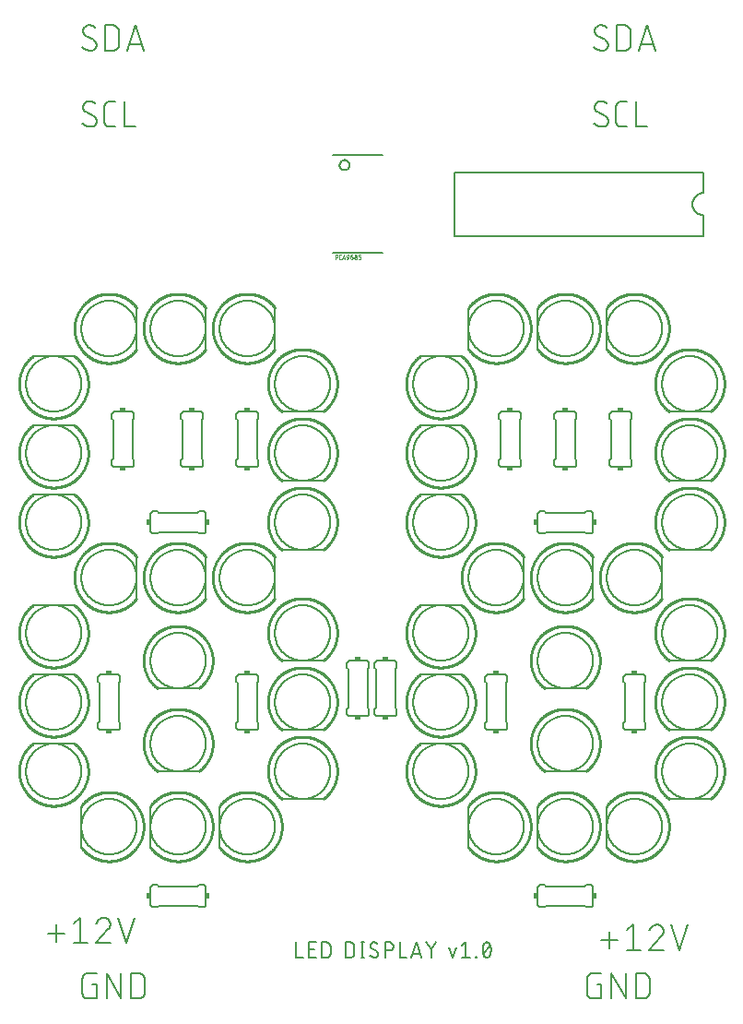
<source format=gto>
G75*
%MOIN*%
%OFA0B0*%
%FSLAX25Y25*%
%IPPOS*%
%LPD*%
%AMOC8*
5,1,8,0,0,1.08239X$1,22.5*
%
%ADD10C,0.00800*%
%ADD11C,0.00500*%
%ADD12C,0.00600*%
%ADD13C,0.00100*%
%ADD14C,0.01000*%
%ADD15R,0.02000X0.01500*%
%ADD16R,0.01500X0.02000*%
D10*
X0027567Y0037511D02*
X0027567Y0043644D01*
X0030633Y0040578D02*
X0024500Y0040578D01*
X0033779Y0044156D02*
X0036335Y0046200D01*
X0036335Y0037000D01*
X0038890Y0037000D02*
X0033779Y0037000D01*
X0041999Y0037000D02*
X0047110Y0037000D01*
X0041999Y0037000D02*
X0046344Y0042111D01*
X0044810Y0046200D02*
X0044704Y0046198D01*
X0044598Y0046192D01*
X0044492Y0046183D01*
X0044387Y0046170D01*
X0044282Y0046152D01*
X0044178Y0046132D01*
X0044075Y0046107D01*
X0043972Y0046079D01*
X0043871Y0046047D01*
X0043771Y0046011D01*
X0043672Y0045972D01*
X0043575Y0045930D01*
X0043479Y0045883D01*
X0043385Y0045834D01*
X0043293Y0045781D01*
X0043203Y0045725D01*
X0043115Y0045666D01*
X0043029Y0045603D01*
X0042946Y0045538D01*
X0042865Y0045469D01*
X0042786Y0045398D01*
X0042710Y0045324D01*
X0042637Y0045247D01*
X0042566Y0045168D01*
X0042498Y0045086D01*
X0042434Y0045002D01*
X0042372Y0044915D01*
X0042314Y0044826D01*
X0042259Y0044736D01*
X0042207Y0044643D01*
X0042158Y0044549D01*
X0042113Y0044453D01*
X0042071Y0044355D01*
X0042033Y0044256D01*
X0041999Y0044155D01*
X0046343Y0042111D02*
X0046411Y0042178D01*
X0046476Y0042248D01*
X0046539Y0042320D01*
X0046598Y0042394D01*
X0046655Y0042471D01*
X0046708Y0042550D01*
X0046759Y0042630D01*
X0046806Y0042713D01*
X0046850Y0042797D01*
X0046891Y0042883D01*
X0046929Y0042971D01*
X0046963Y0043060D01*
X0046993Y0043150D01*
X0047021Y0043241D01*
X0047044Y0043334D01*
X0047064Y0043427D01*
X0047081Y0043521D01*
X0047093Y0043615D01*
X0047103Y0043710D01*
X0047108Y0043805D01*
X0047110Y0043900D01*
X0047108Y0043995D01*
X0047102Y0044090D01*
X0047092Y0044184D01*
X0047079Y0044279D01*
X0047061Y0044372D01*
X0047040Y0044465D01*
X0047014Y0044556D01*
X0046985Y0044647D01*
X0046953Y0044736D01*
X0046916Y0044824D01*
X0046876Y0044910D01*
X0046833Y0044995D01*
X0046786Y0045077D01*
X0046735Y0045158D01*
X0046682Y0045236D01*
X0046625Y0045313D01*
X0046565Y0045386D01*
X0046502Y0045458D01*
X0046436Y0045526D01*
X0046368Y0045592D01*
X0046296Y0045655D01*
X0046223Y0045715D01*
X0046146Y0045772D01*
X0046068Y0045825D01*
X0045987Y0045876D01*
X0045905Y0045923D01*
X0045820Y0045966D01*
X0045734Y0046006D01*
X0045646Y0046043D01*
X0045557Y0046075D01*
X0045466Y0046104D01*
X0045375Y0046130D01*
X0045282Y0046151D01*
X0045189Y0046169D01*
X0045094Y0046182D01*
X0045000Y0046192D01*
X0044905Y0046198D01*
X0044810Y0046200D01*
X0049708Y0046200D02*
X0052775Y0037000D01*
X0055841Y0046200D01*
X0057091Y0026200D02*
X0054536Y0026200D01*
X0054536Y0017000D01*
X0057091Y0017000D01*
X0057092Y0017000D02*
X0057192Y0017002D01*
X0057293Y0017008D01*
X0057392Y0017018D01*
X0057492Y0017031D01*
X0057591Y0017049D01*
X0057689Y0017071D01*
X0057786Y0017096D01*
X0057882Y0017125D01*
X0057977Y0017158D01*
X0058070Y0017195D01*
X0058162Y0017235D01*
X0058252Y0017279D01*
X0058341Y0017326D01*
X0058427Y0017377D01*
X0058512Y0017431D01*
X0058594Y0017488D01*
X0058674Y0017549D01*
X0058752Y0017612D01*
X0058827Y0017679D01*
X0058899Y0017749D01*
X0058969Y0017821D01*
X0059036Y0017896D01*
X0059099Y0017974D01*
X0059160Y0018054D01*
X0059217Y0018136D01*
X0059271Y0018220D01*
X0059322Y0018307D01*
X0059369Y0018396D01*
X0059413Y0018486D01*
X0059453Y0018578D01*
X0059490Y0018671D01*
X0059523Y0018766D01*
X0059552Y0018862D01*
X0059577Y0018959D01*
X0059599Y0019057D01*
X0059617Y0019156D01*
X0059630Y0019256D01*
X0059640Y0019355D01*
X0059646Y0019456D01*
X0059648Y0019556D01*
X0059647Y0019556D02*
X0059647Y0023644D01*
X0059645Y0023744D01*
X0059639Y0023845D01*
X0059629Y0023944D01*
X0059616Y0024044D01*
X0059598Y0024143D01*
X0059576Y0024241D01*
X0059551Y0024338D01*
X0059522Y0024434D01*
X0059489Y0024529D01*
X0059452Y0024622D01*
X0059412Y0024714D01*
X0059368Y0024804D01*
X0059321Y0024893D01*
X0059270Y0024980D01*
X0059216Y0025064D01*
X0059159Y0025146D01*
X0059098Y0025226D01*
X0059035Y0025304D01*
X0058968Y0025379D01*
X0058898Y0025451D01*
X0058826Y0025521D01*
X0058751Y0025588D01*
X0058673Y0025651D01*
X0058593Y0025712D01*
X0058511Y0025769D01*
X0058427Y0025823D01*
X0058340Y0025874D01*
X0058251Y0025921D01*
X0058161Y0025965D01*
X0058069Y0026005D01*
X0057976Y0026042D01*
X0057881Y0026075D01*
X0057785Y0026104D01*
X0057688Y0026129D01*
X0057590Y0026151D01*
X0057491Y0026169D01*
X0057391Y0026182D01*
X0057292Y0026192D01*
X0057191Y0026198D01*
X0057091Y0026200D01*
X0050879Y0026200D02*
X0050879Y0017000D01*
X0045768Y0026200D01*
X0045768Y0017000D01*
X0042111Y0017000D02*
X0039044Y0017000D01*
X0038955Y0017002D01*
X0038866Y0017008D01*
X0038777Y0017017D01*
X0038689Y0017031D01*
X0038602Y0017048D01*
X0038515Y0017070D01*
X0038429Y0017095D01*
X0038345Y0017123D01*
X0038262Y0017156D01*
X0038180Y0017192D01*
X0038100Y0017231D01*
X0038022Y0017274D01*
X0037946Y0017320D01*
X0037872Y0017370D01*
X0037800Y0017422D01*
X0037730Y0017478D01*
X0037663Y0017537D01*
X0037599Y0017599D01*
X0037537Y0017663D01*
X0037478Y0017730D01*
X0037422Y0017800D01*
X0037370Y0017872D01*
X0037320Y0017946D01*
X0037274Y0018022D01*
X0037231Y0018100D01*
X0037192Y0018180D01*
X0037156Y0018262D01*
X0037123Y0018345D01*
X0037095Y0018429D01*
X0037070Y0018515D01*
X0037048Y0018602D01*
X0037031Y0018689D01*
X0037017Y0018777D01*
X0037008Y0018866D01*
X0037002Y0018955D01*
X0037000Y0019044D01*
X0037000Y0024156D01*
X0037002Y0024245D01*
X0037008Y0024334D01*
X0037017Y0024423D01*
X0037031Y0024511D01*
X0037048Y0024598D01*
X0037070Y0024685D01*
X0037095Y0024771D01*
X0037123Y0024855D01*
X0037156Y0024938D01*
X0037192Y0025020D01*
X0037231Y0025100D01*
X0037274Y0025178D01*
X0037320Y0025254D01*
X0037370Y0025328D01*
X0037422Y0025400D01*
X0037478Y0025470D01*
X0037537Y0025537D01*
X0037599Y0025601D01*
X0037663Y0025663D01*
X0037730Y0025722D01*
X0037800Y0025778D01*
X0037872Y0025830D01*
X0037946Y0025880D01*
X0038022Y0025926D01*
X0038100Y0025969D01*
X0038180Y0026008D01*
X0038262Y0026044D01*
X0038345Y0026077D01*
X0038429Y0026105D01*
X0038515Y0026130D01*
X0038602Y0026152D01*
X0038689Y0026169D01*
X0038777Y0026183D01*
X0038866Y0026192D01*
X0038955Y0026198D01*
X0039044Y0026200D01*
X0042111Y0026200D01*
X0042111Y0022111D02*
X0042111Y0017000D01*
X0042111Y0022111D02*
X0040578Y0022111D01*
X0036600Y0071600D02*
X0036600Y0086600D01*
X0034100Y0109100D02*
X0019100Y0109100D01*
X0019100Y0134100D02*
X0034100Y0134100D01*
X0034100Y0159100D02*
X0019100Y0159100D01*
X0019100Y0199100D02*
X0034100Y0199100D01*
X0034100Y0224100D02*
X0019100Y0224100D01*
X0019100Y0249100D02*
X0034100Y0249100D01*
X0056600Y0251600D02*
X0056600Y0266600D01*
X0081600Y0266600D02*
X0081600Y0251600D01*
X0106600Y0251600D02*
X0106600Y0266600D01*
X0109100Y0229100D02*
X0124100Y0229100D01*
X0124100Y0204100D02*
X0109100Y0204100D01*
X0109100Y0179100D02*
X0124100Y0179100D01*
X0106600Y0176600D02*
X0106600Y0161600D01*
X0109100Y0139100D02*
X0124100Y0139100D01*
X0124100Y0114100D02*
X0109100Y0114100D01*
X0109100Y0089100D02*
X0124100Y0089100D01*
X0086600Y0086600D02*
X0086600Y0071600D01*
X0079100Y0099100D02*
X0064100Y0099100D01*
X0061600Y0086600D02*
X0061600Y0071600D01*
X0064100Y0129100D02*
X0079100Y0129100D01*
X0081600Y0161600D02*
X0081600Y0176600D01*
X0056600Y0176600D02*
X0056600Y0161600D01*
X0159100Y0159100D02*
X0174100Y0159100D01*
X0174100Y0134100D02*
X0159100Y0134100D01*
X0159100Y0109100D02*
X0174100Y0109100D01*
X0176600Y0086600D02*
X0176600Y0071600D01*
X0201600Y0071600D02*
X0201600Y0086600D01*
X0204100Y0099100D02*
X0219100Y0099100D01*
X0226600Y0086600D02*
X0226600Y0071600D01*
X0249100Y0089100D02*
X0264100Y0089100D01*
X0264100Y0114100D02*
X0249100Y0114100D01*
X0249100Y0139100D02*
X0264100Y0139100D01*
X0246600Y0161600D02*
X0246600Y0176600D01*
X0249100Y0179100D02*
X0264100Y0179100D01*
X0264100Y0204100D02*
X0249100Y0204100D01*
X0249100Y0229100D02*
X0264100Y0229100D01*
X0226600Y0251600D02*
X0226600Y0266600D01*
X0201600Y0266600D02*
X0201600Y0251600D01*
X0176600Y0251600D02*
X0176600Y0266600D01*
X0174100Y0249100D02*
X0159100Y0249100D01*
X0159100Y0224100D02*
X0174100Y0224100D01*
X0174100Y0199100D02*
X0159100Y0199100D01*
X0196600Y0176600D02*
X0196600Y0161600D01*
X0221600Y0161600D02*
X0221600Y0176600D01*
X0219100Y0129100D02*
X0204100Y0129100D01*
X0236335Y0043700D02*
X0236335Y0034500D01*
X0238890Y0034500D02*
X0233779Y0034500D01*
X0230633Y0038078D02*
X0224500Y0038078D01*
X0227567Y0041144D02*
X0227567Y0035011D01*
X0233779Y0041656D02*
X0236335Y0043700D01*
X0241999Y0034500D02*
X0247110Y0034500D01*
X0241999Y0034500D02*
X0246344Y0039611D01*
X0244810Y0043700D02*
X0244704Y0043698D01*
X0244598Y0043692D01*
X0244492Y0043683D01*
X0244387Y0043670D01*
X0244282Y0043652D01*
X0244178Y0043632D01*
X0244075Y0043607D01*
X0243972Y0043579D01*
X0243871Y0043547D01*
X0243771Y0043511D01*
X0243672Y0043472D01*
X0243575Y0043430D01*
X0243479Y0043383D01*
X0243385Y0043334D01*
X0243293Y0043281D01*
X0243203Y0043225D01*
X0243115Y0043166D01*
X0243029Y0043103D01*
X0242946Y0043038D01*
X0242865Y0042969D01*
X0242786Y0042898D01*
X0242710Y0042824D01*
X0242637Y0042747D01*
X0242566Y0042668D01*
X0242498Y0042586D01*
X0242434Y0042502D01*
X0242372Y0042415D01*
X0242314Y0042326D01*
X0242259Y0042236D01*
X0242207Y0042143D01*
X0242158Y0042049D01*
X0242113Y0041953D01*
X0242071Y0041855D01*
X0242033Y0041756D01*
X0241999Y0041655D01*
X0246343Y0039611D02*
X0246411Y0039678D01*
X0246476Y0039748D01*
X0246539Y0039820D01*
X0246598Y0039894D01*
X0246655Y0039971D01*
X0246708Y0040050D01*
X0246759Y0040130D01*
X0246806Y0040213D01*
X0246850Y0040297D01*
X0246891Y0040383D01*
X0246929Y0040471D01*
X0246963Y0040560D01*
X0246993Y0040650D01*
X0247021Y0040741D01*
X0247044Y0040834D01*
X0247064Y0040927D01*
X0247081Y0041021D01*
X0247093Y0041115D01*
X0247103Y0041210D01*
X0247108Y0041305D01*
X0247110Y0041400D01*
X0247108Y0041495D01*
X0247102Y0041590D01*
X0247092Y0041684D01*
X0247079Y0041779D01*
X0247061Y0041872D01*
X0247040Y0041965D01*
X0247014Y0042056D01*
X0246985Y0042147D01*
X0246953Y0042236D01*
X0246916Y0042324D01*
X0246876Y0042410D01*
X0246833Y0042495D01*
X0246786Y0042577D01*
X0246735Y0042658D01*
X0246682Y0042736D01*
X0246625Y0042813D01*
X0246565Y0042886D01*
X0246502Y0042958D01*
X0246436Y0043026D01*
X0246368Y0043092D01*
X0246296Y0043155D01*
X0246223Y0043215D01*
X0246146Y0043272D01*
X0246068Y0043325D01*
X0245987Y0043376D01*
X0245905Y0043423D01*
X0245820Y0043466D01*
X0245734Y0043506D01*
X0245646Y0043543D01*
X0245557Y0043575D01*
X0245466Y0043604D01*
X0245375Y0043630D01*
X0245282Y0043651D01*
X0245189Y0043669D01*
X0245094Y0043682D01*
X0245000Y0043692D01*
X0244905Y0043698D01*
X0244810Y0043700D01*
X0249708Y0043700D02*
X0252775Y0034500D01*
X0255841Y0043700D01*
X0242147Y0023644D02*
X0242147Y0019556D01*
X0242148Y0019556D02*
X0242146Y0019456D01*
X0242140Y0019355D01*
X0242130Y0019256D01*
X0242117Y0019156D01*
X0242099Y0019057D01*
X0242077Y0018959D01*
X0242052Y0018862D01*
X0242023Y0018766D01*
X0241990Y0018671D01*
X0241953Y0018578D01*
X0241913Y0018486D01*
X0241869Y0018396D01*
X0241822Y0018307D01*
X0241771Y0018220D01*
X0241717Y0018136D01*
X0241660Y0018054D01*
X0241599Y0017974D01*
X0241536Y0017896D01*
X0241469Y0017821D01*
X0241399Y0017749D01*
X0241327Y0017679D01*
X0241252Y0017612D01*
X0241174Y0017549D01*
X0241094Y0017488D01*
X0241012Y0017431D01*
X0240927Y0017377D01*
X0240841Y0017326D01*
X0240752Y0017279D01*
X0240662Y0017235D01*
X0240570Y0017195D01*
X0240477Y0017158D01*
X0240382Y0017125D01*
X0240286Y0017096D01*
X0240189Y0017071D01*
X0240091Y0017049D01*
X0239992Y0017031D01*
X0239892Y0017018D01*
X0239793Y0017008D01*
X0239692Y0017002D01*
X0239592Y0017000D01*
X0239591Y0017000D02*
X0237036Y0017000D01*
X0237036Y0026200D01*
X0239591Y0026200D01*
X0239691Y0026198D01*
X0239792Y0026192D01*
X0239891Y0026182D01*
X0239991Y0026169D01*
X0240090Y0026151D01*
X0240188Y0026129D01*
X0240285Y0026104D01*
X0240381Y0026075D01*
X0240476Y0026042D01*
X0240569Y0026005D01*
X0240661Y0025965D01*
X0240751Y0025921D01*
X0240840Y0025874D01*
X0240927Y0025823D01*
X0241011Y0025769D01*
X0241093Y0025712D01*
X0241173Y0025651D01*
X0241251Y0025588D01*
X0241326Y0025521D01*
X0241398Y0025451D01*
X0241468Y0025379D01*
X0241535Y0025304D01*
X0241598Y0025226D01*
X0241659Y0025146D01*
X0241716Y0025064D01*
X0241770Y0024980D01*
X0241821Y0024893D01*
X0241868Y0024804D01*
X0241912Y0024714D01*
X0241952Y0024622D01*
X0241989Y0024529D01*
X0242022Y0024434D01*
X0242051Y0024338D01*
X0242076Y0024241D01*
X0242098Y0024143D01*
X0242116Y0024044D01*
X0242129Y0023944D01*
X0242139Y0023845D01*
X0242145Y0023744D01*
X0242147Y0023644D01*
X0233379Y0026200D02*
X0233379Y0017000D01*
X0228268Y0026200D01*
X0228268Y0017000D01*
X0224611Y0017000D02*
X0224611Y0022111D01*
X0223078Y0022111D01*
X0219500Y0024156D02*
X0219502Y0024245D01*
X0219508Y0024334D01*
X0219517Y0024423D01*
X0219531Y0024511D01*
X0219548Y0024598D01*
X0219570Y0024685D01*
X0219595Y0024771D01*
X0219623Y0024855D01*
X0219656Y0024938D01*
X0219692Y0025020D01*
X0219731Y0025100D01*
X0219774Y0025178D01*
X0219820Y0025254D01*
X0219870Y0025328D01*
X0219922Y0025400D01*
X0219978Y0025470D01*
X0220037Y0025537D01*
X0220099Y0025601D01*
X0220163Y0025663D01*
X0220230Y0025722D01*
X0220300Y0025778D01*
X0220372Y0025830D01*
X0220446Y0025880D01*
X0220522Y0025926D01*
X0220600Y0025969D01*
X0220680Y0026008D01*
X0220762Y0026044D01*
X0220845Y0026077D01*
X0220929Y0026105D01*
X0221015Y0026130D01*
X0221102Y0026152D01*
X0221189Y0026169D01*
X0221277Y0026183D01*
X0221366Y0026192D01*
X0221455Y0026198D01*
X0221544Y0026200D01*
X0224611Y0026200D01*
X0219500Y0019044D02*
X0219502Y0018955D01*
X0219508Y0018866D01*
X0219517Y0018777D01*
X0219531Y0018689D01*
X0219548Y0018602D01*
X0219570Y0018515D01*
X0219595Y0018429D01*
X0219623Y0018345D01*
X0219656Y0018262D01*
X0219692Y0018180D01*
X0219731Y0018100D01*
X0219774Y0018022D01*
X0219820Y0017946D01*
X0219870Y0017872D01*
X0219922Y0017800D01*
X0219978Y0017730D01*
X0220037Y0017663D01*
X0220099Y0017599D01*
X0220163Y0017537D01*
X0220230Y0017478D01*
X0220300Y0017422D01*
X0220372Y0017370D01*
X0220446Y0017320D01*
X0220522Y0017274D01*
X0220600Y0017231D01*
X0220680Y0017192D01*
X0220762Y0017156D01*
X0220845Y0017123D01*
X0220929Y0017095D01*
X0221015Y0017070D01*
X0221102Y0017048D01*
X0221189Y0017031D01*
X0221277Y0017017D01*
X0221366Y0017008D01*
X0221455Y0017002D01*
X0221544Y0017000D01*
X0224611Y0017000D01*
X0219500Y0019044D02*
X0219500Y0024156D01*
X0231981Y0332000D02*
X0234026Y0332000D01*
X0231981Y0332000D02*
X0231892Y0332002D01*
X0231803Y0332008D01*
X0231714Y0332017D01*
X0231626Y0332031D01*
X0231539Y0332048D01*
X0231452Y0332070D01*
X0231366Y0332095D01*
X0231282Y0332123D01*
X0231199Y0332156D01*
X0231117Y0332192D01*
X0231037Y0332231D01*
X0230959Y0332274D01*
X0230883Y0332320D01*
X0230809Y0332370D01*
X0230737Y0332422D01*
X0230667Y0332478D01*
X0230600Y0332537D01*
X0230536Y0332599D01*
X0230474Y0332663D01*
X0230415Y0332730D01*
X0230359Y0332800D01*
X0230307Y0332872D01*
X0230257Y0332946D01*
X0230211Y0333022D01*
X0230168Y0333100D01*
X0230129Y0333180D01*
X0230093Y0333262D01*
X0230060Y0333345D01*
X0230032Y0333429D01*
X0230007Y0333515D01*
X0229985Y0333602D01*
X0229968Y0333689D01*
X0229954Y0333777D01*
X0229945Y0333866D01*
X0229939Y0333955D01*
X0229937Y0334044D01*
X0229937Y0339156D01*
X0229939Y0339245D01*
X0229945Y0339334D01*
X0229954Y0339423D01*
X0229968Y0339511D01*
X0229985Y0339598D01*
X0230007Y0339685D01*
X0230032Y0339771D01*
X0230060Y0339855D01*
X0230093Y0339938D01*
X0230129Y0340020D01*
X0230168Y0340100D01*
X0230211Y0340178D01*
X0230257Y0340254D01*
X0230307Y0340328D01*
X0230359Y0340400D01*
X0230415Y0340470D01*
X0230474Y0340537D01*
X0230536Y0340601D01*
X0230600Y0340663D01*
X0230667Y0340722D01*
X0230737Y0340778D01*
X0230809Y0340830D01*
X0230883Y0340880D01*
X0230959Y0340926D01*
X0231037Y0340969D01*
X0231117Y0341008D01*
X0231199Y0341044D01*
X0231282Y0341077D01*
X0231366Y0341105D01*
X0231452Y0341130D01*
X0231539Y0341152D01*
X0231626Y0341169D01*
X0231714Y0341183D01*
X0231803Y0341192D01*
X0231892Y0341198D01*
X0231981Y0341200D01*
X0234026Y0341200D01*
X0237080Y0341200D02*
X0237080Y0332000D01*
X0241168Y0332000D01*
X0226089Y0335833D02*
X0223278Y0337367D01*
X0224300Y0341200D02*
X0224423Y0341198D01*
X0224547Y0341192D01*
X0224669Y0341182D01*
X0224792Y0341168D01*
X0224914Y0341151D01*
X0225035Y0341129D01*
X0225156Y0341103D01*
X0225276Y0341074D01*
X0225395Y0341040D01*
X0225512Y0341003D01*
X0225628Y0340962D01*
X0225743Y0340918D01*
X0225857Y0340870D01*
X0225969Y0340818D01*
X0226079Y0340762D01*
X0226187Y0340703D01*
X0226294Y0340641D01*
X0226398Y0340575D01*
X0226500Y0340506D01*
X0226600Y0340433D01*
X0223278Y0337367D02*
X0223202Y0337415D01*
X0223127Y0337465D01*
X0223055Y0337519D01*
X0222986Y0337576D01*
X0222919Y0337635D01*
X0222854Y0337698D01*
X0222793Y0337763D01*
X0222734Y0337831D01*
X0222678Y0337901D01*
X0222625Y0337974D01*
X0222576Y0338049D01*
X0222530Y0338126D01*
X0222487Y0338205D01*
X0222447Y0338286D01*
X0222411Y0338368D01*
X0222379Y0338452D01*
X0222350Y0338537D01*
X0222326Y0338623D01*
X0222304Y0338710D01*
X0222287Y0338799D01*
X0222273Y0338887D01*
X0222264Y0338977D01*
X0222258Y0339066D01*
X0222256Y0339156D01*
X0222258Y0339245D01*
X0222264Y0339334D01*
X0222273Y0339423D01*
X0222287Y0339511D01*
X0222304Y0339598D01*
X0222326Y0339685D01*
X0222351Y0339771D01*
X0222379Y0339855D01*
X0222412Y0339938D01*
X0222448Y0340020D01*
X0222487Y0340100D01*
X0222530Y0340178D01*
X0222576Y0340254D01*
X0222626Y0340328D01*
X0222678Y0340400D01*
X0222734Y0340470D01*
X0222793Y0340537D01*
X0222855Y0340601D01*
X0222919Y0340663D01*
X0222986Y0340722D01*
X0223056Y0340778D01*
X0223128Y0340830D01*
X0223202Y0340880D01*
X0223278Y0340926D01*
X0223356Y0340969D01*
X0223436Y0341008D01*
X0223518Y0341044D01*
X0223601Y0341077D01*
X0223685Y0341105D01*
X0223771Y0341130D01*
X0223858Y0341152D01*
X0223945Y0341169D01*
X0224033Y0341183D01*
X0224122Y0341192D01*
X0224211Y0341198D01*
X0224300Y0341200D01*
X0222000Y0333278D02*
X0222090Y0333189D01*
X0222183Y0333104D01*
X0222279Y0333021D01*
X0222376Y0332941D01*
X0222476Y0332863D01*
X0222578Y0332789D01*
X0222683Y0332718D01*
X0222789Y0332650D01*
X0222897Y0332585D01*
X0223007Y0332523D01*
X0223119Y0332464D01*
X0223233Y0332409D01*
X0223348Y0332357D01*
X0223464Y0332308D01*
X0223582Y0332263D01*
X0223701Y0332222D01*
X0223822Y0332183D01*
X0223943Y0332149D01*
X0224066Y0332118D01*
X0224189Y0332090D01*
X0224313Y0332066D01*
X0224438Y0332046D01*
X0224563Y0332030D01*
X0224689Y0332017D01*
X0224815Y0332007D01*
X0224941Y0332002D01*
X0225067Y0332000D01*
X0225156Y0332002D01*
X0225245Y0332008D01*
X0225334Y0332017D01*
X0225422Y0332031D01*
X0225509Y0332048D01*
X0225596Y0332070D01*
X0225682Y0332095D01*
X0225766Y0332123D01*
X0225849Y0332156D01*
X0225931Y0332192D01*
X0226011Y0332231D01*
X0226089Y0332274D01*
X0226165Y0332320D01*
X0226239Y0332370D01*
X0226311Y0332422D01*
X0226381Y0332478D01*
X0226448Y0332537D01*
X0226512Y0332599D01*
X0226574Y0332663D01*
X0226633Y0332730D01*
X0226689Y0332800D01*
X0226741Y0332872D01*
X0226791Y0332946D01*
X0226837Y0333022D01*
X0226880Y0333100D01*
X0226919Y0333180D01*
X0226955Y0333262D01*
X0226988Y0333345D01*
X0227016Y0333429D01*
X0227041Y0333515D01*
X0227063Y0333602D01*
X0227080Y0333689D01*
X0227094Y0333777D01*
X0227103Y0333866D01*
X0227109Y0333955D01*
X0227111Y0334044D01*
X0227109Y0334134D01*
X0227103Y0334223D01*
X0227094Y0334313D01*
X0227080Y0334401D01*
X0227063Y0334490D01*
X0227041Y0334577D01*
X0227017Y0334663D01*
X0226988Y0334748D01*
X0226956Y0334832D01*
X0226920Y0334914D01*
X0226880Y0334995D01*
X0226837Y0335074D01*
X0226791Y0335151D01*
X0226742Y0335226D01*
X0226689Y0335299D01*
X0226633Y0335369D01*
X0226574Y0335437D01*
X0226513Y0335502D01*
X0226448Y0335565D01*
X0226381Y0335624D01*
X0226312Y0335681D01*
X0226240Y0335735D01*
X0226165Y0335785D01*
X0226089Y0335833D01*
X0230220Y0359500D02*
X0232776Y0359500D01*
X0232876Y0359502D01*
X0232977Y0359508D01*
X0233076Y0359518D01*
X0233176Y0359531D01*
X0233275Y0359549D01*
X0233373Y0359571D01*
X0233470Y0359596D01*
X0233566Y0359625D01*
X0233661Y0359658D01*
X0233754Y0359695D01*
X0233846Y0359735D01*
X0233936Y0359779D01*
X0234025Y0359826D01*
X0234111Y0359877D01*
X0234196Y0359931D01*
X0234278Y0359988D01*
X0234358Y0360049D01*
X0234436Y0360112D01*
X0234511Y0360179D01*
X0234583Y0360249D01*
X0234653Y0360321D01*
X0234720Y0360396D01*
X0234783Y0360474D01*
X0234844Y0360554D01*
X0234901Y0360636D01*
X0234955Y0360720D01*
X0235006Y0360807D01*
X0235053Y0360896D01*
X0235097Y0360986D01*
X0235137Y0361078D01*
X0235174Y0361171D01*
X0235207Y0361266D01*
X0235236Y0361362D01*
X0235261Y0361459D01*
X0235283Y0361557D01*
X0235301Y0361656D01*
X0235314Y0361756D01*
X0235324Y0361855D01*
X0235330Y0361956D01*
X0235332Y0362056D01*
X0235331Y0362056D02*
X0235331Y0366144D01*
X0235332Y0366144D02*
X0235330Y0366244D01*
X0235324Y0366345D01*
X0235314Y0366444D01*
X0235301Y0366544D01*
X0235283Y0366643D01*
X0235261Y0366741D01*
X0235236Y0366838D01*
X0235207Y0366934D01*
X0235174Y0367029D01*
X0235137Y0367122D01*
X0235097Y0367214D01*
X0235053Y0367304D01*
X0235006Y0367393D01*
X0234955Y0367480D01*
X0234901Y0367564D01*
X0234844Y0367646D01*
X0234783Y0367726D01*
X0234720Y0367804D01*
X0234653Y0367879D01*
X0234583Y0367951D01*
X0234511Y0368021D01*
X0234436Y0368088D01*
X0234358Y0368151D01*
X0234278Y0368212D01*
X0234196Y0368269D01*
X0234112Y0368323D01*
X0234025Y0368374D01*
X0233936Y0368421D01*
X0233846Y0368465D01*
X0233754Y0368505D01*
X0233661Y0368542D01*
X0233566Y0368575D01*
X0233470Y0368604D01*
X0233373Y0368629D01*
X0233275Y0368651D01*
X0233176Y0368669D01*
X0233076Y0368682D01*
X0232977Y0368692D01*
X0232876Y0368698D01*
X0232776Y0368700D01*
X0230220Y0368700D01*
X0230220Y0359500D01*
X0227111Y0361544D02*
X0227109Y0361455D01*
X0227103Y0361366D01*
X0227094Y0361277D01*
X0227080Y0361189D01*
X0227063Y0361102D01*
X0227041Y0361015D01*
X0227016Y0360929D01*
X0226988Y0360845D01*
X0226955Y0360762D01*
X0226919Y0360680D01*
X0226880Y0360600D01*
X0226837Y0360522D01*
X0226791Y0360446D01*
X0226741Y0360372D01*
X0226689Y0360300D01*
X0226633Y0360230D01*
X0226574Y0360163D01*
X0226512Y0360099D01*
X0226448Y0360037D01*
X0226381Y0359978D01*
X0226311Y0359922D01*
X0226239Y0359870D01*
X0226165Y0359820D01*
X0226089Y0359774D01*
X0226011Y0359731D01*
X0225931Y0359692D01*
X0225849Y0359656D01*
X0225766Y0359623D01*
X0225682Y0359595D01*
X0225596Y0359570D01*
X0225509Y0359548D01*
X0225422Y0359531D01*
X0225334Y0359517D01*
X0225245Y0359508D01*
X0225156Y0359502D01*
X0225067Y0359500D01*
X0227111Y0361544D02*
X0227109Y0361634D01*
X0227103Y0361723D01*
X0227094Y0361813D01*
X0227080Y0361901D01*
X0227063Y0361990D01*
X0227041Y0362077D01*
X0227017Y0362163D01*
X0226988Y0362248D01*
X0226956Y0362332D01*
X0226920Y0362414D01*
X0226880Y0362495D01*
X0226837Y0362574D01*
X0226791Y0362651D01*
X0226742Y0362726D01*
X0226689Y0362799D01*
X0226633Y0362869D01*
X0226574Y0362937D01*
X0226513Y0363002D01*
X0226448Y0363065D01*
X0226381Y0363124D01*
X0226312Y0363181D01*
X0226240Y0363235D01*
X0226165Y0363285D01*
X0226089Y0363333D01*
X0223278Y0364867D01*
X0224300Y0368700D02*
X0224423Y0368698D01*
X0224547Y0368692D01*
X0224669Y0368682D01*
X0224792Y0368668D01*
X0224914Y0368651D01*
X0225035Y0368629D01*
X0225156Y0368603D01*
X0225276Y0368574D01*
X0225395Y0368540D01*
X0225512Y0368503D01*
X0225628Y0368462D01*
X0225743Y0368418D01*
X0225857Y0368370D01*
X0225969Y0368318D01*
X0226079Y0368262D01*
X0226187Y0368203D01*
X0226294Y0368141D01*
X0226398Y0368075D01*
X0226500Y0368006D01*
X0226600Y0367933D01*
X0223278Y0364867D02*
X0223202Y0364915D01*
X0223127Y0364965D01*
X0223055Y0365019D01*
X0222986Y0365076D01*
X0222919Y0365135D01*
X0222854Y0365198D01*
X0222793Y0365263D01*
X0222734Y0365331D01*
X0222678Y0365401D01*
X0222625Y0365474D01*
X0222576Y0365549D01*
X0222530Y0365626D01*
X0222487Y0365705D01*
X0222447Y0365786D01*
X0222411Y0365868D01*
X0222379Y0365952D01*
X0222350Y0366037D01*
X0222326Y0366123D01*
X0222304Y0366210D01*
X0222287Y0366299D01*
X0222273Y0366387D01*
X0222264Y0366477D01*
X0222258Y0366566D01*
X0222256Y0366656D01*
X0222258Y0366745D01*
X0222264Y0366834D01*
X0222273Y0366923D01*
X0222287Y0367011D01*
X0222304Y0367098D01*
X0222326Y0367185D01*
X0222351Y0367271D01*
X0222379Y0367355D01*
X0222412Y0367438D01*
X0222448Y0367520D01*
X0222487Y0367600D01*
X0222530Y0367678D01*
X0222576Y0367754D01*
X0222626Y0367828D01*
X0222678Y0367900D01*
X0222734Y0367970D01*
X0222793Y0368037D01*
X0222855Y0368101D01*
X0222919Y0368163D01*
X0222986Y0368222D01*
X0223056Y0368278D01*
X0223128Y0368330D01*
X0223202Y0368380D01*
X0223278Y0368426D01*
X0223356Y0368469D01*
X0223436Y0368508D01*
X0223518Y0368544D01*
X0223601Y0368577D01*
X0223685Y0368605D01*
X0223771Y0368630D01*
X0223858Y0368652D01*
X0223945Y0368669D01*
X0224033Y0368683D01*
X0224122Y0368692D01*
X0224211Y0368698D01*
X0224300Y0368700D01*
X0222000Y0360778D02*
X0222090Y0360689D01*
X0222183Y0360604D01*
X0222279Y0360521D01*
X0222376Y0360441D01*
X0222476Y0360363D01*
X0222578Y0360289D01*
X0222683Y0360218D01*
X0222789Y0360150D01*
X0222897Y0360085D01*
X0223007Y0360023D01*
X0223119Y0359964D01*
X0223233Y0359909D01*
X0223348Y0359857D01*
X0223464Y0359808D01*
X0223582Y0359763D01*
X0223701Y0359722D01*
X0223822Y0359683D01*
X0223943Y0359649D01*
X0224066Y0359618D01*
X0224189Y0359590D01*
X0224313Y0359566D01*
X0224438Y0359546D01*
X0224563Y0359530D01*
X0224689Y0359517D01*
X0224815Y0359507D01*
X0224941Y0359502D01*
X0225067Y0359500D01*
X0238203Y0359500D02*
X0241270Y0368700D01*
X0244336Y0359500D01*
X0243570Y0361800D02*
X0238970Y0361800D01*
X0059336Y0359500D02*
X0056270Y0368700D01*
X0053203Y0359500D01*
X0053970Y0361800D02*
X0058570Y0361800D01*
X0050331Y0362056D02*
X0050331Y0366144D01*
X0050332Y0366144D02*
X0050330Y0366244D01*
X0050324Y0366345D01*
X0050314Y0366444D01*
X0050301Y0366544D01*
X0050283Y0366643D01*
X0050261Y0366741D01*
X0050236Y0366838D01*
X0050207Y0366934D01*
X0050174Y0367029D01*
X0050137Y0367122D01*
X0050097Y0367214D01*
X0050053Y0367304D01*
X0050006Y0367393D01*
X0049955Y0367480D01*
X0049901Y0367564D01*
X0049844Y0367646D01*
X0049783Y0367726D01*
X0049720Y0367804D01*
X0049653Y0367879D01*
X0049583Y0367951D01*
X0049511Y0368021D01*
X0049436Y0368088D01*
X0049358Y0368151D01*
X0049278Y0368212D01*
X0049196Y0368269D01*
X0049112Y0368323D01*
X0049025Y0368374D01*
X0048936Y0368421D01*
X0048846Y0368465D01*
X0048754Y0368505D01*
X0048661Y0368542D01*
X0048566Y0368575D01*
X0048470Y0368604D01*
X0048373Y0368629D01*
X0048275Y0368651D01*
X0048176Y0368669D01*
X0048076Y0368682D01*
X0047977Y0368692D01*
X0047876Y0368698D01*
X0047776Y0368700D01*
X0045220Y0368700D01*
X0045220Y0359500D01*
X0047776Y0359500D01*
X0047876Y0359502D01*
X0047977Y0359508D01*
X0048076Y0359518D01*
X0048176Y0359531D01*
X0048275Y0359549D01*
X0048373Y0359571D01*
X0048470Y0359596D01*
X0048566Y0359625D01*
X0048661Y0359658D01*
X0048754Y0359695D01*
X0048846Y0359735D01*
X0048936Y0359779D01*
X0049025Y0359826D01*
X0049111Y0359877D01*
X0049196Y0359931D01*
X0049278Y0359988D01*
X0049358Y0360049D01*
X0049436Y0360112D01*
X0049511Y0360179D01*
X0049583Y0360249D01*
X0049653Y0360321D01*
X0049720Y0360396D01*
X0049783Y0360474D01*
X0049844Y0360554D01*
X0049901Y0360636D01*
X0049955Y0360720D01*
X0050006Y0360807D01*
X0050053Y0360896D01*
X0050097Y0360986D01*
X0050137Y0361078D01*
X0050174Y0361171D01*
X0050207Y0361266D01*
X0050236Y0361362D01*
X0050261Y0361459D01*
X0050283Y0361557D01*
X0050301Y0361656D01*
X0050314Y0361756D01*
X0050324Y0361855D01*
X0050330Y0361956D01*
X0050332Y0362056D01*
X0041089Y0363333D02*
X0038278Y0364867D01*
X0039300Y0368700D02*
X0039423Y0368698D01*
X0039547Y0368692D01*
X0039669Y0368682D01*
X0039792Y0368668D01*
X0039914Y0368651D01*
X0040035Y0368629D01*
X0040156Y0368603D01*
X0040276Y0368574D01*
X0040395Y0368540D01*
X0040512Y0368503D01*
X0040628Y0368462D01*
X0040743Y0368418D01*
X0040857Y0368370D01*
X0040969Y0368318D01*
X0041079Y0368262D01*
X0041187Y0368203D01*
X0041294Y0368141D01*
X0041398Y0368075D01*
X0041500Y0368006D01*
X0041600Y0367933D01*
X0038278Y0364867D02*
X0038202Y0364915D01*
X0038127Y0364965D01*
X0038055Y0365019D01*
X0037986Y0365076D01*
X0037919Y0365135D01*
X0037854Y0365198D01*
X0037793Y0365263D01*
X0037734Y0365331D01*
X0037678Y0365401D01*
X0037625Y0365474D01*
X0037576Y0365549D01*
X0037530Y0365626D01*
X0037487Y0365705D01*
X0037447Y0365786D01*
X0037411Y0365868D01*
X0037379Y0365952D01*
X0037350Y0366037D01*
X0037326Y0366123D01*
X0037304Y0366210D01*
X0037287Y0366299D01*
X0037273Y0366387D01*
X0037264Y0366477D01*
X0037258Y0366566D01*
X0037256Y0366656D01*
X0037258Y0366745D01*
X0037264Y0366834D01*
X0037273Y0366923D01*
X0037287Y0367011D01*
X0037304Y0367098D01*
X0037326Y0367185D01*
X0037351Y0367271D01*
X0037379Y0367355D01*
X0037412Y0367438D01*
X0037448Y0367520D01*
X0037487Y0367600D01*
X0037530Y0367678D01*
X0037576Y0367754D01*
X0037626Y0367828D01*
X0037678Y0367900D01*
X0037734Y0367970D01*
X0037793Y0368037D01*
X0037855Y0368101D01*
X0037919Y0368163D01*
X0037986Y0368222D01*
X0038056Y0368278D01*
X0038128Y0368330D01*
X0038202Y0368380D01*
X0038278Y0368426D01*
X0038356Y0368469D01*
X0038436Y0368508D01*
X0038518Y0368544D01*
X0038601Y0368577D01*
X0038685Y0368605D01*
X0038771Y0368630D01*
X0038858Y0368652D01*
X0038945Y0368669D01*
X0039033Y0368683D01*
X0039122Y0368692D01*
X0039211Y0368698D01*
X0039300Y0368700D01*
X0037000Y0360778D02*
X0037090Y0360689D01*
X0037183Y0360604D01*
X0037279Y0360521D01*
X0037376Y0360441D01*
X0037476Y0360363D01*
X0037578Y0360289D01*
X0037683Y0360218D01*
X0037789Y0360150D01*
X0037897Y0360085D01*
X0038007Y0360023D01*
X0038119Y0359964D01*
X0038233Y0359909D01*
X0038348Y0359857D01*
X0038464Y0359808D01*
X0038582Y0359763D01*
X0038701Y0359722D01*
X0038822Y0359683D01*
X0038943Y0359649D01*
X0039066Y0359618D01*
X0039189Y0359590D01*
X0039313Y0359566D01*
X0039438Y0359546D01*
X0039563Y0359530D01*
X0039689Y0359517D01*
X0039815Y0359507D01*
X0039941Y0359502D01*
X0040067Y0359500D01*
X0040156Y0359502D01*
X0040245Y0359508D01*
X0040334Y0359517D01*
X0040422Y0359531D01*
X0040509Y0359548D01*
X0040596Y0359570D01*
X0040682Y0359595D01*
X0040766Y0359623D01*
X0040849Y0359656D01*
X0040931Y0359692D01*
X0041011Y0359731D01*
X0041089Y0359774D01*
X0041165Y0359820D01*
X0041239Y0359870D01*
X0041311Y0359922D01*
X0041381Y0359978D01*
X0041448Y0360037D01*
X0041512Y0360099D01*
X0041574Y0360163D01*
X0041633Y0360230D01*
X0041689Y0360300D01*
X0041741Y0360372D01*
X0041791Y0360446D01*
X0041837Y0360522D01*
X0041880Y0360600D01*
X0041919Y0360680D01*
X0041955Y0360762D01*
X0041988Y0360845D01*
X0042016Y0360929D01*
X0042041Y0361015D01*
X0042063Y0361102D01*
X0042080Y0361189D01*
X0042094Y0361277D01*
X0042103Y0361366D01*
X0042109Y0361455D01*
X0042111Y0361544D01*
X0042109Y0361634D01*
X0042103Y0361723D01*
X0042094Y0361813D01*
X0042080Y0361901D01*
X0042063Y0361990D01*
X0042041Y0362077D01*
X0042017Y0362163D01*
X0041988Y0362248D01*
X0041956Y0362332D01*
X0041920Y0362414D01*
X0041880Y0362495D01*
X0041837Y0362574D01*
X0041791Y0362651D01*
X0041742Y0362726D01*
X0041689Y0362799D01*
X0041633Y0362869D01*
X0041574Y0362937D01*
X0041513Y0363002D01*
X0041448Y0363065D01*
X0041381Y0363124D01*
X0041312Y0363181D01*
X0041240Y0363235D01*
X0041165Y0363285D01*
X0041089Y0363333D01*
X0046981Y0341200D02*
X0049026Y0341200D01*
X0046981Y0341200D02*
X0046892Y0341198D01*
X0046803Y0341192D01*
X0046714Y0341183D01*
X0046626Y0341169D01*
X0046539Y0341152D01*
X0046452Y0341130D01*
X0046366Y0341105D01*
X0046282Y0341077D01*
X0046199Y0341044D01*
X0046117Y0341008D01*
X0046037Y0340969D01*
X0045959Y0340926D01*
X0045883Y0340880D01*
X0045809Y0340830D01*
X0045737Y0340778D01*
X0045667Y0340722D01*
X0045600Y0340663D01*
X0045536Y0340601D01*
X0045474Y0340537D01*
X0045415Y0340470D01*
X0045359Y0340400D01*
X0045307Y0340328D01*
X0045257Y0340254D01*
X0045211Y0340178D01*
X0045168Y0340100D01*
X0045129Y0340020D01*
X0045093Y0339938D01*
X0045060Y0339855D01*
X0045032Y0339771D01*
X0045007Y0339685D01*
X0044985Y0339598D01*
X0044968Y0339511D01*
X0044954Y0339423D01*
X0044945Y0339334D01*
X0044939Y0339245D01*
X0044937Y0339156D01*
X0044937Y0334044D01*
X0044939Y0333955D01*
X0044945Y0333866D01*
X0044954Y0333777D01*
X0044968Y0333689D01*
X0044985Y0333602D01*
X0045007Y0333515D01*
X0045032Y0333429D01*
X0045060Y0333345D01*
X0045093Y0333262D01*
X0045129Y0333180D01*
X0045168Y0333100D01*
X0045211Y0333022D01*
X0045257Y0332946D01*
X0045307Y0332872D01*
X0045359Y0332800D01*
X0045415Y0332730D01*
X0045474Y0332663D01*
X0045536Y0332599D01*
X0045600Y0332537D01*
X0045667Y0332478D01*
X0045737Y0332422D01*
X0045809Y0332370D01*
X0045883Y0332320D01*
X0045959Y0332274D01*
X0046037Y0332231D01*
X0046117Y0332192D01*
X0046199Y0332156D01*
X0046282Y0332123D01*
X0046366Y0332095D01*
X0046452Y0332070D01*
X0046539Y0332048D01*
X0046626Y0332031D01*
X0046714Y0332017D01*
X0046803Y0332008D01*
X0046892Y0332002D01*
X0046981Y0332000D01*
X0049026Y0332000D01*
X0052080Y0332000D02*
X0056168Y0332000D01*
X0052080Y0332000D02*
X0052080Y0341200D01*
X0041089Y0335833D02*
X0038278Y0337367D01*
X0039300Y0341200D02*
X0039423Y0341198D01*
X0039547Y0341192D01*
X0039669Y0341182D01*
X0039792Y0341168D01*
X0039914Y0341151D01*
X0040035Y0341129D01*
X0040156Y0341103D01*
X0040276Y0341074D01*
X0040395Y0341040D01*
X0040512Y0341003D01*
X0040628Y0340962D01*
X0040743Y0340918D01*
X0040857Y0340870D01*
X0040969Y0340818D01*
X0041079Y0340762D01*
X0041187Y0340703D01*
X0041294Y0340641D01*
X0041398Y0340575D01*
X0041500Y0340506D01*
X0041600Y0340433D01*
X0038278Y0337367D02*
X0038202Y0337415D01*
X0038127Y0337465D01*
X0038055Y0337519D01*
X0037986Y0337576D01*
X0037919Y0337635D01*
X0037854Y0337698D01*
X0037793Y0337763D01*
X0037734Y0337831D01*
X0037678Y0337901D01*
X0037625Y0337974D01*
X0037576Y0338049D01*
X0037530Y0338126D01*
X0037487Y0338205D01*
X0037447Y0338286D01*
X0037411Y0338368D01*
X0037379Y0338452D01*
X0037350Y0338537D01*
X0037326Y0338623D01*
X0037304Y0338710D01*
X0037287Y0338799D01*
X0037273Y0338887D01*
X0037264Y0338977D01*
X0037258Y0339066D01*
X0037256Y0339156D01*
X0037258Y0339245D01*
X0037264Y0339334D01*
X0037273Y0339423D01*
X0037287Y0339511D01*
X0037304Y0339598D01*
X0037326Y0339685D01*
X0037351Y0339771D01*
X0037379Y0339855D01*
X0037412Y0339938D01*
X0037448Y0340020D01*
X0037487Y0340100D01*
X0037530Y0340178D01*
X0037576Y0340254D01*
X0037626Y0340328D01*
X0037678Y0340400D01*
X0037734Y0340470D01*
X0037793Y0340537D01*
X0037855Y0340601D01*
X0037919Y0340663D01*
X0037986Y0340722D01*
X0038056Y0340778D01*
X0038128Y0340830D01*
X0038202Y0340880D01*
X0038278Y0340926D01*
X0038356Y0340969D01*
X0038436Y0341008D01*
X0038518Y0341044D01*
X0038601Y0341077D01*
X0038685Y0341105D01*
X0038771Y0341130D01*
X0038858Y0341152D01*
X0038945Y0341169D01*
X0039033Y0341183D01*
X0039122Y0341192D01*
X0039211Y0341198D01*
X0039300Y0341200D01*
X0037000Y0333278D02*
X0037090Y0333189D01*
X0037183Y0333104D01*
X0037279Y0333021D01*
X0037376Y0332941D01*
X0037476Y0332863D01*
X0037578Y0332789D01*
X0037683Y0332718D01*
X0037789Y0332650D01*
X0037897Y0332585D01*
X0038007Y0332523D01*
X0038119Y0332464D01*
X0038233Y0332409D01*
X0038348Y0332357D01*
X0038464Y0332308D01*
X0038582Y0332263D01*
X0038701Y0332222D01*
X0038822Y0332183D01*
X0038943Y0332149D01*
X0039066Y0332118D01*
X0039189Y0332090D01*
X0039313Y0332066D01*
X0039438Y0332046D01*
X0039563Y0332030D01*
X0039689Y0332017D01*
X0039815Y0332007D01*
X0039941Y0332002D01*
X0040067Y0332000D01*
X0040156Y0332002D01*
X0040245Y0332008D01*
X0040334Y0332017D01*
X0040422Y0332031D01*
X0040509Y0332048D01*
X0040596Y0332070D01*
X0040682Y0332095D01*
X0040766Y0332123D01*
X0040849Y0332156D01*
X0040931Y0332192D01*
X0041011Y0332231D01*
X0041089Y0332274D01*
X0041165Y0332320D01*
X0041239Y0332370D01*
X0041311Y0332422D01*
X0041381Y0332478D01*
X0041448Y0332537D01*
X0041512Y0332599D01*
X0041574Y0332663D01*
X0041633Y0332730D01*
X0041689Y0332800D01*
X0041741Y0332872D01*
X0041791Y0332946D01*
X0041837Y0333022D01*
X0041880Y0333100D01*
X0041919Y0333180D01*
X0041955Y0333262D01*
X0041988Y0333345D01*
X0042016Y0333429D01*
X0042041Y0333515D01*
X0042063Y0333602D01*
X0042080Y0333689D01*
X0042094Y0333777D01*
X0042103Y0333866D01*
X0042109Y0333955D01*
X0042111Y0334044D01*
X0042109Y0334134D01*
X0042103Y0334223D01*
X0042094Y0334313D01*
X0042080Y0334401D01*
X0042063Y0334490D01*
X0042041Y0334577D01*
X0042017Y0334663D01*
X0041988Y0334748D01*
X0041956Y0334832D01*
X0041920Y0334914D01*
X0041880Y0334995D01*
X0041837Y0335074D01*
X0041791Y0335151D01*
X0041742Y0335226D01*
X0041689Y0335299D01*
X0041633Y0335369D01*
X0041574Y0335437D01*
X0041513Y0335502D01*
X0041448Y0335565D01*
X0041381Y0335624D01*
X0041312Y0335681D01*
X0041240Y0335735D01*
X0041165Y0335785D01*
X0041089Y0335833D01*
D11*
X0114350Y0037350D02*
X0114350Y0031850D01*
X0116794Y0031850D01*
X0119021Y0031850D02*
X0119021Y0037350D01*
X0121465Y0037350D01*
X0123680Y0037350D02*
X0123680Y0031850D01*
X0125208Y0031850D01*
X0125285Y0031852D01*
X0125363Y0031858D01*
X0125439Y0031868D01*
X0125516Y0031881D01*
X0125591Y0031899D01*
X0125665Y0031920D01*
X0125739Y0031945D01*
X0125811Y0031974D01*
X0125881Y0032006D01*
X0125950Y0032042D01*
X0126016Y0032081D01*
X0126081Y0032124D01*
X0126143Y0032170D01*
X0126203Y0032219D01*
X0126261Y0032271D01*
X0126315Y0032325D01*
X0126367Y0032383D01*
X0126416Y0032443D01*
X0126462Y0032505D01*
X0126505Y0032570D01*
X0126544Y0032636D01*
X0126580Y0032705D01*
X0126612Y0032775D01*
X0126641Y0032847D01*
X0126666Y0032921D01*
X0126687Y0032995D01*
X0126705Y0033070D01*
X0126718Y0033147D01*
X0126728Y0033223D01*
X0126734Y0033301D01*
X0126736Y0033378D01*
X0126736Y0035822D01*
X0126734Y0035899D01*
X0126728Y0035977D01*
X0126718Y0036053D01*
X0126705Y0036130D01*
X0126687Y0036205D01*
X0126666Y0036279D01*
X0126641Y0036353D01*
X0126612Y0036425D01*
X0126580Y0036495D01*
X0126544Y0036564D01*
X0126505Y0036630D01*
X0126462Y0036695D01*
X0126416Y0036757D01*
X0126367Y0036817D01*
X0126315Y0036875D01*
X0126261Y0036929D01*
X0126203Y0036981D01*
X0126143Y0037030D01*
X0126081Y0037076D01*
X0126016Y0037119D01*
X0125950Y0037158D01*
X0125881Y0037194D01*
X0125811Y0037226D01*
X0125739Y0037255D01*
X0125665Y0037280D01*
X0125591Y0037301D01*
X0125516Y0037319D01*
X0125439Y0037332D01*
X0125363Y0037342D01*
X0125285Y0037348D01*
X0125208Y0037350D01*
X0123680Y0037350D01*
X0120854Y0034906D02*
X0119021Y0034906D01*
X0119021Y0031850D02*
X0121465Y0031850D01*
X0132303Y0031850D02*
X0133831Y0031850D01*
X0133908Y0031852D01*
X0133986Y0031858D01*
X0134062Y0031868D01*
X0134139Y0031881D01*
X0134214Y0031899D01*
X0134288Y0031920D01*
X0134362Y0031945D01*
X0134434Y0031974D01*
X0134504Y0032006D01*
X0134573Y0032042D01*
X0134639Y0032081D01*
X0134704Y0032124D01*
X0134766Y0032170D01*
X0134826Y0032219D01*
X0134884Y0032271D01*
X0134938Y0032325D01*
X0134990Y0032383D01*
X0135039Y0032443D01*
X0135085Y0032505D01*
X0135128Y0032570D01*
X0135167Y0032636D01*
X0135203Y0032705D01*
X0135235Y0032775D01*
X0135264Y0032847D01*
X0135289Y0032921D01*
X0135310Y0032995D01*
X0135328Y0033070D01*
X0135341Y0033147D01*
X0135351Y0033223D01*
X0135357Y0033301D01*
X0135359Y0033378D01*
X0135359Y0035822D01*
X0135357Y0035899D01*
X0135351Y0035977D01*
X0135341Y0036053D01*
X0135328Y0036130D01*
X0135310Y0036205D01*
X0135289Y0036279D01*
X0135264Y0036353D01*
X0135235Y0036425D01*
X0135203Y0036495D01*
X0135167Y0036564D01*
X0135128Y0036630D01*
X0135085Y0036695D01*
X0135039Y0036757D01*
X0134990Y0036817D01*
X0134938Y0036875D01*
X0134884Y0036929D01*
X0134826Y0036981D01*
X0134766Y0037030D01*
X0134704Y0037076D01*
X0134639Y0037119D01*
X0134573Y0037158D01*
X0134504Y0037194D01*
X0134434Y0037226D01*
X0134362Y0037255D01*
X0134288Y0037280D01*
X0134214Y0037301D01*
X0134139Y0037319D01*
X0134062Y0037332D01*
X0133986Y0037342D01*
X0133908Y0037348D01*
X0133831Y0037350D01*
X0132303Y0037350D01*
X0132303Y0031850D01*
X0137711Y0031850D02*
X0138933Y0031850D01*
X0138322Y0031850D02*
X0138322Y0037350D01*
X0137711Y0037350D02*
X0138933Y0037350D01*
X0141079Y0036128D02*
X0141081Y0036197D01*
X0141087Y0036265D01*
X0141096Y0036333D01*
X0141110Y0036400D01*
X0141127Y0036466D01*
X0141148Y0036532D01*
X0141172Y0036596D01*
X0141200Y0036658D01*
X0141231Y0036719D01*
X0141266Y0036778D01*
X0141304Y0036835D01*
X0141346Y0036890D01*
X0141390Y0036942D01*
X0141437Y0036992D01*
X0141487Y0037039D01*
X0141539Y0037083D01*
X0141594Y0037125D01*
X0141651Y0037163D01*
X0141710Y0037198D01*
X0141771Y0037229D01*
X0141833Y0037257D01*
X0141897Y0037281D01*
X0141963Y0037302D01*
X0142029Y0037319D01*
X0142096Y0037333D01*
X0142164Y0037342D01*
X0142232Y0037348D01*
X0142301Y0037350D01*
X0141079Y0036128D02*
X0141081Y0036060D01*
X0141086Y0035993D01*
X0141096Y0035925D01*
X0141109Y0035859D01*
X0141125Y0035793D01*
X0141145Y0035728D01*
X0141169Y0035665D01*
X0141196Y0035603D01*
X0141226Y0035542D01*
X0141260Y0035483D01*
X0141297Y0035426D01*
X0141336Y0035371D01*
X0141379Y0035319D01*
X0141425Y0035269D01*
X0141473Y0035221D01*
X0141524Y0035176D01*
X0141577Y0035134D01*
X0141633Y0035095D01*
X0141690Y0035059D01*
X0141690Y0035058D02*
X0143370Y0034142D01*
X0142759Y0031850D02*
X0142662Y0031852D01*
X0142565Y0031857D01*
X0142468Y0031866D01*
X0142372Y0031879D01*
X0142276Y0031895D01*
X0142181Y0031915D01*
X0142087Y0031939D01*
X0141994Y0031966D01*
X0141902Y0031996D01*
X0141811Y0032030D01*
X0141721Y0032068D01*
X0141633Y0032108D01*
X0141547Y0032152D01*
X0141462Y0032200D01*
X0141379Y0032250D01*
X0141298Y0032303D01*
X0141219Y0032360D01*
X0141142Y0032419D01*
X0141067Y0032481D01*
X0140995Y0032546D01*
X0140926Y0032614D01*
X0143370Y0034141D02*
X0143428Y0034105D01*
X0143483Y0034066D01*
X0143536Y0034024D01*
X0143587Y0033979D01*
X0143635Y0033931D01*
X0143681Y0033881D01*
X0143724Y0033829D01*
X0143763Y0033774D01*
X0143800Y0033717D01*
X0143834Y0033658D01*
X0143864Y0033597D01*
X0143891Y0033535D01*
X0143915Y0033472D01*
X0143935Y0033407D01*
X0143951Y0033341D01*
X0143964Y0033275D01*
X0143974Y0033207D01*
X0143979Y0033140D01*
X0143981Y0033072D01*
X0143979Y0033003D01*
X0143973Y0032935D01*
X0143964Y0032867D01*
X0143950Y0032800D01*
X0143933Y0032734D01*
X0143912Y0032668D01*
X0143888Y0032604D01*
X0143860Y0032542D01*
X0143829Y0032481D01*
X0143794Y0032422D01*
X0143756Y0032365D01*
X0143714Y0032310D01*
X0143670Y0032258D01*
X0143623Y0032208D01*
X0143573Y0032161D01*
X0143521Y0032117D01*
X0143466Y0032075D01*
X0143409Y0032037D01*
X0143350Y0032002D01*
X0143289Y0031971D01*
X0143227Y0031943D01*
X0143163Y0031919D01*
X0143097Y0031898D01*
X0143031Y0031881D01*
X0142964Y0031867D01*
X0142896Y0031858D01*
X0142828Y0031852D01*
X0142759Y0031850D01*
X0143676Y0036892D02*
X0143601Y0036945D01*
X0143524Y0036996D01*
X0143446Y0037044D01*
X0143365Y0037088D01*
X0143282Y0037129D01*
X0143198Y0037167D01*
X0143113Y0037201D01*
X0143026Y0037232D01*
X0142938Y0037260D01*
X0142849Y0037284D01*
X0142759Y0037304D01*
X0142668Y0037320D01*
X0142577Y0037333D01*
X0142485Y0037343D01*
X0142393Y0037348D01*
X0142301Y0037350D01*
X0146396Y0037350D02*
X0146396Y0031850D01*
X0146396Y0034294D02*
X0147923Y0034294D01*
X0148000Y0034296D01*
X0148078Y0034302D01*
X0148154Y0034312D01*
X0148231Y0034325D01*
X0148306Y0034343D01*
X0148380Y0034364D01*
X0148454Y0034389D01*
X0148526Y0034418D01*
X0148596Y0034450D01*
X0148665Y0034486D01*
X0148731Y0034525D01*
X0148796Y0034568D01*
X0148858Y0034614D01*
X0148918Y0034663D01*
X0148976Y0034715D01*
X0149030Y0034769D01*
X0149082Y0034827D01*
X0149131Y0034887D01*
X0149177Y0034949D01*
X0149220Y0035014D01*
X0149259Y0035080D01*
X0149295Y0035149D01*
X0149327Y0035219D01*
X0149356Y0035291D01*
X0149381Y0035365D01*
X0149402Y0035439D01*
X0149420Y0035514D01*
X0149433Y0035591D01*
X0149443Y0035667D01*
X0149449Y0035745D01*
X0149451Y0035822D01*
X0149449Y0035899D01*
X0149443Y0035977D01*
X0149433Y0036053D01*
X0149420Y0036130D01*
X0149402Y0036205D01*
X0149381Y0036279D01*
X0149356Y0036353D01*
X0149327Y0036425D01*
X0149295Y0036495D01*
X0149259Y0036564D01*
X0149220Y0036630D01*
X0149177Y0036695D01*
X0149131Y0036757D01*
X0149082Y0036817D01*
X0149030Y0036875D01*
X0148976Y0036929D01*
X0148918Y0036981D01*
X0148858Y0037030D01*
X0148796Y0037076D01*
X0148731Y0037119D01*
X0148665Y0037158D01*
X0148596Y0037194D01*
X0148526Y0037226D01*
X0148454Y0037255D01*
X0148380Y0037280D01*
X0148306Y0037301D01*
X0148231Y0037319D01*
X0148154Y0037332D01*
X0148078Y0037342D01*
X0148000Y0037348D01*
X0147923Y0037350D01*
X0146396Y0037350D01*
X0151715Y0037350D02*
X0151715Y0031850D01*
X0154159Y0031850D01*
X0155890Y0031850D02*
X0157723Y0037350D01*
X0159556Y0031850D01*
X0159098Y0033225D02*
X0156348Y0033225D01*
X0161279Y0037350D02*
X0163112Y0034753D01*
X0163112Y0031850D01*
X0163112Y0034753D02*
X0164945Y0037350D01*
X0169614Y0035517D02*
X0170837Y0031850D01*
X0172059Y0035517D01*
X0174159Y0036128D02*
X0175687Y0037350D01*
X0175687Y0031850D01*
X0174159Y0031850D02*
X0177215Y0031850D01*
X0179307Y0031850D02*
X0179612Y0031850D01*
X0179612Y0032156D01*
X0179307Y0032156D01*
X0179307Y0031850D01*
X0184301Y0032614D02*
X0184355Y0032730D01*
X0184407Y0032848D01*
X0184455Y0032967D01*
X0184499Y0033088D01*
X0184540Y0033210D01*
X0184578Y0033332D01*
X0184612Y0033456D01*
X0184643Y0033581D01*
X0184670Y0033707D01*
X0184694Y0033833D01*
X0184714Y0033960D01*
X0184730Y0034087D01*
X0184743Y0034215D01*
X0184752Y0034343D01*
X0184757Y0034472D01*
X0184759Y0034600D01*
X0181704Y0034600D02*
X0181706Y0034728D01*
X0181711Y0034857D01*
X0181720Y0034985D01*
X0181733Y0035113D01*
X0181749Y0035240D01*
X0181769Y0035367D01*
X0181793Y0035493D01*
X0181820Y0035619D01*
X0181851Y0035744D01*
X0181885Y0035868D01*
X0181923Y0035990D01*
X0181964Y0036112D01*
X0182008Y0036233D01*
X0182056Y0036352D01*
X0182108Y0036470D01*
X0182162Y0036586D01*
X0183232Y0037350D02*
X0183299Y0037348D01*
X0183365Y0037342D01*
X0183431Y0037332D01*
X0183497Y0037319D01*
X0183561Y0037301D01*
X0183625Y0037280D01*
X0183686Y0037255D01*
X0183747Y0037226D01*
X0183805Y0037194D01*
X0183862Y0037158D01*
X0183916Y0037120D01*
X0183968Y0037078D01*
X0184018Y0037033D01*
X0184064Y0036985D01*
X0184108Y0036934D01*
X0184149Y0036881D01*
X0184186Y0036826D01*
X0184220Y0036769D01*
X0184251Y0036709D01*
X0184278Y0036648D01*
X0184302Y0036586D01*
X0184454Y0036128D02*
X0182010Y0033072D01*
X0183232Y0031850D02*
X0183299Y0031852D01*
X0183365Y0031858D01*
X0183431Y0031868D01*
X0183497Y0031881D01*
X0183561Y0031899D01*
X0183625Y0031920D01*
X0183686Y0031945D01*
X0183747Y0031974D01*
X0183805Y0032006D01*
X0183862Y0032042D01*
X0183916Y0032080D01*
X0183968Y0032122D01*
X0184018Y0032167D01*
X0184064Y0032215D01*
X0184108Y0032266D01*
X0184149Y0032319D01*
X0184186Y0032374D01*
X0184220Y0032431D01*
X0184251Y0032491D01*
X0184278Y0032552D01*
X0184302Y0032614D01*
X0183232Y0031850D02*
X0183165Y0031852D01*
X0183099Y0031858D01*
X0183033Y0031868D01*
X0182967Y0031881D01*
X0182903Y0031899D01*
X0182839Y0031920D01*
X0182778Y0031945D01*
X0182717Y0031974D01*
X0182659Y0032006D01*
X0182602Y0032042D01*
X0182548Y0032080D01*
X0182496Y0032122D01*
X0182446Y0032167D01*
X0182400Y0032215D01*
X0182356Y0032266D01*
X0182315Y0032319D01*
X0182278Y0032374D01*
X0182244Y0032431D01*
X0182213Y0032491D01*
X0182186Y0032552D01*
X0182162Y0032614D01*
X0184759Y0034600D02*
X0184757Y0034728D01*
X0184752Y0034857D01*
X0184743Y0034985D01*
X0184730Y0035113D01*
X0184714Y0035240D01*
X0184694Y0035367D01*
X0184670Y0035493D01*
X0184643Y0035619D01*
X0184612Y0035744D01*
X0184578Y0035868D01*
X0184540Y0035990D01*
X0184499Y0036112D01*
X0184455Y0036233D01*
X0184407Y0036352D01*
X0184355Y0036470D01*
X0184301Y0036586D01*
X0183232Y0037350D02*
X0183165Y0037348D01*
X0183099Y0037342D01*
X0183033Y0037332D01*
X0182967Y0037319D01*
X0182903Y0037301D01*
X0182839Y0037280D01*
X0182778Y0037255D01*
X0182717Y0037226D01*
X0182659Y0037194D01*
X0182602Y0037158D01*
X0182548Y0037120D01*
X0182496Y0037078D01*
X0182446Y0037033D01*
X0182400Y0036985D01*
X0182356Y0036934D01*
X0182315Y0036881D01*
X0182278Y0036826D01*
X0182244Y0036769D01*
X0182213Y0036709D01*
X0182186Y0036648D01*
X0182162Y0036586D01*
X0181704Y0034600D02*
X0181706Y0034472D01*
X0181711Y0034343D01*
X0181720Y0034215D01*
X0181733Y0034087D01*
X0181749Y0033960D01*
X0181769Y0033833D01*
X0181793Y0033707D01*
X0181820Y0033581D01*
X0181851Y0033456D01*
X0181885Y0033332D01*
X0181923Y0033210D01*
X0181964Y0033088D01*
X0182008Y0032967D01*
X0182056Y0032848D01*
X0182108Y0032730D01*
X0182162Y0032614D01*
D12*
X0201600Y0051100D02*
X0201600Y0057100D01*
X0201602Y0057160D01*
X0201607Y0057221D01*
X0201616Y0057280D01*
X0201629Y0057339D01*
X0201645Y0057398D01*
X0201665Y0057455D01*
X0201688Y0057510D01*
X0201715Y0057565D01*
X0201744Y0057617D01*
X0201777Y0057668D01*
X0201813Y0057717D01*
X0201851Y0057763D01*
X0201893Y0057807D01*
X0201937Y0057849D01*
X0201983Y0057887D01*
X0202032Y0057923D01*
X0202083Y0057956D01*
X0202135Y0057985D01*
X0202190Y0058012D01*
X0202245Y0058035D01*
X0202302Y0058055D01*
X0202361Y0058071D01*
X0202420Y0058084D01*
X0202479Y0058093D01*
X0202540Y0058098D01*
X0202600Y0058100D01*
X0204100Y0058100D01*
X0204600Y0057600D01*
X0218600Y0057600D01*
X0219100Y0058100D01*
X0220600Y0058100D01*
X0220660Y0058098D01*
X0220721Y0058093D01*
X0220780Y0058084D01*
X0220839Y0058071D01*
X0220898Y0058055D01*
X0220955Y0058035D01*
X0221010Y0058012D01*
X0221065Y0057985D01*
X0221117Y0057956D01*
X0221168Y0057923D01*
X0221217Y0057887D01*
X0221263Y0057849D01*
X0221307Y0057807D01*
X0221349Y0057763D01*
X0221387Y0057717D01*
X0221423Y0057668D01*
X0221456Y0057617D01*
X0221485Y0057565D01*
X0221512Y0057510D01*
X0221535Y0057455D01*
X0221555Y0057398D01*
X0221571Y0057339D01*
X0221584Y0057280D01*
X0221593Y0057221D01*
X0221598Y0057160D01*
X0221600Y0057100D01*
X0221600Y0051100D01*
X0221598Y0051040D01*
X0221593Y0050979D01*
X0221584Y0050920D01*
X0221571Y0050861D01*
X0221555Y0050802D01*
X0221535Y0050745D01*
X0221512Y0050690D01*
X0221485Y0050635D01*
X0221456Y0050583D01*
X0221423Y0050532D01*
X0221387Y0050483D01*
X0221349Y0050437D01*
X0221307Y0050393D01*
X0221263Y0050351D01*
X0221217Y0050313D01*
X0221168Y0050277D01*
X0221117Y0050244D01*
X0221065Y0050215D01*
X0221010Y0050188D01*
X0220955Y0050165D01*
X0220898Y0050145D01*
X0220839Y0050129D01*
X0220780Y0050116D01*
X0220721Y0050107D01*
X0220660Y0050102D01*
X0220600Y0050100D01*
X0219100Y0050100D01*
X0218600Y0050600D01*
X0204600Y0050600D01*
X0204100Y0050100D01*
X0202600Y0050100D01*
X0202540Y0050102D01*
X0202479Y0050107D01*
X0202420Y0050116D01*
X0202361Y0050129D01*
X0202302Y0050145D01*
X0202245Y0050165D01*
X0202190Y0050188D01*
X0202135Y0050215D01*
X0202083Y0050244D01*
X0202032Y0050277D01*
X0201983Y0050313D01*
X0201937Y0050351D01*
X0201893Y0050393D01*
X0201851Y0050437D01*
X0201813Y0050483D01*
X0201777Y0050532D01*
X0201744Y0050583D01*
X0201715Y0050635D01*
X0201688Y0050690D01*
X0201665Y0050745D01*
X0201645Y0050802D01*
X0201629Y0050861D01*
X0201616Y0050920D01*
X0201607Y0050979D01*
X0201602Y0051040D01*
X0201600Y0051100D01*
X0201600Y0079100D02*
X0201603Y0079345D01*
X0201612Y0079591D01*
X0201627Y0079836D01*
X0201648Y0080080D01*
X0201675Y0080324D01*
X0201708Y0080567D01*
X0201747Y0080810D01*
X0201792Y0081051D01*
X0201843Y0081291D01*
X0201900Y0081530D01*
X0201962Y0081767D01*
X0202031Y0082003D01*
X0202105Y0082237D01*
X0202185Y0082469D01*
X0202270Y0082699D01*
X0202361Y0082927D01*
X0202458Y0083152D01*
X0202560Y0083376D01*
X0202668Y0083596D01*
X0202781Y0083814D01*
X0202899Y0084029D01*
X0203023Y0084241D01*
X0203151Y0084450D01*
X0203285Y0084656D01*
X0203424Y0084858D01*
X0203568Y0085057D01*
X0203717Y0085252D01*
X0203870Y0085444D01*
X0204028Y0085632D01*
X0204190Y0085816D01*
X0204358Y0085995D01*
X0204529Y0086171D01*
X0204705Y0086342D01*
X0204884Y0086510D01*
X0205068Y0086672D01*
X0205256Y0086830D01*
X0205448Y0086983D01*
X0205643Y0087132D01*
X0205842Y0087276D01*
X0206044Y0087415D01*
X0206250Y0087549D01*
X0206459Y0087677D01*
X0206671Y0087801D01*
X0206886Y0087919D01*
X0207104Y0088032D01*
X0207324Y0088140D01*
X0207548Y0088242D01*
X0207773Y0088339D01*
X0208001Y0088430D01*
X0208231Y0088515D01*
X0208463Y0088595D01*
X0208697Y0088669D01*
X0208933Y0088738D01*
X0209170Y0088800D01*
X0209409Y0088857D01*
X0209649Y0088908D01*
X0209890Y0088953D01*
X0210133Y0088992D01*
X0210376Y0089025D01*
X0210620Y0089052D01*
X0210864Y0089073D01*
X0211109Y0089088D01*
X0211355Y0089097D01*
X0211600Y0089100D01*
X0211845Y0089097D01*
X0212091Y0089088D01*
X0212336Y0089073D01*
X0212580Y0089052D01*
X0212824Y0089025D01*
X0213067Y0088992D01*
X0213310Y0088953D01*
X0213551Y0088908D01*
X0213791Y0088857D01*
X0214030Y0088800D01*
X0214267Y0088738D01*
X0214503Y0088669D01*
X0214737Y0088595D01*
X0214969Y0088515D01*
X0215199Y0088430D01*
X0215427Y0088339D01*
X0215652Y0088242D01*
X0215876Y0088140D01*
X0216096Y0088032D01*
X0216314Y0087919D01*
X0216529Y0087801D01*
X0216741Y0087677D01*
X0216950Y0087549D01*
X0217156Y0087415D01*
X0217358Y0087276D01*
X0217557Y0087132D01*
X0217752Y0086983D01*
X0217944Y0086830D01*
X0218132Y0086672D01*
X0218316Y0086510D01*
X0218495Y0086342D01*
X0218671Y0086171D01*
X0218842Y0085995D01*
X0219010Y0085816D01*
X0219172Y0085632D01*
X0219330Y0085444D01*
X0219483Y0085252D01*
X0219632Y0085057D01*
X0219776Y0084858D01*
X0219915Y0084656D01*
X0220049Y0084450D01*
X0220177Y0084241D01*
X0220301Y0084029D01*
X0220419Y0083814D01*
X0220532Y0083596D01*
X0220640Y0083376D01*
X0220742Y0083152D01*
X0220839Y0082927D01*
X0220930Y0082699D01*
X0221015Y0082469D01*
X0221095Y0082237D01*
X0221169Y0082003D01*
X0221238Y0081767D01*
X0221300Y0081530D01*
X0221357Y0081291D01*
X0221408Y0081051D01*
X0221453Y0080810D01*
X0221492Y0080567D01*
X0221525Y0080324D01*
X0221552Y0080080D01*
X0221573Y0079836D01*
X0221588Y0079591D01*
X0221597Y0079345D01*
X0221600Y0079100D01*
X0221597Y0078855D01*
X0221588Y0078609D01*
X0221573Y0078364D01*
X0221552Y0078120D01*
X0221525Y0077876D01*
X0221492Y0077633D01*
X0221453Y0077390D01*
X0221408Y0077149D01*
X0221357Y0076909D01*
X0221300Y0076670D01*
X0221238Y0076433D01*
X0221169Y0076197D01*
X0221095Y0075963D01*
X0221015Y0075731D01*
X0220930Y0075501D01*
X0220839Y0075273D01*
X0220742Y0075048D01*
X0220640Y0074824D01*
X0220532Y0074604D01*
X0220419Y0074386D01*
X0220301Y0074171D01*
X0220177Y0073959D01*
X0220049Y0073750D01*
X0219915Y0073544D01*
X0219776Y0073342D01*
X0219632Y0073143D01*
X0219483Y0072948D01*
X0219330Y0072756D01*
X0219172Y0072568D01*
X0219010Y0072384D01*
X0218842Y0072205D01*
X0218671Y0072029D01*
X0218495Y0071858D01*
X0218316Y0071690D01*
X0218132Y0071528D01*
X0217944Y0071370D01*
X0217752Y0071217D01*
X0217557Y0071068D01*
X0217358Y0070924D01*
X0217156Y0070785D01*
X0216950Y0070651D01*
X0216741Y0070523D01*
X0216529Y0070399D01*
X0216314Y0070281D01*
X0216096Y0070168D01*
X0215876Y0070060D01*
X0215652Y0069958D01*
X0215427Y0069861D01*
X0215199Y0069770D01*
X0214969Y0069685D01*
X0214737Y0069605D01*
X0214503Y0069531D01*
X0214267Y0069462D01*
X0214030Y0069400D01*
X0213791Y0069343D01*
X0213551Y0069292D01*
X0213310Y0069247D01*
X0213067Y0069208D01*
X0212824Y0069175D01*
X0212580Y0069148D01*
X0212336Y0069127D01*
X0212091Y0069112D01*
X0211845Y0069103D01*
X0211600Y0069100D01*
X0211355Y0069103D01*
X0211109Y0069112D01*
X0210864Y0069127D01*
X0210620Y0069148D01*
X0210376Y0069175D01*
X0210133Y0069208D01*
X0209890Y0069247D01*
X0209649Y0069292D01*
X0209409Y0069343D01*
X0209170Y0069400D01*
X0208933Y0069462D01*
X0208697Y0069531D01*
X0208463Y0069605D01*
X0208231Y0069685D01*
X0208001Y0069770D01*
X0207773Y0069861D01*
X0207548Y0069958D01*
X0207324Y0070060D01*
X0207104Y0070168D01*
X0206886Y0070281D01*
X0206671Y0070399D01*
X0206459Y0070523D01*
X0206250Y0070651D01*
X0206044Y0070785D01*
X0205842Y0070924D01*
X0205643Y0071068D01*
X0205448Y0071217D01*
X0205256Y0071370D01*
X0205068Y0071528D01*
X0204884Y0071690D01*
X0204705Y0071858D01*
X0204529Y0072029D01*
X0204358Y0072205D01*
X0204190Y0072384D01*
X0204028Y0072568D01*
X0203870Y0072756D01*
X0203717Y0072948D01*
X0203568Y0073143D01*
X0203424Y0073342D01*
X0203285Y0073544D01*
X0203151Y0073750D01*
X0203023Y0073959D01*
X0202899Y0074171D01*
X0202781Y0074386D01*
X0202668Y0074604D01*
X0202560Y0074824D01*
X0202458Y0075048D01*
X0202361Y0075273D01*
X0202270Y0075501D01*
X0202185Y0075731D01*
X0202105Y0075963D01*
X0202031Y0076197D01*
X0201962Y0076433D01*
X0201900Y0076670D01*
X0201843Y0076909D01*
X0201792Y0077149D01*
X0201747Y0077390D01*
X0201708Y0077633D01*
X0201675Y0077876D01*
X0201648Y0078120D01*
X0201627Y0078364D01*
X0201612Y0078609D01*
X0201603Y0078855D01*
X0201600Y0079100D01*
X0176600Y0079100D02*
X0176603Y0079345D01*
X0176612Y0079591D01*
X0176627Y0079836D01*
X0176648Y0080080D01*
X0176675Y0080324D01*
X0176708Y0080567D01*
X0176747Y0080810D01*
X0176792Y0081051D01*
X0176843Y0081291D01*
X0176900Y0081530D01*
X0176962Y0081767D01*
X0177031Y0082003D01*
X0177105Y0082237D01*
X0177185Y0082469D01*
X0177270Y0082699D01*
X0177361Y0082927D01*
X0177458Y0083152D01*
X0177560Y0083376D01*
X0177668Y0083596D01*
X0177781Y0083814D01*
X0177899Y0084029D01*
X0178023Y0084241D01*
X0178151Y0084450D01*
X0178285Y0084656D01*
X0178424Y0084858D01*
X0178568Y0085057D01*
X0178717Y0085252D01*
X0178870Y0085444D01*
X0179028Y0085632D01*
X0179190Y0085816D01*
X0179358Y0085995D01*
X0179529Y0086171D01*
X0179705Y0086342D01*
X0179884Y0086510D01*
X0180068Y0086672D01*
X0180256Y0086830D01*
X0180448Y0086983D01*
X0180643Y0087132D01*
X0180842Y0087276D01*
X0181044Y0087415D01*
X0181250Y0087549D01*
X0181459Y0087677D01*
X0181671Y0087801D01*
X0181886Y0087919D01*
X0182104Y0088032D01*
X0182324Y0088140D01*
X0182548Y0088242D01*
X0182773Y0088339D01*
X0183001Y0088430D01*
X0183231Y0088515D01*
X0183463Y0088595D01*
X0183697Y0088669D01*
X0183933Y0088738D01*
X0184170Y0088800D01*
X0184409Y0088857D01*
X0184649Y0088908D01*
X0184890Y0088953D01*
X0185133Y0088992D01*
X0185376Y0089025D01*
X0185620Y0089052D01*
X0185864Y0089073D01*
X0186109Y0089088D01*
X0186355Y0089097D01*
X0186600Y0089100D01*
X0186845Y0089097D01*
X0187091Y0089088D01*
X0187336Y0089073D01*
X0187580Y0089052D01*
X0187824Y0089025D01*
X0188067Y0088992D01*
X0188310Y0088953D01*
X0188551Y0088908D01*
X0188791Y0088857D01*
X0189030Y0088800D01*
X0189267Y0088738D01*
X0189503Y0088669D01*
X0189737Y0088595D01*
X0189969Y0088515D01*
X0190199Y0088430D01*
X0190427Y0088339D01*
X0190652Y0088242D01*
X0190876Y0088140D01*
X0191096Y0088032D01*
X0191314Y0087919D01*
X0191529Y0087801D01*
X0191741Y0087677D01*
X0191950Y0087549D01*
X0192156Y0087415D01*
X0192358Y0087276D01*
X0192557Y0087132D01*
X0192752Y0086983D01*
X0192944Y0086830D01*
X0193132Y0086672D01*
X0193316Y0086510D01*
X0193495Y0086342D01*
X0193671Y0086171D01*
X0193842Y0085995D01*
X0194010Y0085816D01*
X0194172Y0085632D01*
X0194330Y0085444D01*
X0194483Y0085252D01*
X0194632Y0085057D01*
X0194776Y0084858D01*
X0194915Y0084656D01*
X0195049Y0084450D01*
X0195177Y0084241D01*
X0195301Y0084029D01*
X0195419Y0083814D01*
X0195532Y0083596D01*
X0195640Y0083376D01*
X0195742Y0083152D01*
X0195839Y0082927D01*
X0195930Y0082699D01*
X0196015Y0082469D01*
X0196095Y0082237D01*
X0196169Y0082003D01*
X0196238Y0081767D01*
X0196300Y0081530D01*
X0196357Y0081291D01*
X0196408Y0081051D01*
X0196453Y0080810D01*
X0196492Y0080567D01*
X0196525Y0080324D01*
X0196552Y0080080D01*
X0196573Y0079836D01*
X0196588Y0079591D01*
X0196597Y0079345D01*
X0196600Y0079100D01*
X0196597Y0078855D01*
X0196588Y0078609D01*
X0196573Y0078364D01*
X0196552Y0078120D01*
X0196525Y0077876D01*
X0196492Y0077633D01*
X0196453Y0077390D01*
X0196408Y0077149D01*
X0196357Y0076909D01*
X0196300Y0076670D01*
X0196238Y0076433D01*
X0196169Y0076197D01*
X0196095Y0075963D01*
X0196015Y0075731D01*
X0195930Y0075501D01*
X0195839Y0075273D01*
X0195742Y0075048D01*
X0195640Y0074824D01*
X0195532Y0074604D01*
X0195419Y0074386D01*
X0195301Y0074171D01*
X0195177Y0073959D01*
X0195049Y0073750D01*
X0194915Y0073544D01*
X0194776Y0073342D01*
X0194632Y0073143D01*
X0194483Y0072948D01*
X0194330Y0072756D01*
X0194172Y0072568D01*
X0194010Y0072384D01*
X0193842Y0072205D01*
X0193671Y0072029D01*
X0193495Y0071858D01*
X0193316Y0071690D01*
X0193132Y0071528D01*
X0192944Y0071370D01*
X0192752Y0071217D01*
X0192557Y0071068D01*
X0192358Y0070924D01*
X0192156Y0070785D01*
X0191950Y0070651D01*
X0191741Y0070523D01*
X0191529Y0070399D01*
X0191314Y0070281D01*
X0191096Y0070168D01*
X0190876Y0070060D01*
X0190652Y0069958D01*
X0190427Y0069861D01*
X0190199Y0069770D01*
X0189969Y0069685D01*
X0189737Y0069605D01*
X0189503Y0069531D01*
X0189267Y0069462D01*
X0189030Y0069400D01*
X0188791Y0069343D01*
X0188551Y0069292D01*
X0188310Y0069247D01*
X0188067Y0069208D01*
X0187824Y0069175D01*
X0187580Y0069148D01*
X0187336Y0069127D01*
X0187091Y0069112D01*
X0186845Y0069103D01*
X0186600Y0069100D01*
X0186355Y0069103D01*
X0186109Y0069112D01*
X0185864Y0069127D01*
X0185620Y0069148D01*
X0185376Y0069175D01*
X0185133Y0069208D01*
X0184890Y0069247D01*
X0184649Y0069292D01*
X0184409Y0069343D01*
X0184170Y0069400D01*
X0183933Y0069462D01*
X0183697Y0069531D01*
X0183463Y0069605D01*
X0183231Y0069685D01*
X0183001Y0069770D01*
X0182773Y0069861D01*
X0182548Y0069958D01*
X0182324Y0070060D01*
X0182104Y0070168D01*
X0181886Y0070281D01*
X0181671Y0070399D01*
X0181459Y0070523D01*
X0181250Y0070651D01*
X0181044Y0070785D01*
X0180842Y0070924D01*
X0180643Y0071068D01*
X0180448Y0071217D01*
X0180256Y0071370D01*
X0180068Y0071528D01*
X0179884Y0071690D01*
X0179705Y0071858D01*
X0179529Y0072029D01*
X0179358Y0072205D01*
X0179190Y0072384D01*
X0179028Y0072568D01*
X0178870Y0072756D01*
X0178717Y0072948D01*
X0178568Y0073143D01*
X0178424Y0073342D01*
X0178285Y0073544D01*
X0178151Y0073750D01*
X0178023Y0073959D01*
X0177899Y0074171D01*
X0177781Y0074386D01*
X0177668Y0074604D01*
X0177560Y0074824D01*
X0177458Y0075048D01*
X0177361Y0075273D01*
X0177270Y0075501D01*
X0177185Y0075731D01*
X0177105Y0075963D01*
X0177031Y0076197D01*
X0176962Y0076433D01*
X0176900Y0076670D01*
X0176843Y0076909D01*
X0176792Y0077149D01*
X0176747Y0077390D01*
X0176708Y0077633D01*
X0176675Y0077876D01*
X0176648Y0078120D01*
X0176627Y0078364D01*
X0176612Y0078609D01*
X0176603Y0078855D01*
X0176600Y0079100D01*
X0156600Y0099100D02*
X0156603Y0099345D01*
X0156612Y0099591D01*
X0156627Y0099836D01*
X0156648Y0100080D01*
X0156675Y0100324D01*
X0156708Y0100567D01*
X0156747Y0100810D01*
X0156792Y0101051D01*
X0156843Y0101291D01*
X0156900Y0101530D01*
X0156962Y0101767D01*
X0157031Y0102003D01*
X0157105Y0102237D01*
X0157185Y0102469D01*
X0157270Y0102699D01*
X0157361Y0102927D01*
X0157458Y0103152D01*
X0157560Y0103376D01*
X0157668Y0103596D01*
X0157781Y0103814D01*
X0157899Y0104029D01*
X0158023Y0104241D01*
X0158151Y0104450D01*
X0158285Y0104656D01*
X0158424Y0104858D01*
X0158568Y0105057D01*
X0158717Y0105252D01*
X0158870Y0105444D01*
X0159028Y0105632D01*
X0159190Y0105816D01*
X0159358Y0105995D01*
X0159529Y0106171D01*
X0159705Y0106342D01*
X0159884Y0106510D01*
X0160068Y0106672D01*
X0160256Y0106830D01*
X0160448Y0106983D01*
X0160643Y0107132D01*
X0160842Y0107276D01*
X0161044Y0107415D01*
X0161250Y0107549D01*
X0161459Y0107677D01*
X0161671Y0107801D01*
X0161886Y0107919D01*
X0162104Y0108032D01*
X0162324Y0108140D01*
X0162548Y0108242D01*
X0162773Y0108339D01*
X0163001Y0108430D01*
X0163231Y0108515D01*
X0163463Y0108595D01*
X0163697Y0108669D01*
X0163933Y0108738D01*
X0164170Y0108800D01*
X0164409Y0108857D01*
X0164649Y0108908D01*
X0164890Y0108953D01*
X0165133Y0108992D01*
X0165376Y0109025D01*
X0165620Y0109052D01*
X0165864Y0109073D01*
X0166109Y0109088D01*
X0166355Y0109097D01*
X0166600Y0109100D01*
X0166845Y0109097D01*
X0167091Y0109088D01*
X0167336Y0109073D01*
X0167580Y0109052D01*
X0167824Y0109025D01*
X0168067Y0108992D01*
X0168310Y0108953D01*
X0168551Y0108908D01*
X0168791Y0108857D01*
X0169030Y0108800D01*
X0169267Y0108738D01*
X0169503Y0108669D01*
X0169737Y0108595D01*
X0169969Y0108515D01*
X0170199Y0108430D01*
X0170427Y0108339D01*
X0170652Y0108242D01*
X0170876Y0108140D01*
X0171096Y0108032D01*
X0171314Y0107919D01*
X0171529Y0107801D01*
X0171741Y0107677D01*
X0171950Y0107549D01*
X0172156Y0107415D01*
X0172358Y0107276D01*
X0172557Y0107132D01*
X0172752Y0106983D01*
X0172944Y0106830D01*
X0173132Y0106672D01*
X0173316Y0106510D01*
X0173495Y0106342D01*
X0173671Y0106171D01*
X0173842Y0105995D01*
X0174010Y0105816D01*
X0174172Y0105632D01*
X0174330Y0105444D01*
X0174483Y0105252D01*
X0174632Y0105057D01*
X0174776Y0104858D01*
X0174915Y0104656D01*
X0175049Y0104450D01*
X0175177Y0104241D01*
X0175301Y0104029D01*
X0175419Y0103814D01*
X0175532Y0103596D01*
X0175640Y0103376D01*
X0175742Y0103152D01*
X0175839Y0102927D01*
X0175930Y0102699D01*
X0176015Y0102469D01*
X0176095Y0102237D01*
X0176169Y0102003D01*
X0176238Y0101767D01*
X0176300Y0101530D01*
X0176357Y0101291D01*
X0176408Y0101051D01*
X0176453Y0100810D01*
X0176492Y0100567D01*
X0176525Y0100324D01*
X0176552Y0100080D01*
X0176573Y0099836D01*
X0176588Y0099591D01*
X0176597Y0099345D01*
X0176600Y0099100D01*
X0176597Y0098855D01*
X0176588Y0098609D01*
X0176573Y0098364D01*
X0176552Y0098120D01*
X0176525Y0097876D01*
X0176492Y0097633D01*
X0176453Y0097390D01*
X0176408Y0097149D01*
X0176357Y0096909D01*
X0176300Y0096670D01*
X0176238Y0096433D01*
X0176169Y0096197D01*
X0176095Y0095963D01*
X0176015Y0095731D01*
X0175930Y0095501D01*
X0175839Y0095273D01*
X0175742Y0095048D01*
X0175640Y0094824D01*
X0175532Y0094604D01*
X0175419Y0094386D01*
X0175301Y0094171D01*
X0175177Y0093959D01*
X0175049Y0093750D01*
X0174915Y0093544D01*
X0174776Y0093342D01*
X0174632Y0093143D01*
X0174483Y0092948D01*
X0174330Y0092756D01*
X0174172Y0092568D01*
X0174010Y0092384D01*
X0173842Y0092205D01*
X0173671Y0092029D01*
X0173495Y0091858D01*
X0173316Y0091690D01*
X0173132Y0091528D01*
X0172944Y0091370D01*
X0172752Y0091217D01*
X0172557Y0091068D01*
X0172358Y0090924D01*
X0172156Y0090785D01*
X0171950Y0090651D01*
X0171741Y0090523D01*
X0171529Y0090399D01*
X0171314Y0090281D01*
X0171096Y0090168D01*
X0170876Y0090060D01*
X0170652Y0089958D01*
X0170427Y0089861D01*
X0170199Y0089770D01*
X0169969Y0089685D01*
X0169737Y0089605D01*
X0169503Y0089531D01*
X0169267Y0089462D01*
X0169030Y0089400D01*
X0168791Y0089343D01*
X0168551Y0089292D01*
X0168310Y0089247D01*
X0168067Y0089208D01*
X0167824Y0089175D01*
X0167580Y0089148D01*
X0167336Y0089127D01*
X0167091Y0089112D01*
X0166845Y0089103D01*
X0166600Y0089100D01*
X0166355Y0089103D01*
X0166109Y0089112D01*
X0165864Y0089127D01*
X0165620Y0089148D01*
X0165376Y0089175D01*
X0165133Y0089208D01*
X0164890Y0089247D01*
X0164649Y0089292D01*
X0164409Y0089343D01*
X0164170Y0089400D01*
X0163933Y0089462D01*
X0163697Y0089531D01*
X0163463Y0089605D01*
X0163231Y0089685D01*
X0163001Y0089770D01*
X0162773Y0089861D01*
X0162548Y0089958D01*
X0162324Y0090060D01*
X0162104Y0090168D01*
X0161886Y0090281D01*
X0161671Y0090399D01*
X0161459Y0090523D01*
X0161250Y0090651D01*
X0161044Y0090785D01*
X0160842Y0090924D01*
X0160643Y0091068D01*
X0160448Y0091217D01*
X0160256Y0091370D01*
X0160068Y0091528D01*
X0159884Y0091690D01*
X0159705Y0091858D01*
X0159529Y0092029D01*
X0159358Y0092205D01*
X0159190Y0092384D01*
X0159028Y0092568D01*
X0158870Y0092756D01*
X0158717Y0092948D01*
X0158568Y0093143D01*
X0158424Y0093342D01*
X0158285Y0093544D01*
X0158151Y0093750D01*
X0158023Y0093959D01*
X0157899Y0094171D01*
X0157781Y0094386D01*
X0157668Y0094604D01*
X0157560Y0094824D01*
X0157458Y0095048D01*
X0157361Y0095273D01*
X0157270Y0095501D01*
X0157185Y0095731D01*
X0157105Y0095963D01*
X0157031Y0096197D01*
X0156962Y0096433D01*
X0156900Y0096670D01*
X0156843Y0096909D01*
X0156792Y0097149D01*
X0156747Y0097390D01*
X0156708Y0097633D01*
X0156675Y0097876D01*
X0156648Y0098120D01*
X0156627Y0098364D01*
X0156612Y0098609D01*
X0156603Y0098855D01*
X0156600Y0099100D01*
X0149600Y0119100D02*
X0143600Y0119100D01*
X0143540Y0119102D01*
X0143479Y0119107D01*
X0143420Y0119116D01*
X0143361Y0119129D01*
X0143302Y0119145D01*
X0143245Y0119165D01*
X0143190Y0119188D01*
X0143135Y0119215D01*
X0143083Y0119244D01*
X0143032Y0119277D01*
X0142983Y0119313D01*
X0142937Y0119351D01*
X0142893Y0119393D01*
X0142851Y0119437D01*
X0142813Y0119483D01*
X0142777Y0119532D01*
X0142744Y0119583D01*
X0142715Y0119635D01*
X0142688Y0119690D01*
X0142665Y0119745D01*
X0142645Y0119802D01*
X0142629Y0119861D01*
X0142616Y0119920D01*
X0142607Y0119979D01*
X0142602Y0120040D01*
X0142600Y0120100D01*
X0142600Y0121600D01*
X0143100Y0122100D01*
X0143100Y0136100D01*
X0142600Y0136600D01*
X0142600Y0138100D01*
X0142602Y0138160D01*
X0142607Y0138221D01*
X0142616Y0138280D01*
X0142629Y0138339D01*
X0142645Y0138398D01*
X0142665Y0138455D01*
X0142688Y0138510D01*
X0142715Y0138565D01*
X0142744Y0138617D01*
X0142777Y0138668D01*
X0142813Y0138717D01*
X0142851Y0138763D01*
X0142893Y0138807D01*
X0142937Y0138849D01*
X0142983Y0138887D01*
X0143032Y0138923D01*
X0143083Y0138956D01*
X0143135Y0138985D01*
X0143190Y0139012D01*
X0143245Y0139035D01*
X0143302Y0139055D01*
X0143361Y0139071D01*
X0143420Y0139084D01*
X0143479Y0139093D01*
X0143540Y0139098D01*
X0143600Y0139100D01*
X0149600Y0139100D01*
X0149660Y0139098D01*
X0149721Y0139093D01*
X0149780Y0139084D01*
X0149839Y0139071D01*
X0149898Y0139055D01*
X0149955Y0139035D01*
X0150010Y0139012D01*
X0150065Y0138985D01*
X0150117Y0138956D01*
X0150168Y0138923D01*
X0150217Y0138887D01*
X0150263Y0138849D01*
X0150307Y0138807D01*
X0150349Y0138763D01*
X0150387Y0138717D01*
X0150423Y0138668D01*
X0150456Y0138617D01*
X0150485Y0138565D01*
X0150512Y0138510D01*
X0150535Y0138455D01*
X0150555Y0138398D01*
X0150571Y0138339D01*
X0150584Y0138280D01*
X0150593Y0138221D01*
X0150598Y0138160D01*
X0150600Y0138100D01*
X0150600Y0136600D01*
X0150100Y0136100D01*
X0150100Y0122100D01*
X0150600Y0121600D01*
X0150600Y0120100D01*
X0150598Y0120040D01*
X0150593Y0119979D01*
X0150584Y0119920D01*
X0150571Y0119861D01*
X0150555Y0119802D01*
X0150535Y0119745D01*
X0150512Y0119690D01*
X0150485Y0119635D01*
X0150456Y0119583D01*
X0150423Y0119532D01*
X0150387Y0119483D01*
X0150349Y0119437D01*
X0150307Y0119393D01*
X0150263Y0119351D01*
X0150217Y0119313D01*
X0150168Y0119277D01*
X0150117Y0119244D01*
X0150065Y0119215D01*
X0150010Y0119188D01*
X0149955Y0119165D01*
X0149898Y0119145D01*
X0149839Y0119129D01*
X0149780Y0119116D01*
X0149721Y0119107D01*
X0149660Y0119102D01*
X0149600Y0119100D01*
X0140600Y0120100D02*
X0140600Y0121600D01*
X0140100Y0122100D01*
X0140100Y0136100D01*
X0140600Y0136600D01*
X0140600Y0138100D01*
X0140598Y0138160D01*
X0140593Y0138221D01*
X0140584Y0138280D01*
X0140571Y0138339D01*
X0140555Y0138398D01*
X0140535Y0138455D01*
X0140512Y0138510D01*
X0140485Y0138565D01*
X0140456Y0138617D01*
X0140423Y0138668D01*
X0140387Y0138717D01*
X0140349Y0138763D01*
X0140307Y0138807D01*
X0140263Y0138849D01*
X0140217Y0138887D01*
X0140168Y0138923D01*
X0140117Y0138956D01*
X0140065Y0138985D01*
X0140010Y0139012D01*
X0139955Y0139035D01*
X0139898Y0139055D01*
X0139839Y0139071D01*
X0139780Y0139084D01*
X0139721Y0139093D01*
X0139660Y0139098D01*
X0139600Y0139100D01*
X0133600Y0139100D01*
X0133540Y0139098D01*
X0133479Y0139093D01*
X0133420Y0139084D01*
X0133361Y0139071D01*
X0133302Y0139055D01*
X0133245Y0139035D01*
X0133190Y0139012D01*
X0133135Y0138985D01*
X0133083Y0138956D01*
X0133032Y0138923D01*
X0132983Y0138887D01*
X0132937Y0138849D01*
X0132893Y0138807D01*
X0132851Y0138763D01*
X0132813Y0138717D01*
X0132777Y0138668D01*
X0132744Y0138617D01*
X0132715Y0138565D01*
X0132688Y0138510D01*
X0132665Y0138455D01*
X0132645Y0138398D01*
X0132629Y0138339D01*
X0132616Y0138280D01*
X0132607Y0138221D01*
X0132602Y0138160D01*
X0132600Y0138100D01*
X0132600Y0136600D01*
X0133100Y0136100D01*
X0133100Y0122100D01*
X0132600Y0121600D01*
X0132600Y0120100D01*
X0132602Y0120040D01*
X0132607Y0119979D01*
X0132616Y0119920D01*
X0132629Y0119861D01*
X0132645Y0119802D01*
X0132665Y0119745D01*
X0132688Y0119690D01*
X0132715Y0119635D01*
X0132744Y0119583D01*
X0132777Y0119532D01*
X0132813Y0119483D01*
X0132851Y0119437D01*
X0132893Y0119393D01*
X0132937Y0119351D01*
X0132983Y0119313D01*
X0133032Y0119277D01*
X0133083Y0119244D01*
X0133135Y0119215D01*
X0133190Y0119188D01*
X0133245Y0119165D01*
X0133302Y0119145D01*
X0133361Y0119129D01*
X0133420Y0119116D01*
X0133479Y0119107D01*
X0133540Y0119102D01*
X0133600Y0119100D01*
X0139600Y0119100D01*
X0139660Y0119102D01*
X0139721Y0119107D01*
X0139780Y0119116D01*
X0139839Y0119129D01*
X0139898Y0119145D01*
X0139955Y0119165D01*
X0140010Y0119188D01*
X0140065Y0119215D01*
X0140117Y0119244D01*
X0140168Y0119277D01*
X0140217Y0119313D01*
X0140263Y0119351D01*
X0140307Y0119393D01*
X0140349Y0119437D01*
X0140387Y0119483D01*
X0140423Y0119532D01*
X0140456Y0119583D01*
X0140485Y0119635D01*
X0140512Y0119690D01*
X0140535Y0119745D01*
X0140555Y0119802D01*
X0140571Y0119861D01*
X0140584Y0119920D01*
X0140593Y0119979D01*
X0140598Y0120040D01*
X0140600Y0120100D01*
X0106600Y0124100D02*
X0106603Y0124345D01*
X0106612Y0124591D01*
X0106627Y0124836D01*
X0106648Y0125080D01*
X0106675Y0125324D01*
X0106708Y0125567D01*
X0106747Y0125810D01*
X0106792Y0126051D01*
X0106843Y0126291D01*
X0106900Y0126530D01*
X0106962Y0126767D01*
X0107031Y0127003D01*
X0107105Y0127237D01*
X0107185Y0127469D01*
X0107270Y0127699D01*
X0107361Y0127927D01*
X0107458Y0128152D01*
X0107560Y0128376D01*
X0107668Y0128596D01*
X0107781Y0128814D01*
X0107899Y0129029D01*
X0108023Y0129241D01*
X0108151Y0129450D01*
X0108285Y0129656D01*
X0108424Y0129858D01*
X0108568Y0130057D01*
X0108717Y0130252D01*
X0108870Y0130444D01*
X0109028Y0130632D01*
X0109190Y0130816D01*
X0109358Y0130995D01*
X0109529Y0131171D01*
X0109705Y0131342D01*
X0109884Y0131510D01*
X0110068Y0131672D01*
X0110256Y0131830D01*
X0110448Y0131983D01*
X0110643Y0132132D01*
X0110842Y0132276D01*
X0111044Y0132415D01*
X0111250Y0132549D01*
X0111459Y0132677D01*
X0111671Y0132801D01*
X0111886Y0132919D01*
X0112104Y0133032D01*
X0112324Y0133140D01*
X0112548Y0133242D01*
X0112773Y0133339D01*
X0113001Y0133430D01*
X0113231Y0133515D01*
X0113463Y0133595D01*
X0113697Y0133669D01*
X0113933Y0133738D01*
X0114170Y0133800D01*
X0114409Y0133857D01*
X0114649Y0133908D01*
X0114890Y0133953D01*
X0115133Y0133992D01*
X0115376Y0134025D01*
X0115620Y0134052D01*
X0115864Y0134073D01*
X0116109Y0134088D01*
X0116355Y0134097D01*
X0116600Y0134100D01*
X0116845Y0134097D01*
X0117091Y0134088D01*
X0117336Y0134073D01*
X0117580Y0134052D01*
X0117824Y0134025D01*
X0118067Y0133992D01*
X0118310Y0133953D01*
X0118551Y0133908D01*
X0118791Y0133857D01*
X0119030Y0133800D01*
X0119267Y0133738D01*
X0119503Y0133669D01*
X0119737Y0133595D01*
X0119969Y0133515D01*
X0120199Y0133430D01*
X0120427Y0133339D01*
X0120652Y0133242D01*
X0120876Y0133140D01*
X0121096Y0133032D01*
X0121314Y0132919D01*
X0121529Y0132801D01*
X0121741Y0132677D01*
X0121950Y0132549D01*
X0122156Y0132415D01*
X0122358Y0132276D01*
X0122557Y0132132D01*
X0122752Y0131983D01*
X0122944Y0131830D01*
X0123132Y0131672D01*
X0123316Y0131510D01*
X0123495Y0131342D01*
X0123671Y0131171D01*
X0123842Y0130995D01*
X0124010Y0130816D01*
X0124172Y0130632D01*
X0124330Y0130444D01*
X0124483Y0130252D01*
X0124632Y0130057D01*
X0124776Y0129858D01*
X0124915Y0129656D01*
X0125049Y0129450D01*
X0125177Y0129241D01*
X0125301Y0129029D01*
X0125419Y0128814D01*
X0125532Y0128596D01*
X0125640Y0128376D01*
X0125742Y0128152D01*
X0125839Y0127927D01*
X0125930Y0127699D01*
X0126015Y0127469D01*
X0126095Y0127237D01*
X0126169Y0127003D01*
X0126238Y0126767D01*
X0126300Y0126530D01*
X0126357Y0126291D01*
X0126408Y0126051D01*
X0126453Y0125810D01*
X0126492Y0125567D01*
X0126525Y0125324D01*
X0126552Y0125080D01*
X0126573Y0124836D01*
X0126588Y0124591D01*
X0126597Y0124345D01*
X0126600Y0124100D01*
X0126597Y0123855D01*
X0126588Y0123609D01*
X0126573Y0123364D01*
X0126552Y0123120D01*
X0126525Y0122876D01*
X0126492Y0122633D01*
X0126453Y0122390D01*
X0126408Y0122149D01*
X0126357Y0121909D01*
X0126300Y0121670D01*
X0126238Y0121433D01*
X0126169Y0121197D01*
X0126095Y0120963D01*
X0126015Y0120731D01*
X0125930Y0120501D01*
X0125839Y0120273D01*
X0125742Y0120048D01*
X0125640Y0119824D01*
X0125532Y0119604D01*
X0125419Y0119386D01*
X0125301Y0119171D01*
X0125177Y0118959D01*
X0125049Y0118750D01*
X0124915Y0118544D01*
X0124776Y0118342D01*
X0124632Y0118143D01*
X0124483Y0117948D01*
X0124330Y0117756D01*
X0124172Y0117568D01*
X0124010Y0117384D01*
X0123842Y0117205D01*
X0123671Y0117029D01*
X0123495Y0116858D01*
X0123316Y0116690D01*
X0123132Y0116528D01*
X0122944Y0116370D01*
X0122752Y0116217D01*
X0122557Y0116068D01*
X0122358Y0115924D01*
X0122156Y0115785D01*
X0121950Y0115651D01*
X0121741Y0115523D01*
X0121529Y0115399D01*
X0121314Y0115281D01*
X0121096Y0115168D01*
X0120876Y0115060D01*
X0120652Y0114958D01*
X0120427Y0114861D01*
X0120199Y0114770D01*
X0119969Y0114685D01*
X0119737Y0114605D01*
X0119503Y0114531D01*
X0119267Y0114462D01*
X0119030Y0114400D01*
X0118791Y0114343D01*
X0118551Y0114292D01*
X0118310Y0114247D01*
X0118067Y0114208D01*
X0117824Y0114175D01*
X0117580Y0114148D01*
X0117336Y0114127D01*
X0117091Y0114112D01*
X0116845Y0114103D01*
X0116600Y0114100D01*
X0116355Y0114103D01*
X0116109Y0114112D01*
X0115864Y0114127D01*
X0115620Y0114148D01*
X0115376Y0114175D01*
X0115133Y0114208D01*
X0114890Y0114247D01*
X0114649Y0114292D01*
X0114409Y0114343D01*
X0114170Y0114400D01*
X0113933Y0114462D01*
X0113697Y0114531D01*
X0113463Y0114605D01*
X0113231Y0114685D01*
X0113001Y0114770D01*
X0112773Y0114861D01*
X0112548Y0114958D01*
X0112324Y0115060D01*
X0112104Y0115168D01*
X0111886Y0115281D01*
X0111671Y0115399D01*
X0111459Y0115523D01*
X0111250Y0115651D01*
X0111044Y0115785D01*
X0110842Y0115924D01*
X0110643Y0116068D01*
X0110448Y0116217D01*
X0110256Y0116370D01*
X0110068Y0116528D01*
X0109884Y0116690D01*
X0109705Y0116858D01*
X0109529Y0117029D01*
X0109358Y0117205D01*
X0109190Y0117384D01*
X0109028Y0117568D01*
X0108870Y0117756D01*
X0108717Y0117948D01*
X0108568Y0118143D01*
X0108424Y0118342D01*
X0108285Y0118544D01*
X0108151Y0118750D01*
X0108023Y0118959D01*
X0107899Y0119171D01*
X0107781Y0119386D01*
X0107668Y0119604D01*
X0107560Y0119824D01*
X0107458Y0120048D01*
X0107361Y0120273D01*
X0107270Y0120501D01*
X0107185Y0120731D01*
X0107105Y0120963D01*
X0107031Y0121197D01*
X0106962Y0121433D01*
X0106900Y0121670D01*
X0106843Y0121909D01*
X0106792Y0122149D01*
X0106747Y0122390D01*
X0106708Y0122633D01*
X0106675Y0122876D01*
X0106648Y0123120D01*
X0106627Y0123364D01*
X0106612Y0123609D01*
X0106603Y0123855D01*
X0106600Y0124100D01*
X0100100Y0131100D02*
X0100100Y0117100D01*
X0100600Y0116600D01*
X0100600Y0115100D01*
X0100598Y0115040D01*
X0100593Y0114979D01*
X0100584Y0114920D01*
X0100571Y0114861D01*
X0100555Y0114802D01*
X0100535Y0114745D01*
X0100512Y0114690D01*
X0100485Y0114635D01*
X0100456Y0114583D01*
X0100423Y0114532D01*
X0100387Y0114483D01*
X0100349Y0114437D01*
X0100307Y0114393D01*
X0100263Y0114351D01*
X0100217Y0114313D01*
X0100168Y0114277D01*
X0100117Y0114244D01*
X0100065Y0114215D01*
X0100010Y0114188D01*
X0099955Y0114165D01*
X0099898Y0114145D01*
X0099839Y0114129D01*
X0099780Y0114116D01*
X0099721Y0114107D01*
X0099660Y0114102D01*
X0099600Y0114100D01*
X0093600Y0114100D01*
X0093540Y0114102D01*
X0093479Y0114107D01*
X0093420Y0114116D01*
X0093361Y0114129D01*
X0093302Y0114145D01*
X0093245Y0114165D01*
X0093190Y0114188D01*
X0093135Y0114215D01*
X0093083Y0114244D01*
X0093032Y0114277D01*
X0092983Y0114313D01*
X0092937Y0114351D01*
X0092893Y0114393D01*
X0092851Y0114437D01*
X0092813Y0114483D01*
X0092777Y0114532D01*
X0092744Y0114583D01*
X0092715Y0114635D01*
X0092688Y0114690D01*
X0092665Y0114745D01*
X0092645Y0114802D01*
X0092629Y0114861D01*
X0092616Y0114920D01*
X0092607Y0114979D01*
X0092602Y0115040D01*
X0092600Y0115100D01*
X0092600Y0116600D01*
X0093100Y0117100D01*
X0093100Y0131100D01*
X0092600Y0131600D01*
X0092600Y0133100D01*
X0092602Y0133160D01*
X0092607Y0133221D01*
X0092616Y0133280D01*
X0092629Y0133339D01*
X0092645Y0133398D01*
X0092665Y0133455D01*
X0092688Y0133510D01*
X0092715Y0133565D01*
X0092744Y0133617D01*
X0092777Y0133668D01*
X0092813Y0133717D01*
X0092851Y0133763D01*
X0092893Y0133807D01*
X0092937Y0133849D01*
X0092983Y0133887D01*
X0093032Y0133923D01*
X0093083Y0133956D01*
X0093135Y0133985D01*
X0093190Y0134012D01*
X0093245Y0134035D01*
X0093302Y0134055D01*
X0093361Y0134071D01*
X0093420Y0134084D01*
X0093479Y0134093D01*
X0093540Y0134098D01*
X0093600Y0134100D01*
X0099600Y0134100D01*
X0099660Y0134098D01*
X0099721Y0134093D01*
X0099780Y0134084D01*
X0099839Y0134071D01*
X0099898Y0134055D01*
X0099955Y0134035D01*
X0100010Y0134012D01*
X0100065Y0133985D01*
X0100117Y0133956D01*
X0100168Y0133923D01*
X0100217Y0133887D01*
X0100263Y0133849D01*
X0100307Y0133807D01*
X0100349Y0133763D01*
X0100387Y0133717D01*
X0100423Y0133668D01*
X0100456Y0133617D01*
X0100485Y0133565D01*
X0100512Y0133510D01*
X0100535Y0133455D01*
X0100555Y0133398D01*
X0100571Y0133339D01*
X0100584Y0133280D01*
X0100593Y0133221D01*
X0100598Y0133160D01*
X0100600Y0133100D01*
X0100600Y0131600D01*
X0100100Y0131100D01*
X0106600Y0149100D02*
X0106603Y0149345D01*
X0106612Y0149591D01*
X0106627Y0149836D01*
X0106648Y0150080D01*
X0106675Y0150324D01*
X0106708Y0150567D01*
X0106747Y0150810D01*
X0106792Y0151051D01*
X0106843Y0151291D01*
X0106900Y0151530D01*
X0106962Y0151767D01*
X0107031Y0152003D01*
X0107105Y0152237D01*
X0107185Y0152469D01*
X0107270Y0152699D01*
X0107361Y0152927D01*
X0107458Y0153152D01*
X0107560Y0153376D01*
X0107668Y0153596D01*
X0107781Y0153814D01*
X0107899Y0154029D01*
X0108023Y0154241D01*
X0108151Y0154450D01*
X0108285Y0154656D01*
X0108424Y0154858D01*
X0108568Y0155057D01*
X0108717Y0155252D01*
X0108870Y0155444D01*
X0109028Y0155632D01*
X0109190Y0155816D01*
X0109358Y0155995D01*
X0109529Y0156171D01*
X0109705Y0156342D01*
X0109884Y0156510D01*
X0110068Y0156672D01*
X0110256Y0156830D01*
X0110448Y0156983D01*
X0110643Y0157132D01*
X0110842Y0157276D01*
X0111044Y0157415D01*
X0111250Y0157549D01*
X0111459Y0157677D01*
X0111671Y0157801D01*
X0111886Y0157919D01*
X0112104Y0158032D01*
X0112324Y0158140D01*
X0112548Y0158242D01*
X0112773Y0158339D01*
X0113001Y0158430D01*
X0113231Y0158515D01*
X0113463Y0158595D01*
X0113697Y0158669D01*
X0113933Y0158738D01*
X0114170Y0158800D01*
X0114409Y0158857D01*
X0114649Y0158908D01*
X0114890Y0158953D01*
X0115133Y0158992D01*
X0115376Y0159025D01*
X0115620Y0159052D01*
X0115864Y0159073D01*
X0116109Y0159088D01*
X0116355Y0159097D01*
X0116600Y0159100D01*
X0116845Y0159097D01*
X0117091Y0159088D01*
X0117336Y0159073D01*
X0117580Y0159052D01*
X0117824Y0159025D01*
X0118067Y0158992D01*
X0118310Y0158953D01*
X0118551Y0158908D01*
X0118791Y0158857D01*
X0119030Y0158800D01*
X0119267Y0158738D01*
X0119503Y0158669D01*
X0119737Y0158595D01*
X0119969Y0158515D01*
X0120199Y0158430D01*
X0120427Y0158339D01*
X0120652Y0158242D01*
X0120876Y0158140D01*
X0121096Y0158032D01*
X0121314Y0157919D01*
X0121529Y0157801D01*
X0121741Y0157677D01*
X0121950Y0157549D01*
X0122156Y0157415D01*
X0122358Y0157276D01*
X0122557Y0157132D01*
X0122752Y0156983D01*
X0122944Y0156830D01*
X0123132Y0156672D01*
X0123316Y0156510D01*
X0123495Y0156342D01*
X0123671Y0156171D01*
X0123842Y0155995D01*
X0124010Y0155816D01*
X0124172Y0155632D01*
X0124330Y0155444D01*
X0124483Y0155252D01*
X0124632Y0155057D01*
X0124776Y0154858D01*
X0124915Y0154656D01*
X0125049Y0154450D01*
X0125177Y0154241D01*
X0125301Y0154029D01*
X0125419Y0153814D01*
X0125532Y0153596D01*
X0125640Y0153376D01*
X0125742Y0153152D01*
X0125839Y0152927D01*
X0125930Y0152699D01*
X0126015Y0152469D01*
X0126095Y0152237D01*
X0126169Y0152003D01*
X0126238Y0151767D01*
X0126300Y0151530D01*
X0126357Y0151291D01*
X0126408Y0151051D01*
X0126453Y0150810D01*
X0126492Y0150567D01*
X0126525Y0150324D01*
X0126552Y0150080D01*
X0126573Y0149836D01*
X0126588Y0149591D01*
X0126597Y0149345D01*
X0126600Y0149100D01*
X0126597Y0148855D01*
X0126588Y0148609D01*
X0126573Y0148364D01*
X0126552Y0148120D01*
X0126525Y0147876D01*
X0126492Y0147633D01*
X0126453Y0147390D01*
X0126408Y0147149D01*
X0126357Y0146909D01*
X0126300Y0146670D01*
X0126238Y0146433D01*
X0126169Y0146197D01*
X0126095Y0145963D01*
X0126015Y0145731D01*
X0125930Y0145501D01*
X0125839Y0145273D01*
X0125742Y0145048D01*
X0125640Y0144824D01*
X0125532Y0144604D01*
X0125419Y0144386D01*
X0125301Y0144171D01*
X0125177Y0143959D01*
X0125049Y0143750D01*
X0124915Y0143544D01*
X0124776Y0143342D01*
X0124632Y0143143D01*
X0124483Y0142948D01*
X0124330Y0142756D01*
X0124172Y0142568D01*
X0124010Y0142384D01*
X0123842Y0142205D01*
X0123671Y0142029D01*
X0123495Y0141858D01*
X0123316Y0141690D01*
X0123132Y0141528D01*
X0122944Y0141370D01*
X0122752Y0141217D01*
X0122557Y0141068D01*
X0122358Y0140924D01*
X0122156Y0140785D01*
X0121950Y0140651D01*
X0121741Y0140523D01*
X0121529Y0140399D01*
X0121314Y0140281D01*
X0121096Y0140168D01*
X0120876Y0140060D01*
X0120652Y0139958D01*
X0120427Y0139861D01*
X0120199Y0139770D01*
X0119969Y0139685D01*
X0119737Y0139605D01*
X0119503Y0139531D01*
X0119267Y0139462D01*
X0119030Y0139400D01*
X0118791Y0139343D01*
X0118551Y0139292D01*
X0118310Y0139247D01*
X0118067Y0139208D01*
X0117824Y0139175D01*
X0117580Y0139148D01*
X0117336Y0139127D01*
X0117091Y0139112D01*
X0116845Y0139103D01*
X0116600Y0139100D01*
X0116355Y0139103D01*
X0116109Y0139112D01*
X0115864Y0139127D01*
X0115620Y0139148D01*
X0115376Y0139175D01*
X0115133Y0139208D01*
X0114890Y0139247D01*
X0114649Y0139292D01*
X0114409Y0139343D01*
X0114170Y0139400D01*
X0113933Y0139462D01*
X0113697Y0139531D01*
X0113463Y0139605D01*
X0113231Y0139685D01*
X0113001Y0139770D01*
X0112773Y0139861D01*
X0112548Y0139958D01*
X0112324Y0140060D01*
X0112104Y0140168D01*
X0111886Y0140281D01*
X0111671Y0140399D01*
X0111459Y0140523D01*
X0111250Y0140651D01*
X0111044Y0140785D01*
X0110842Y0140924D01*
X0110643Y0141068D01*
X0110448Y0141217D01*
X0110256Y0141370D01*
X0110068Y0141528D01*
X0109884Y0141690D01*
X0109705Y0141858D01*
X0109529Y0142029D01*
X0109358Y0142205D01*
X0109190Y0142384D01*
X0109028Y0142568D01*
X0108870Y0142756D01*
X0108717Y0142948D01*
X0108568Y0143143D01*
X0108424Y0143342D01*
X0108285Y0143544D01*
X0108151Y0143750D01*
X0108023Y0143959D01*
X0107899Y0144171D01*
X0107781Y0144386D01*
X0107668Y0144604D01*
X0107560Y0144824D01*
X0107458Y0145048D01*
X0107361Y0145273D01*
X0107270Y0145501D01*
X0107185Y0145731D01*
X0107105Y0145963D01*
X0107031Y0146197D01*
X0106962Y0146433D01*
X0106900Y0146670D01*
X0106843Y0146909D01*
X0106792Y0147149D01*
X0106747Y0147390D01*
X0106708Y0147633D01*
X0106675Y0147876D01*
X0106648Y0148120D01*
X0106627Y0148364D01*
X0106612Y0148609D01*
X0106603Y0148855D01*
X0106600Y0149100D01*
X0086600Y0169100D02*
X0086603Y0169345D01*
X0086612Y0169591D01*
X0086627Y0169836D01*
X0086648Y0170080D01*
X0086675Y0170324D01*
X0086708Y0170567D01*
X0086747Y0170810D01*
X0086792Y0171051D01*
X0086843Y0171291D01*
X0086900Y0171530D01*
X0086962Y0171767D01*
X0087031Y0172003D01*
X0087105Y0172237D01*
X0087185Y0172469D01*
X0087270Y0172699D01*
X0087361Y0172927D01*
X0087458Y0173152D01*
X0087560Y0173376D01*
X0087668Y0173596D01*
X0087781Y0173814D01*
X0087899Y0174029D01*
X0088023Y0174241D01*
X0088151Y0174450D01*
X0088285Y0174656D01*
X0088424Y0174858D01*
X0088568Y0175057D01*
X0088717Y0175252D01*
X0088870Y0175444D01*
X0089028Y0175632D01*
X0089190Y0175816D01*
X0089358Y0175995D01*
X0089529Y0176171D01*
X0089705Y0176342D01*
X0089884Y0176510D01*
X0090068Y0176672D01*
X0090256Y0176830D01*
X0090448Y0176983D01*
X0090643Y0177132D01*
X0090842Y0177276D01*
X0091044Y0177415D01*
X0091250Y0177549D01*
X0091459Y0177677D01*
X0091671Y0177801D01*
X0091886Y0177919D01*
X0092104Y0178032D01*
X0092324Y0178140D01*
X0092548Y0178242D01*
X0092773Y0178339D01*
X0093001Y0178430D01*
X0093231Y0178515D01*
X0093463Y0178595D01*
X0093697Y0178669D01*
X0093933Y0178738D01*
X0094170Y0178800D01*
X0094409Y0178857D01*
X0094649Y0178908D01*
X0094890Y0178953D01*
X0095133Y0178992D01*
X0095376Y0179025D01*
X0095620Y0179052D01*
X0095864Y0179073D01*
X0096109Y0179088D01*
X0096355Y0179097D01*
X0096600Y0179100D01*
X0096845Y0179097D01*
X0097091Y0179088D01*
X0097336Y0179073D01*
X0097580Y0179052D01*
X0097824Y0179025D01*
X0098067Y0178992D01*
X0098310Y0178953D01*
X0098551Y0178908D01*
X0098791Y0178857D01*
X0099030Y0178800D01*
X0099267Y0178738D01*
X0099503Y0178669D01*
X0099737Y0178595D01*
X0099969Y0178515D01*
X0100199Y0178430D01*
X0100427Y0178339D01*
X0100652Y0178242D01*
X0100876Y0178140D01*
X0101096Y0178032D01*
X0101314Y0177919D01*
X0101529Y0177801D01*
X0101741Y0177677D01*
X0101950Y0177549D01*
X0102156Y0177415D01*
X0102358Y0177276D01*
X0102557Y0177132D01*
X0102752Y0176983D01*
X0102944Y0176830D01*
X0103132Y0176672D01*
X0103316Y0176510D01*
X0103495Y0176342D01*
X0103671Y0176171D01*
X0103842Y0175995D01*
X0104010Y0175816D01*
X0104172Y0175632D01*
X0104330Y0175444D01*
X0104483Y0175252D01*
X0104632Y0175057D01*
X0104776Y0174858D01*
X0104915Y0174656D01*
X0105049Y0174450D01*
X0105177Y0174241D01*
X0105301Y0174029D01*
X0105419Y0173814D01*
X0105532Y0173596D01*
X0105640Y0173376D01*
X0105742Y0173152D01*
X0105839Y0172927D01*
X0105930Y0172699D01*
X0106015Y0172469D01*
X0106095Y0172237D01*
X0106169Y0172003D01*
X0106238Y0171767D01*
X0106300Y0171530D01*
X0106357Y0171291D01*
X0106408Y0171051D01*
X0106453Y0170810D01*
X0106492Y0170567D01*
X0106525Y0170324D01*
X0106552Y0170080D01*
X0106573Y0169836D01*
X0106588Y0169591D01*
X0106597Y0169345D01*
X0106600Y0169100D01*
X0106597Y0168855D01*
X0106588Y0168609D01*
X0106573Y0168364D01*
X0106552Y0168120D01*
X0106525Y0167876D01*
X0106492Y0167633D01*
X0106453Y0167390D01*
X0106408Y0167149D01*
X0106357Y0166909D01*
X0106300Y0166670D01*
X0106238Y0166433D01*
X0106169Y0166197D01*
X0106095Y0165963D01*
X0106015Y0165731D01*
X0105930Y0165501D01*
X0105839Y0165273D01*
X0105742Y0165048D01*
X0105640Y0164824D01*
X0105532Y0164604D01*
X0105419Y0164386D01*
X0105301Y0164171D01*
X0105177Y0163959D01*
X0105049Y0163750D01*
X0104915Y0163544D01*
X0104776Y0163342D01*
X0104632Y0163143D01*
X0104483Y0162948D01*
X0104330Y0162756D01*
X0104172Y0162568D01*
X0104010Y0162384D01*
X0103842Y0162205D01*
X0103671Y0162029D01*
X0103495Y0161858D01*
X0103316Y0161690D01*
X0103132Y0161528D01*
X0102944Y0161370D01*
X0102752Y0161217D01*
X0102557Y0161068D01*
X0102358Y0160924D01*
X0102156Y0160785D01*
X0101950Y0160651D01*
X0101741Y0160523D01*
X0101529Y0160399D01*
X0101314Y0160281D01*
X0101096Y0160168D01*
X0100876Y0160060D01*
X0100652Y0159958D01*
X0100427Y0159861D01*
X0100199Y0159770D01*
X0099969Y0159685D01*
X0099737Y0159605D01*
X0099503Y0159531D01*
X0099267Y0159462D01*
X0099030Y0159400D01*
X0098791Y0159343D01*
X0098551Y0159292D01*
X0098310Y0159247D01*
X0098067Y0159208D01*
X0097824Y0159175D01*
X0097580Y0159148D01*
X0097336Y0159127D01*
X0097091Y0159112D01*
X0096845Y0159103D01*
X0096600Y0159100D01*
X0096355Y0159103D01*
X0096109Y0159112D01*
X0095864Y0159127D01*
X0095620Y0159148D01*
X0095376Y0159175D01*
X0095133Y0159208D01*
X0094890Y0159247D01*
X0094649Y0159292D01*
X0094409Y0159343D01*
X0094170Y0159400D01*
X0093933Y0159462D01*
X0093697Y0159531D01*
X0093463Y0159605D01*
X0093231Y0159685D01*
X0093001Y0159770D01*
X0092773Y0159861D01*
X0092548Y0159958D01*
X0092324Y0160060D01*
X0092104Y0160168D01*
X0091886Y0160281D01*
X0091671Y0160399D01*
X0091459Y0160523D01*
X0091250Y0160651D01*
X0091044Y0160785D01*
X0090842Y0160924D01*
X0090643Y0161068D01*
X0090448Y0161217D01*
X0090256Y0161370D01*
X0090068Y0161528D01*
X0089884Y0161690D01*
X0089705Y0161858D01*
X0089529Y0162029D01*
X0089358Y0162205D01*
X0089190Y0162384D01*
X0089028Y0162568D01*
X0088870Y0162756D01*
X0088717Y0162948D01*
X0088568Y0163143D01*
X0088424Y0163342D01*
X0088285Y0163544D01*
X0088151Y0163750D01*
X0088023Y0163959D01*
X0087899Y0164171D01*
X0087781Y0164386D01*
X0087668Y0164604D01*
X0087560Y0164824D01*
X0087458Y0165048D01*
X0087361Y0165273D01*
X0087270Y0165501D01*
X0087185Y0165731D01*
X0087105Y0165963D01*
X0087031Y0166197D01*
X0086962Y0166433D01*
X0086900Y0166670D01*
X0086843Y0166909D01*
X0086792Y0167149D01*
X0086747Y0167390D01*
X0086708Y0167633D01*
X0086675Y0167876D01*
X0086648Y0168120D01*
X0086627Y0168364D01*
X0086612Y0168609D01*
X0086603Y0168855D01*
X0086600Y0169100D01*
X0080600Y0185100D02*
X0079100Y0185100D01*
X0078600Y0185600D01*
X0064600Y0185600D01*
X0064100Y0185100D01*
X0062600Y0185100D01*
X0062540Y0185102D01*
X0062479Y0185107D01*
X0062420Y0185116D01*
X0062361Y0185129D01*
X0062302Y0185145D01*
X0062245Y0185165D01*
X0062190Y0185188D01*
X0062135Y0185215D01*
X0062083Y0185244D01*
X0062032Y0185277D01*
X0061983Y0185313D01*
X0061937Y0185351D01*
X0061893Y0185393D01*
X0061851Y0185437D01*
X0061813Y0185483D01*
X0061777Y0185532D01*
X0061744Y0185583D01*
X0061715Y0185635D01*
X0061688Y0185690D01*
X0061665Y0185745D01*
X0061645Y0185802D01*
X0061629Y0185861D01*
X0061616Y0185920D01*
X0061607Y0185979D01*
X0061602Y0186040D01*
X0061600Y0186100D01*
X0061600Y0192100D01*
X0061602Y0192160D01*
X0061607Y0192221D01*
X0061616Y0192280D01*
X0061629Y0192339D01*
X0061645Y0192398D01*
X0061665Y0192455D01*
X0061688Y0192510D01*
X0061715Y0192565D01*
X0061744Y0192617D01*
X0061777Y0192668D01*
X0061813Y0192717D01*
X0061851Y0192763D01*
X0061893Y0192807D01*
X0061937Y0192849D01*
X0061983Y0192887D01*
X0062032Y0192923D01*
X0062083Y0192956D01*
X0062135Y0192985D01*
X0062190Y0193012D01*
X0062245Y0193035D01*
X0062302Y0193055D01*
X0062361Y0193071D01*
X0062420Y0193084D01*
X0062479Y0193093D01*
X0062540Y0193098D01*
X0062600Y0193100D01*
X0064100Y0193100D01*
X0064600Y0192600D01*
X0078600Y0192600D01*
X0079100Y0193100D01*
X0080600Y0193100D01*
X0080660Y0193098D01*
X0080721Y0193093D01*
X0080780Y0193084D01*
X0080839Y0193071D01*
X0080898Y0193055D01*
X0080955Y0193035D01*
X0081010Y0193012D01*
X0081065Y0192985D01*
X0081117Y0192956D01*
X0081168Y0192923D01*
X0081217Y0192887D01*
X0081263Y0192849D01*
X0081307Y0192807D01*
X0081349Y0192763D01*
X0081387Y0192717D01*
X0081423Y0192668D01*
X0081456Y0192617D01*
X0081485Y0192565D01*
X0081512Y0192510D01*
X0081535Y0192455D01*
X0081555Y0192398D01*
X0081571Y0192339D01*
X0081584Y0192280D01*
X0081593Y0192221D01*
X0081598Y0192160D01*
X0081600Y0192100D01*
X0081600Y0186100D01*
X0081598Y0186040D01*
X0081593Y0185979D01*
X0081584Y0185920D01*
X0081571Y0185861D01*
X0081555Y0185802D01*
X0081535Y0185745D01*
X0081512Y0185690D01*
X0081485Y0185635D01*
X0081456Y0185583D01*
X0081423Y0185532D01*
X0081387Y0185483D01*
X0081349Y0185437D01*
X0081307Y0185393D01*
X0081263Y0185351D01*
X0081217Y0185313D01*
X0081168Y0185277D01*
X0081117Y0185244D01*
X0081065Y0185215D01*
X0081010Y0185188D01*
X0080955Y0185165D01*
X0080898Y0185145D01*
X0080839Y0185129D01*
X0080780Y0185116D01*
X0080721Y0185107D01*
X0080660Y0185102D01*
X0080600Y0185100D01*
X0061600Y0169100D02*
X0061603Y0169345D01*
X0061612Y0169591D01*
X0061627Y0169836D01*
X0061648Y0170080D01*
X0061675Y0170324D01*
X0061708Y0170567D01*
X0061747Y0170810D01*
X0061792Y0171051D01*
X0061843Y0171291D01*
X0061900Y0171530D01*
X0061962Y0171767D01*
X0062031Y0172003D01*
X0062105Y0172237D01*
X0062185Y0172469D01*
X0062270Y0172699D01*
X0062361Y0172927D01*
X0062458Y0173152D01*
X0062560Y0173376D01*
X0062668Y0173596D01*
X0062781Y0173814D01*
X0062899Y0174029D01*
X0063023Y0174241D01*
X0063151Y0174450D01*
X0063285Y0174656D01*
X0063424Y0174858D01*
X0063568Y0175057D01*
X0063717Y0175252D01*
X0063870Y0175444D01*
X0064028Y0175632D01*
X0064190Y0175816D01*
X0064358Y0175995D01*
X0064529Y0176171D01*
X0064705Y0176342D01*
X0064884Y0176510D01*
X0065068Y0176672D01*
X0065256Y0176830D01*
X0065448Y0176983D01*
X0065643Y0177132D01*
X0065842Y0177276D01*
X0066044Y0177415D01*
X0066250Y0177549D01*
X0066459Y0177677D01*
X0066671Y0177801D01*
X0066886Y0177919D01*
X0067104Y0178032D01*
X0067324Y0178140D01*
X0067548Y0178242D01*
X0067773Y0178339D01*
X0068001Y0178430D01*
X0068231Y0178515D01*
X0068463Y0178595D01*
X0068697Y0178669D01*
X0068933Y0178738D01*
X0069170Y0178800D01*
X0069409Y0178857D01*
X0069649Y0178908D01*
X0069890Y0178953D01*
X0070133Y0178992D01*
X0070376Y0179025D01*
X0070620Y0179052D01*
X0070864Y0179073D01*
X0071109Y0179088D01*
X0071355Y0179097D01*
X0071600Y0179100D01*
X0071845Y0179097D01*
X0072091Y0179088D01*
X0072336Y0179073D01*
X0072580Y0179052D01*
X0072824Y0179025D01*
X0073067Y0178992D01*
X0073310Y0178953D01*
X0073551Y0178908D01*
X0073791Y0178857D01*
X0074030Y0178800D01*
X0074267Y0178738D01*
X0074503Y0178669D01*
X0074737Y0178595D01*
X0074969Y0178515D01*
X0075199Y0178430D01*
X0075427Y0178339D01*
X0075652Y0178242D01*
X0075876Y0178140D01*
X0076096Y0178032D01*
X0076314Y0177919D01*
X0076529Y0177801D01*
X0076741Y0177677D01*
X0076950Y0177549D01*
X0077156Y0177415D01*
X0077358Y0177276D01*
X0077557Y0177132D01*
X0077752Y0176983D01*
X0077944Y0176830D01*
X0078132Y0176672D01*
X0078316Y0176510D01*
X0078495Y0176342D01*
X0078671Y0176171D01*
X0078842Y0175995D01*
X0079010Y0175816D01*
X0079172Y0175632D01*
X0079330Y0175444D01*
X0079483Y0175252D01*
X0079632Y0175057D01*
X0079776Y0174858D01*
X0079915Y0174656D01*
X0080049Y0174450D01*
X0080177Y0174241D01*
X0080301Y0174029D01*
X0080419Y0173814D01*
X0080532Y0173596D01*
X0080640Y0173376D01*
X0080742Y0173152D01*
X0080839Y0172927D01*
X0080930Y0172699D01*
X0081015Y0172469D01*
X0081095Y0172237D01*
X0081169Y0172003D01*
X0081238Y0171767D01*
X0081300Y0171530D01*
X0081357Y0171291D01*
X0081408Y0171051D01*
X0081453Y0170810D01*
X0081492Y0170567D01*
X0081525Y0170324D01*
X0081552Y0170080D01*
X0081573Y0169836D01*
X0081588Y0169591D01*
X0081597Y0169345D01*
X0081600Y0169100D01*
X0081597Y0168855D01*
X0081588Y0168609D01*
X0081573Y0168364D01*
X0081552Y0168120D01*
X0081525Y0167876D01*
X0081492Y0167633D01*
X0081453Y0167390D01*
X0081408Y0167149D01*
X0081357Y0166909D01*
X0081300Y0166670D01*
X0081238Y0166433D01*
X0081169Y0166197D01*
X0081095Y0165963D01*
X0081015Y0165731D01*
X0080930Y0165501D01*
X0080839Y0165273D01*
X0080742Y0165048D01*
X0080640Y0164824D01*
X0080532Y0164604D01*
X0080419Y0164386D01*
X0080301Y0164171D01*
X0080177Y0163959D01*
X0080049Y0163750D01*
X0079915Y0163544D01*
X0079776Y0163342D01*
X0079632Y0163143D01*
X0079483Y0162948D01*
X0079330Y0162756D01*
X0079172Y0162568D01*
X0079010Y0162384D01*
X0078842Y0162205D01*
X0078671Y0162029D01*
X0078495Y0161858D01*
X0078316Y0161690D01*
X0078132Y0161528D01*
X0077944Y0161370D01*
X0077752Y0161217D01*
X0077557Y0161068D01*
X0077358Y0160924D01*
X0077156Y0160785D01*
X0076950Y0160651D01*
X0076741Y0160523D01*
X0076529Y0160399D01*
X0076314Y0160281D01*
X0076096Y0160168D01*
X0075876Y0160060D01*
X0075652Y0159958D01*
X0075427Y0159861D01*
X0075199Y0159770D01*
X0074969Y0159685D01*
X0074737Y0159605D01*
X0074503Y0159531D01*
X0074267Y0159462D01*
X0074030Y0159400D01*
X0073791Y0159343D01*
X0073551Y0159292D01*
X0073310Y0159247D01*
X0073067Y0159208D01*
X0072824Y0159175D01*
X0072580Y0159148D01*
X0072336Y0159127D01*
X0072091Y0159112D01*
X0071845Y0159103D01*
X0071600Y0159100D01*
X0071355Y0159103D01*
X0071109Y0159112D01*
X0070864Y0159127D01*
X0070620Y0159148D01*
X0070376Y0159175D01*
X0070133Y0159208D01*
X0069890Y0159247D01*
X0069649Y0159292D01*
X0069409Y0159343D01*
X0069170Y0159400D01*
X0068933Y0159462D01*
X0068697Y0159531D01*
X0068463Y0159605D01*
X0068231Y0159685D01*
X0068001Y0159770D01*
X0067773Y0159861D01*
X0067548Y0159958D01*
X0067324Y0160060D01*
X0067104Y0160168D01*
X0066886Y0160281D01*
X0066671Y0160399D01*
X0066459Y0160523D01*
X0066250Y0160651D01*
X0066044Y0160785D01*
X0065842Y0160924D01*
X0065643Y0161068D01*
X0065448Y0161217D01*
X0065256Y0161370D01*
X0065068Y0161528D01*
X0064884Y0161690D01*
X0064705Y0161858D01*
X0064529Y0162029D01*
X0064358Y0162205D01*
X0064190Y0162384D01*
X0064028Y0162568D01*
X0063870Y0162756D01*
X0063717Y0162948D01*
X0063568Y0163143D01*
X0063424Y0163342D01*
X0063285Y0163544D01*
X0063151Y0163750D01*
X0063023Y0163959D01*
X0062899Y0164171D01*
X0062781Y0164386D01*
X0062668Y0164604D01*
X0062560Y0164824D01*
X0062458Y0165048D01*
X0062361Y0165273D01*
X0062270Y0165501D01*
X0062185Y0165731D01*
X0062105Y0165963D01*
X0062031Y0166197D01*
X0061962Y0166433D01*
X0061900Y0166670D01*
X0061843Y0166909D01*
X0061792Y0167149D01*
X0061747Y0167390D01*
X0061708Y0167633D01*
X0061675Y0167876D01*
X0061648Y0168120D01*
X0061627Y0168364D01*
X0061612Y0168609D01*
X0061603Y0168855D01*
X0061600Y0169100D01*
X0036600Y0169100D02*
X0036603Y0169345D01*
X0036612Y0169591D01*
X0036627Y0169836D01*
X0036648Y0170080D01*
X0036675Y0170324D01*
X0036708Y0170567D01*
X0036747Y0170810D01*
X0036792Y0171051D01*
X0036843Y0171291D01*
X0036900Y0171530D01*
X0036962Y0171767D01*
X0037031Y0172003D01*
X0037105Y0172237D01*
X0037185Y0172469D01*
X0037270Y0172699D01*
X0037361Y0172927D01*
X0037458Y0173152D01*
X0037560Y0173376D01*
X0037668Y0173596D01*
X0037781Y0173814D01*
X0037899Y0174029D01*
X0038023Y0174241D01*
X0038151Y0174450D01*
X0038285Y0174656D01*
X0038424Y0174858D01*
X0038568Y0175057D01*
X0038717Y0175252D01*
X0038870Y0175444D01*
X0039028Y0175632D01*
X0039190Y0175816D01*
X0039358Y0175995D01*
X0039529Y0176171D01*
X0039705Y0176342D01*
X0039884Y0176510D01*
X0040068Y0176672D01*
X0040256Y0176830D01*
X0040448Y0176983D01*
X0040643Y0177132D01*
X0040842Y0177276D01*
X0041044Y0177415D01*
X0041250Y0177549D01*
X0041459Y0177677D01*
X0041671Y0177801D01*
X0041886Y0177919D01*
X0042104Y0178032D01*
X0042324Y0178140D01*
X0042548Y0178242D01*
X0042773Y0178339D01*
X0043001Y0178430D01*
X0043231Y0178515D01*
X0043463Y0178595D01*
X0043697Y0178669D01*
X0043933Y0178738D01*
X0044170Y0178800D01*
X0044409Y0178857D01*
X0044649Y0178908D01*
X0044890Y0178953D01*
X0045133Y0178992D01*
X0045376Y0179025D01*
X0045620Y0179052D01*
X0045864Y0179073D01*
X0046109Y0179088D01*
X0046355Y0179097D01*
X0046600Y0179100D01*
X0046845Y0179097D01*
X0047091Y0179088D01*
X0047336Y0179073D01*
X0047580Y0179052D01*
X0047824Y0179025D01*
X0048067Y0178992D01*
X0048310Y0178953D01*
X0048551Y0178908D01*
X0048791Y0178857D01*
X0049030Y0178800D01*
X0049267Y0178738D01*
X0049503Y0178669D01*
X0049737Y0178595D01*
X0049969Y0178515D01*
X0050199Y0178430D01*
X0050427Y0178339D01*
X0050652Y0178242D01*
X0050876Y0178140D01*
X0051096Y0178032D01*
X0051314Y0177919D01*
X0051529Y0177801D01*
X0051741Y0177677D01*
X0051950Y0177549D01*
X0052156Y0177415D01*
X0052358Y0177276D01*
X0052557Y0177132D01*
X0052752Y0176983D01*
X0052944Y0176830D01*
X0053132Y0176672D01*
X0053316Y0176510D01*
X0053495Y0176342D01*
X0053671Y0176171D01*
X0053842Y0175995D01*
X0054010Y0175816D01*
X0054172Y0175632D01*
X0054330Y0175444D01*
X0054483Y0175252D01*
X0054632Y0175057D01*
X0054776Y0174858D01*
X0054915Y0174656D01*
X0055049Y0174450D01*
X0055177Y0174241D01*
X0055301Y0174029D01*
X0055419Y0173814D01*
X0055532Y0173596D01*
X0055640Y0173376D01*
X0055742Y0173152D01*
X0055839Y0172927D01*
X0055930Y0172699D01*
X0056015Y0172469D01*
X0056095Y0172237D01*
X0056169Y0172003D01*
X0056238Y0171767D01*
X0056300Y0171530D01*
X0056357Y0171291D01*
X0056408Y0171051D01*
X0056453Y0170810D01*
X0056492Y0170567D01*
X0056525Y0170324D01*
X0056552Y0170080D01*
X0056573Y0169836D01*
X0056588Y0169591D01*
X0056597Y0169345D01*
X0056600Y0169100D01*
X0056597Y0168855D01*
X0056588Y0168609D01*
X0056573Y0168364D01*
X0056552Y0168120D01*
X0056525Y0167876D01*
X0056492Y0167633D01*
X0056453Y0167390D01*
X0056408Y0167149D01*
X0056357Y0166909D01*
X0056300Y0166670D01*
X0056238Y0166433D01*
X0056169Y0166197D01*
X0056095Y0165963D01*
X0056015Y0165731D01*
X0055930Y0165501D01*
X0055839Y0165273D01*
X0055742Y0165048D01*
X0055640Y0164824D01*
X0055532Y0164604D01*
X0055419Y0164386D01*
X0055301Y0164171D01*
X0055177Y0163959D01*
X0055049Y0163750D01*
X0054915Y0163544D01*
X0054776Y0163342D01*
X0054632Y0163143D01*
X0054483Y0162948D01*
X0054330Y0162756D01*
X0054172Y0162568D01*
X0054010Y0162384D01*
X0053842Y0162205D01*
X0053671Y0162029D01*
X0053495Y0161858D01*
X0053316Y0161690D01*
X0053132Y0161528D01*
X0052944Y0161370D01*
X0052752Y0161217D01*
X0052557Y0161068D01*
X0052358Y0160924D01*
X0052156Y0160785D01*
X0051950Y0160651D01*
X0051741Y0160523D01*
X0051529Y0160399D01*
X0051314Y0160281D01*
X0051096Y0160168D01*
X0050876Y0160060D01*
X0050652Y0159958D01*
X0050427Y0159861D01*
X0050199Y0159770D01*
X0049969Y0159685D01*
X0049737Y0159605D01*
X0049503Y0159531D01*
X0049267Y0159462D01*
X0049030Y0159400D01*
X0048791Y0159343D01*
X0048551Y0159292D01*
X0048310Y0159247D01*
X0048067Y0159208D01*
X0047824Y0159175D01*
X0047580Y0159148D01*
X0047336Y0159127D01*
X0047091Y0159112D01*
X0046845Y0159103D01*
X0046600Y0159100D01*
X0046355Y0159103D01*
X0046109Y0159112D01*
X0045864Y0159127D01*
X0045620Y0159148D01*
X0045376Y0159175D01*
X0045133Y0159208D01*
X0044890Y0159247D01*
X0044649Y0159292D01*
X0044409Y0159343D01*
X0044170Y0159400D01*
X0043933Y0159462D01*
X0043697Y0159531D01*
X0043463Y0159605D01*
X0043231Y0159685D01*
X0043001Y0159770D01*
X0042773Y0159861D01*
X0042548Y0159958D01*
X0042324Y0160060D01*
X0042104Y0160168D01*
X0041886Y0160281D01*
X0041671Y0160399D01*
X0041459Y0160523D01*
X0041250Y0160651D01*
X0041044Y0160785D01*
X0040842Y0160924D01*
X0040643Y0161068D01*
X0040448Y0161217D01*
X0040256Y0161370D01*
X0040068Y0161528D01*
X0039884Y0161690D01*
X0039705Y0161858D01*
X0039529Y0162029D01*
X0039358Y0162205D01*
X0039190Y0162384D01*
X0039028Y0162568D01*
X0038870Y0162756D01*
X0038717Y0162948D01*
X0038568Y0163143D01*
X0038424Y0163342D01*
X0038285Y0163544D01*
X0038151Y0163750D01*
X0038023Y0163959D01*
X0037899Y0164171D01*
X0037781Y0164386D01*
X0037668Y0164604D01*
X0037560Y0164824D01*
X0037458Y0165048D01*
X0037361Y0165273D01*
X0037270Y0165501D01*
X0037185Y0165731D01*
X0037105Y0165963D01*
X0037031Y0166197D01*
X0036962Y0166433D01*
X0036900Y0166670D01*
X0036843Y0166909D01*
X0036792Y0167149D01*
X0036747Y0167390D01*
X0036708Y0167633D01*
X0036675Y0167876D01*
X0036648Y0168120D01*
X0036627Y0168364D01*
X0036612Y0168609D01*
X0036603Y0168855D01*
X0036600Y0169100D01*
X0016600Y0149100D02*
X0016603Y0149345D01*
X0016612Y0149591D01*
X0016627Y0149836D01*
X0016648Y0150080D01*
X0016675Y0150324D01*
X0016708Y0150567D01*
X0016747Y0150810D01*
X0016792Y0151051D01*
X0016843Y0151291D01*
X0016900Y0151530D01*
X0016962Y0151767D01*
X0017031Y0152003D01*
X0017105Y0152237D01*
X0017185Y0152469D01*
X0017270Y0152699D01*
X0017361Y0152927D01*
X0017458Y0153152D01*
X0017560Y0153376D01*
X0017668Y0153596D01*
X0017781Y0153814D01*
X0017899Y0154029D01*
X0018023Y0154241D01*
X0018151Y0154450D01*
X0018285Y0154656D01*
X0018424Y0154858D01*
X0018568Y0155057D01*
X0018717Y0155252D01*
X0018870Y0155444D01*
X0019028Y0155632D01*
X0019190Y0155816D01*
X0019358Y0155995D01*
X0019529Y0156171D01*
X0019705Y0156342D01*
X0019884Y0156510D01*
X0020068Y0156672D01*
X0020256Y0156830D01*
X0020448Y0156983D01*
X0020643Y0157132D01*
X0020842Y0157276D01*
X0021044Y0157415D01*
X0021250Y0157549D01*
X0021459Y0157677D01*
X0021671Y0157801D01*
X0021886Y0157919D01*
X0022104Y0158032D01*
X0022324Y0158140D01*
X0022548Y0158242D01*
X0022773Y0158339D01*
X0023001Y0158430D01*
X0023231Y0158515D01*
X0023463Y0158595D01*
X0023697Y0158669D01*
X0023933Y0158738D01*
X0024170Y0158800D01*
X0024409Y0158857D01*
X0024649Y0158908D01*
X0024890Y0158953D01*
X0025133Y0158992D01*
X0025376Y0159025D01*
X0025620Y0159052D01*
X0025864Y0159073D01*
X0026109Y0159088D01*
X0026355Y0159097D01*
X0026600Y0159100D01*
X0026845Y0159097D01*
X0027091Y0159088D01*
X0027336Y0159073D01*
X0027580Y0159052D01*
X0027824Y0159025D01*
X0028067Y0158992D01*
X0028310Y0158953D01*
X0028551Y0158908D01*
X0028791Y0158857D01*
X0029030Y0158800D01*
X0029267Y0158738D01*
X0029503Y0158669D01*
X0029737Y0158595D01*
X0029969Y0158515D01*
X0030199Y0158430D01*
X0030427Y0158339D01*
X0030652Y0158242D01*
X0030876Y0158140D01*
X0031096Y0158032D01*
X0031314Y0157919D01*
X0031529Y0157801D01*
X0031741Y0157677D01*
X0031950Y0157549D01*
X0032156Y0157415D01*
X0032358Y0157276D01*
X0032557Y0157132D01*
X0032752Y0156983D01*
X0032944Y0156830D01*
X0033132Y0156672D01*
X0033316Y0156510D01*
X0033495Y0156342D01*
X0033671Y0156171D01*
X0033842Y0155995D01*
X0034010Y0155816D01*
X0034172Y0155632D01*
X0034330Y0155444D01*
X0034483Y0155252D01*
X0034632Y0155057D01*
X0034776Y0154858D01*
X0034915Y0154656D01*
X0035049Y0154450D01*
X0035177Y0154241D01*
X0035301Y0154029D01*
X0035419Y0153814D01*
X0035532Y0153596D01*
X0035640Y0153376D01*
X0035742Y0153152D01*
X0035839Y0152927D01*
X0035930Y0152699D01*
X0036015Y0152469D01*
X0036095Y0152237D01*
X0036169Y0152003D01*
X0036238Y0151767D01*
X0036300Y0151530D01*
X0036357Y0151291D01*
X0036408Y0151051D01*
X0036453Y0150810D01*
X0036492Y0150567D01*
X0036525Y0150324D01*
X0036552Y0150080D01*
X0036573Y0149836D01*
X0036588Y0149591D01*
X0036597Y0149345D01*
X0036600Y0149100D01*
X0036597Y0148855D01*
X0036588Y0148609D01*
X0036573Y0148364D01*
X0036552Y0148120D01*
X0036525Y0147876D01*
X0036492Y0147633D01*
X0036453Y0147390D01*
X0036408Y0147149D01*
X0036357Y0146909D01*
X0036300Y0146670D01*
X0036238Y0146433D01*
X0036169Y0146197D01*
X0036095Y0145963D01*
X0036015Y0145731D01*
X0035930Y0145501D01*
X0035839Y0145273D01*
X0035742Y0145048D01*
X0035640Y0144824D01*
X0035532Y0144604D01*
X0035419Y0144386D01*
X0035301Y0144171D01*
X0035177Y0143959D01*
X0035049Y0143750D01*
X0034915Y0143544D01*
X0034776Y0143342D01*
X0034632Y0143143D01*
X0034483Y0142948D01*
X0034330Y0142756D01*
X0034172Y0142568D01*
X0034010Y0142384D01*
X0033842Y0142205D01*
X0033671Y0142029D01*
X0033495Y0141858D01*
X0033316Y0141690D01*
X0033132Y0141528D01*
X0032944Y0141370D01*
X0032752Y0141217D01*
X0032557Y0141068D01*
X0032358Y0140924D01*
X0032156Y0140785D01*
X0031950Y0140651D01*
X0031741Y0140523D01*
X0031529Y0140399D01*
X0031314Y0140281D01*
X0031096Y0140168D01*
X0030876Y0140060D01*
X0030652Y0139958D01*
X0030427Y0139861D01*
X0030199Y0139770D01*
X0029969Y0139685D01*
X0029737Y0139605D01*
X0029503Y0139531D01*
X0029267Y0139462D01*
X0029030Y0139400D01*
X0028791Y0139343D01*
X0028551Y0139292D01*
X0028310Y0139247D01*
X0028067Y0139208D01*
X0027824Y0139175D01*
X0027580Y0139148D01*
X0027336Y0139127D01*
X0027091Y0139112D01*
X0026845Y0139103D01*
X0026600Y0139100D01*
X0026355Y0139103D01*
X0026109Y0139112D01*
X0025864Y0139127D01*
X0025620Y0139148D01*
X0025376Y0139175D01*
X0025133Y0139208D01*
X0024890Y0139247D01*
X0024649Y0139292D01*
X0024409Y0139343D01*
X0024170Y0139400D01*
X0023933Y0139462D01*
X0023697Y0139531D01*
X0023463Y0139605D01*
X0023231Y0139685D01*
X0023001Y0139770D01*
X0022773Y0139861D01*
X0022548Y0139958D01*
X0022324Y0140060D01*
X0022104Y0140168D01*
X0021886Y0140281D01*
X0021671Y0140399D01*
X0021459Y0140523D01*
X0021250Y0140651D01*
X0021044Y0140785D01*
X0020842Y0140924D01*
X0020643Y0141068D01*
X0020448Y0141217D01*
X0020256Y0141370D01*
X0020068Y0141528D01*
X0019884Y0141690D01*
X0019705Y0141858D01*
X0019529Y0142029D01*
X0019358Y0142205D01*
X0019190Y0142384D01*
X0019028Y0142568D01*
X0018870Y0142756D01*
X0018717Y0142948D01*
X0018568Y0143143D01*
X0018424Y0143342D01*
X0018285Y0143544D01*
X0018151Y0143750D01*
X0018023Y0143959D01*
X0017899Y0144171D01*
X0017781Y0144386D01*
X0017668Y0144604D01*
X0017560Y0144824D01*
X0017458Y0145048D01*
X0017361Y0145273D01*
X0017270Y0145501D01*
X0017185Y0145731D01*
X0017105Y0145963D01*
X0017031Y0146197D01*
X0016962Y0146433D01*
X0016900Y0146670D01*
X0016843Y0146909D01*
X0016792Y0147149D01*
X0016747Y0147390D01*
X0016708Y0147633D01*
X0016675Y0147876D01*
X0016648Y0148120D01*
X0016627Y0148364D01*
X0016612Y0148609D01*
X0016603Y0148855D01*
X0016600Y0149100D01*
X0016600Y0124100D02*
X0016603Y0124345D01*
X0016612Y0124591D01*
X0016627Y0124836D01*
X0016648Y0125080D01*
X0016675Y0125324D01*
X0016708Y0125567D01*
X0016747Y0125810D01*
X0016792Y0126051D01*
X0016843Y0126291D01*
X0016900Y0126530D01*
X0016962Y0126767D01*
X0017031Y0127003D01*
X0017105Y0127237D01*
X0017185Y0127469D01*
X0017270Y0127699D01*
X0017361Y0127927D01*
X0017458Y0128152D01*
X0017560Y0128376D01*
X0017668Y0128596D01*
X0017781Y0128814D01*
X0017899Y0129029D01*
X0018023Y0129241D01*
X0018151Y0129450D01*
X0018285Y0129656D01*
X0018424Y0129858D01*
X0018568Y0130057D01*
X0018717Y0130252D01*
X0018870Y0130444D01*
X0019028Y0130632D01*
X0019190Y0130816D01*
X0019358Y0130995D01*
X0019529Y0131171D01*
X0019705Y0131342D01*
X0019884Y0131510D01*
X0020068Y0131672D01*
X0020256Y0131830D01*
X0020448Y0131983D01*
X0020643Y0132132D01*
X0020842Y0132276D01*
X0021044Y0132415D01*
X0021250Y0132549D01*
X0021459Y0132677D01*
X0021671Y0132801D01*
X0021886Y0132919D01*
X0022104Y0133032D01*
X0022324Y0133140D01*
X0022548Y0133242D01*
X0022773Y0133339D01*
X0023001Y0133430D01*
X0023231Y0133515D01*
X0023463Y0133595D01*
X0023697Y0133669D01*
X0023933Y0133738D01*
X0024170Y0133800D01*
X0024409Y0133857D01*
X0024649Y0133908D01*
X0024890Y0133953D01*
X0025133Y0133992D01*
X0025376Y0134025D01*
X0025620Y0134052D01*
X0025864Y0134073D01*
X0026109Y0134088D01*
X0026355Y0134097D01*
X0026600Y0134100D01*
X0026845Y0134097D01*
X0027091Y0134088D01*
X0027336Y0134073D01*
X0027580Y0134052D01*
X0027824Y0134025D01*
X0028067Y0133992D01*
X0028310Y0133953D01*
X0028551Y0133908D01*
X0028791Y0133857D01*
X0029030Y0133800D01*
X0029267Y0133738D01*
X0029503Y0133669D01*
X0029737Y0133595D01*
X0029969Y0133515D01*
X0030199Y0133430D01*
X0030427Y0133339D01*
X0030652Y0133242D01*
X0030876Y0133140D01*
X0031096Y0133032D01*
X0031314Y0132919D01*
X0031529Y0132801D01*
X0031741Y0132677D01*
X0031950Y0132549D01*
X0032156Y0132415D01*
X0032358Y0132276D01*
X0032557Y0132132D01*
X0032752Y0131983D01*
X0032944Y0131830D01*
X0033132Y0131672D01*
X0033316Y0131510D01*
X0033495Y0131342D01*
X0033671Y0131171D01*
X0033842Y0130995D01*
X0034010Y0130816D01*
X0034172Y0130632D01*
X0034330Y0130444D01*
X0034483Y0130252D01*
X0034632Y0130057D01*
X0034776Y0129858D01*
X0034915Y0129656D01*
X0035049Y0129450D01*
X0035177Y0129241D01*
X0035301Y0129029D01*
X0035419Y0128814D01*
X0035532Y0128596D01*
X0035640Y0128376D01*
X0035742Y0128152D01*
X0035839Y0127927D01*
X0035930Y0127699D01*
X0036015Y0127469D01*
X0036095Y0127237D01*
X0036169Y0127003D01*
X0036238Y0126767D01*
X0036300Y0126530D01*
X0036357Y0126291D01*
X0036408Y0126051D01*
X0036453Y0125810D01*
X0036492Y0125567D01*
X0036525Y0125324D01*
X0036552Y0125080D01*
X0036573Y0124836D01*
X0036588Y0124591D01*
X0036597Y0124345D01*
X0036600Y0124100D01*
X0036597Y0123855D01*
X0036588Y0123609D01*
X0036573Y0123364D01*
X0036552Y0123120D01*
X0036525Y0122876D01*
X0036492Y0122633D01*
X0036453Y0122390D01*
X0036408Y0122149D01*
X0036357Y0121909D01*
X0036300Y0121670D01*
X0036238Y0121433D01*
X0036169Y0121197D01*
X0036095Y0120963D01*
X0036015Y0120731D01*
X0035930Y0120501D01*
X0035839Y0120273D01*
X0035742Y0120048D01*
X0035640Y0119824D01*
X0035532Y0119604D01*
X0035419Y0119386D01*
X0035301Y0119171D01*
X0035177Y0118959D01*
X0035049Y0118750D01*
X0034915Y0118544D01*
X0034776Y0118342D01*
X0034632Y0118143D01*
X0034483Y0117948D01*
X0034330Y0117756D01*
X0034172Y0117568D01*
X0034010Y0117384D01*
X0033842Y0117205D01*
X0033671Y0117029D01*
X0033495Y0116858D01*
X0033316Y0116690D01*
X0033132Y0116528D01*
X0032944Y0116370D01*
X0032752Y0116217D01*
X0032557Y0116068D01*
X0032358Y0115924D01*
X0032156Y0115785D01*
X0031950Y0115651D01*
X0031741Y0115523D01*
X0031529Y0115399D01*
X0031314Y0115281D01*
X0031096Y0115168D01*
X0030876Y0115060D01*
X0030652Y0114958D01*
X0030427Y0114861D01*
X0030199Y0114770D01*
X0029969Y0114685D01*
X0029737Y0114605D01*
X0029503Y0114531D01*
X0029267Y0114462D01*
X0029030Y0114400D01*
X0028791Y0114343D01*
X0028551Y0114292D01*
X0028310Y0114247D01*
X0028067Y0114208D01*
X0027824Y0114175D01*
X0027580Y0114148D01*
X0027336Y0114127D01*
X0027091Y0114112D01*
X0026845Y0114103D01*
X0026600Y0114100D01*
X0026355Y0114103D01*
X0026109Y0114112D01*
X0025864Y0114127D01*
X0025620Y0114148D01*
X0025376Y0114175D01*
X0025133Y0114208D01*
X0024890Y0114247D01*
X0024649Y0114292D01*
X0024409Y0114343D01*
X0024170Y0114400D01*
X0023933Y0114462D01*
X0023697Y0114531D01*
X0023463Y0114605D01*
X0023231Y0114685D01*
X0023001Y0114770D01*
X0022773Y0114861D01*
X0022548Y0114958D01*
X0022324Y0115060D01*
X0022104Y0115168D01*
X0021886Y0115281D01*
X0021671Y0115399D01*
X0021459Y0115523D01*
X0021250Y0115651D01*
X0021044Y0115785D01*
X0020842Y0115924D01*
X0020643Y0116068D01*
X0020448Y0116217D01*
X0020256Y0116370D01*
X0020068Y0116528D01*
X0019884Y0116690D01*
X0019705Y0116858D01*
X0019529Y0117029D01*
X0019358Y0117205D01*
X0019190Y0117384D01*
X0019028Y0117568D01*
X0018870Y0117756D01*
X0018717Y0117948D01*
X0018568Y0118143D01*
X0018424Y0118342D01*
X0018285Y0118544D01*
X0018151Y0118750D01*
X0018023Y0118959D01*
X0017899Y0119171D01*
X0017781Y0119386D01*
X0017668Y0119604D01*
X0017560Y0119824D01*
X0017458Y0120048D01*
X0017361Y0120273D01*
X0017270Y0120501D01*
X0017185Y0120731D01*
X0017105Y0120963D01*
X0017031Y0121197D01*
X0016962Y0121433D01*
X0016900Y0121670D01*
X0016843Y0121909D01*
X0016792Y0122149D01*
X0016747Y0122390D01*
X0016708Y0122633D01*
X0016675Y0122876D01*
X0016648Y0123120D01*
X0016627Y0123364D01*
X0016612Y0123609D01*
X0016603Y0123855D01*
X0016600Y0124100D01*
X0016600Y0099100D02*
X0016603Y0099345D01*
X0016612Y0099591D01*
X0016627Y0099836D01*
X0016648Y0100080D01*
X0016675Y0100324D01*
X0016708Y0100567D01*
X0016747Y0100810D01*
X0016792Y0101051D01*
X0016843Y0101291D01*
X0016900Y0101530D01*
X0016962Y0101767D01*
X0017031Y0102003D01*
X0017105Y0102237D01*
X0017185Y0102469D01*
X0017270Y0102699D01*
X0017361Y0102927D01*
X0017458Y0103152D01*
X0017560Y0103376D01*
X0017668Y0103596D01*
X0017781Y0103814D01*
X0017899Y0104029D01*
X0018023Y0104241D01*
X0018151Y0104450D01*
X0018285Y0104656D01*
X0018424Y0104858D01*
X0018568Y0105057D01*
X0018717Y0105252D01*
X0018870Y0105444D01*
X0019028Y0105632D01*
X0019190Y0105816D01*
X0019358Y0105995D01*
X0019529Y0106171D01*
X0019705Y0106342D01*
X0019884Y0106510D01*
X0020068Y0106672D01*
X0020256Y0106830D01*
X0020448Y0106983D01*
X0020643Y0107132D01*
X0020842Y0107276D01*
X0021044Y0107415D01*
X0021250Y0107549D01*
X0021459Y0107677D01*
X0021671Y0107801D01*
X0021886Y0107919D01*
X0022104Y0108032D01*
X0022324Y0108140D01*
X0022548Y0108242D01*
X0022773Y0108339D01*
X0023001Y0108430D01*
X0023231Y0108515D01*
X0023463Y0108595D01*
X0023697Y0108669D01*
X0023933Y0108738D01*
X0024170Y0108800D01*
X0024409Y0108857D01*
X0024649Y0108908D01*
X0024890Y0108953D01*
X0025133Y0108992D01*
X0025376Y0109025D01*
X0025620Y0109052D01*
X0025864Y0109073D01*
X0026109Y0109088D01*
X0026355Y0109097D01*
X0026600Y0109100D01*
X0026845Y0109097D01*
X0027091Y0109088D01*
X0027336Y0109073D01*
X0027580Y0109052D01*
X0027824Y0109025D01*
X0028067Y0108992D01*
X0028310Y0108953D01*
X0028551Y0108908D01*
X0028791Y0108857D01*
X0029030Y0108800D01*
X0029267Y0108738D01*
X0029503Y0108669D01*
X0029737Y0108595D01*
X0029969Y0108515D01*
X0030199Y0108430D01*
X0030427Y0108339D01*
X0030652Y0108242D01*
X0030876Y0108140D01*
X0031096Y0108032D01*
X0031314Y0107919D01*
X0031529Y0107801D01*
X0031741Y0107677D01*
X0031950Y0107549D01*
X0032156Y0107415D01*
X0032358Y0107276D01*
X0032557Y0107132D01*
X0032752Y0106983D01*
X0032944Y0106830D01*
X0033132Y0106672D01*
X0033316Y0106510D01*
X0033495Y0106342D01*
X0033671Y0106171D01*
X0033842Y0105995D01*
X0034010Y0105816D01*
X0034172Y0105632D01*
X0034330Y0105444D01*
X0034483Y0105252D01*
X0034632Y0105057D01*
X0034776Y0104858D01*
X0034915Y0104656D01*
X0035049Y0104450D01*
X0035177Y0104241D01*
X0035301Y0104029D01*
X0035419Y0103814D01*
X0035532Y0103596D01*
X0035640Y0103376D01*
X0035742Y0103152D01*
X0035839Y0102927D01*
X0035930Y0102699D01*
X0036015Y0102469D01*
X0036095Y0102237D01*
X0036169Y0102003D01*
X0036238Y0101767D01*
X0036300Y0101530D01*
X0036357Y0101291D01*
X0036408Y0101051D01*
X0036453Y0100810D01*
X0036492Y0100567D01*
X0036525Y0100324D01*
X0036552Y0100080D01*
X0036573Y0099836D01*
X0036588Y0099591D01*
X0036597Y0099345D01*
X0036600Y0099100D01*
X0036597Y0098855D01*
X0036588Y0098609D01*
X0036573Y0098364D01*
X0036552Y0098120D01*
X0036525Y0097876D01*
X0036492Y0097633D01*
X0036453Y0097390D01*
X0036408Y0097149D01*
X0036357Y0096909D01*
X0036300Y0096670D01*
X0036238Y0096433D01*
X0036169Y0096197D01*
X0036095Y0095963D01*
X0036015Y0095731D01*
X0035930Y0095501D01*
X0035839Y0095273D01*
X0035742Y0095048D01*
X0035640Y0094824D01*
X0035532Y0094604D01*
X0035419Y0094386D01*
X0035301Y0094171D01*
X0035177Y0093959D01*
X0035049Y0093750D01*
X0034915Y0093544D01*
X0034776Y0093342D01*
X0034632Y0093143D01*
X0034483Y0092948D01*
X0034330Y0092756D01*
X0034172Y0092568D01*
X0034010Y0092384D01*
X0033842Y0092205D01*
X0033671Y0092029D01*
X0033495Y0091858D01*
X0033316Y0091690D01*
X0033132Y0091528D01*
X0032944Y0091370D01*
X0032752Y0091217D01*
X0032557Y0091068D01*
X0032358Y0090924D01*
X0032156Y0090785D01*
X0031950Y0090651D01*
X0031741Y0090523D01*
X0031529Y0090399D01*
X0031314Y0090281D01*
X0031096Y0090168D01*
X0030876Y0090060D01*
X0030652Y0089958D01*
X0030427Y0089861D01*
X0030199Y0089770D01*
X0029969Y0089685D01*
X0029737Y0089605D01*
X0029503Y0089531D01*
X0029267Y0089462D01*
X0029030Y0089400D01*
X0028791Y0089343D01*
X0028551Y0089292D01*
X0028310Y0089247D01*
X0028067Y0089208D01*
X0027824Y0089175D01*
X0027580Y0089148D01*
X0027336Y0089127D01*
X0027091Y0089112D01*
X0026845Y0089103D01*
X0026600Y0089100D01*
X0026355Y0089103D01*
X0026109Y0089112D01*
X0025864Y0089127D01*
X0025620Y0089148D01*
X0025376Y0089175D01*
X0025133Y0089208D01*
X0024890Y0089247D01*
X0024649Y0089292D01*
X0024409Y0089343D01*
X0024170Y0089400D01*
X0023933Y0089462D01*
X0023697Y0089531D01*
X0023463Y0089605D01*
X0023231Y0089685D01*
X0023001Y0089770D01*
X0022773Y0089861D01*
X0022548Y0089958D01*
X0022324Y0090060D01*
X0022104Y0090168D01*
X0021886Y0090281D01*
X0021671Y0090399D01*
X0021459Y0090523D01*
X0021250Y0090651D01*
X0021044Y0090785D01*
X0020842Y0090924D01*
X0020643Y0091068D01*
X0020448Y0091217D01*
X0020256Y0091370D01*
X0020068Y0091528D01*
X0019884Y0091690D01*
X0019705Y0091858D01*
X0019529Y0092029D01*
X0019358Y0092205D01*
X0019190Y0092384D01*
X0019028Y0092568D01*
X0018870Y0092756D01*
X0018717Y0092948D01*
X0018568Y0093143D01*
X0018424Y0093342D01*
X0018285Y0093544D01*
X0018151Y0093750D01*
X0018023Y0093959D01*
X0017899Y0094171D01*
X0017781Y0094386D01*
X0017668Y0094604D01*
X0017560Y0094824D01*
X0017458Y0095048D01*
X0017361Y0095273D01*
X0017270Y0095501D01*
X0017185Y0095731D01*
X0017105Y0095963D01*
X0017031Y0096197D01*
X0016962Y0096433D01*
X0016900Y0096670D01*
X0016843Y0096909D01*
X0016792Y0097149D01*
X0016747Y0097390D01*
X0016708Y0097633D01*
X0016675Y0097876D01*
X0016648Y0098120D01*
X0016627Y0098364D01*
X0016612Y0098609D01*
X0016603Y0098855D01*
X0016600Y0099100D01*
X0042600Y0115100D02*
X0042600Y0116600D01*
X0043100Y0117100D01*
X0043100Y0131100D01*
X0042600Y0131600D01*
X0042600Y0133100D01*
X0042602Y0133160D01*
X0042607Y0133221D01*
X0042616Y0133280D01*
X0042629Y0133339D01*
X0042645Y0133398D01*
X0042665Y0133455D01*
X0042688Y0133510D01*
X0042715Y0133565D01*
X0042744Y0133617D01*
X0042777Y0133668D01*
X0042813Y0133717D01*
X0042851Y0133763D01*
X0042893Y0133807D01*
X0042937Y0133849D01*
X0042983Y0133887D01*
X0043032Y0133923D01*
X0043083Y0133956D01*
X0043135Y0133985D01*
X0043190Y0134012D01*
X0043245Y0134035D01*
X0043302Y0134055D01*
X0043361Y0134071D01*
X0043420Y0134084D01*
X0043479Y0134093D01*
X0043540Y0134098D01*
X0043600Y0134100D01*
X0049600Y0134100D01*
X0049660Y0134098D01*
X0049721Y0134093D01*
X0049780Y0134084D01*
X0049839Y0134071D01*
X0049898Y0134055D01*
X0049955Y0134035D01*
X0050010Y0134012D01*
X0050065Y0133985D01*
X0050117Y0133956D01*
X0050168Y0133923D01*
X0050217Y0133887D01*
X0050263Y0133849D01*
X0050307Y0133807D01*
X0050349Y0133763D01*
X0050387Y0133717D01*
X0050423Y0133668D01*
X0050456Y0133617D01*
X0050485Y0133565D01*
X0050512Y0133510D01*
X0050535Y0133455D01*
X0050555Y0133398D01*
X0050571Y0133339D01*
X0050584Y0133280D01*
X0050593Y0133221D01*
X0050598Y0133160D01*
X0050600Y0133100D01*
X0050600Y0131600D01*
X0050100Y0131100D01*
X0050100Y0117100D01*
X0050600Y0116600D01*
X0050600Y0115100D01*
X0050598Y0115040D01*
X0050593Y0114979D01*
X0050584Y0114920D01*
X0050571Y0114861D01*
X0050555Y0114802D01*
X0050535Y0114745D01*
X0050512Y0114690D01*
X0050485Y0114635D01*
X0050456Y0114583D01*
X0050423Y0114532D01*
X0050387Y0114483D01*
X0050349Y0114437D01*
X0050307Y0114393D01*
X0050263Y0114351D01*
X0050217Y0114313D01*
X0050168Y0114277D01*
X0050117Y0114244D01*
X0050065Y0114215D01*
X0050010Y0114188D01*
X0049955Y0114165D01*
X0049898Y0114145D01*
X0049839Y0114129D01*
X0049780Y0114116D01*
X0049721Y0114107D01*
X0049660Y0114102D01*
X0049600Y0114100D01*
X0043600Y0114100D01*
X0043540Y0114102D01*
X0043479Y0114107D01*
X0043420Y0114116D01*
X0043361Y0114129D01*
X0043302Y0114145D01*
X0043245Y0114165D01*
X0043190Y0114188D01*
X0043135Y0114215D01*
X0043083Y0114244D01*
X0043032Y0114277D01*
X0042983Y0114313D01*
X0042937Y0114351D01*
X0042893Y0114393D01*
X0042851Y0114437D01*
X0042813Y0114483D01*
X0042777Y0114532D01*
X0042744Y0114583D01*
X0042715Y0114635D01*
X0042688Y0114690D01*
X0042665Y0114745D01*
X0042645Y0114802D01*
X0042629Y0114861D01*
X0042616Y0114920D01*
X0042607Y0114979D01*
X0042602Y0115040D01*
X0042600Y0115100D01*
X0061600Y0109100D02*
X0061603Y0109345D01*
X0061612Y0109591D01*
X0061627Y0109836D01*
X0061648Y0110080D01*
X0061675Y0110324D01*
X0061708Y0110567D01*
X0061747Y0110810D01*
X0061792Y0111051D01*
X0061843Y0111291D01*
X0061900Y0111530D01*
X0061962Y0111767D01*
X0062031Y0112003D01*
X0062105Y0112237D01*
X0062185Y0112469D01*
X0062270Y0112699D01*
X0062361Y0112927D01*
X0062458Y0113152D01*
X0062560Y0113376D01*
X0062668Y0113596D01*
X0062781Y0113814D01*
X0062899Y0114029D01*
X0063023Y0114241D01*
X0063151Y0114450D01*
X0063285Y0114656D01*
X0063424Y0114858D01*
X0063568Y0115057D01*
X0063717Y0115252D01*
X0063870Y0115444D01*
X0064028Y0115632D01*
X0064190Y0115816D01*
X0064358Y0115995D01*
X0064529Y0116171D01*
X0064705Y0116342D01*
X0064884Y0116510D01*
X0065068Y0116672D01*
X0065256Y0116830D01*
X0065448Y0116983D01*
X0065643Y0117132D01*
X0065842Y0117276D01*
X0066044Y0117415D01*
X0066250Y0117549D01*
X0066459Y0117677D01*
X0066671Y0117801D01*
X0066886Y0117919D01*
X0067104Y0118032D01*
X0067324Y0118140D01*
X0067548Y0118242D01*
X0067773Y0118339D01*
X0068001Y0118430D01*
X0068231Y0118515D01*
X0068463Y0118595D01*
X0068697Y0118669D01*
X0068933Y0118738D01*
X0069170Y0118800D01*
X0069409Y0118857D01*
X0069649Y0118908D01*
X0069890Y0118953D01*
X0070133Y0118992D01*
X0070376Y0119025D01*
X0070620Y0119052D01*
X0070864Y0119073D01*
X0071109Y0119088D01*
X0071355Y0119097D01*
X0071600Y0119100D01*
X0071845Y0119097D01*
X0072091Y0119088D01*
X0072336Y0119073D01*
X0072580Y0119052D01*
X0072824Y0119025D01*
X0073067Y0118992D01*
X0073310Y0118953D01*
X0073551Y0118908D01*
X0073791Y0118857D01*
X0074030Y0118800D01*
X0074267Y0118738D01*
X0074503Y0118669D01*
X0074737Y0118595D01*
X0074969Y0118515D01*
X0075199Y0118430D01*
X0075427Y0118339D01*
X0075652Y0118242D01*
X0075876Y0118140D01*
X0076096Y0118032D01*
X0076314Y0117919D01*
X0076529Y0117801D01*
X0076741Y0117677D01*
X0076950Y0117549D01*
X0077156Y0117415D01*
X0077358Y0117276D01*
X0077557Y0117132D01*
X0077752Y0116983D01*
X0077944Y0116830D01*
X0078132Y0116672D01*
X0078316Y0116510D01*
X0078495Y0116342D01*
X0078671Y0116171D01*
X0078842Y0115995D01*
X0079010Y0115816D01*
X0079172Y0115632D01*
X0079330Y0115444D01*
X0079483Y0115252D01*
X0079632Y0115057D01*
X0079776Y0114858D01*
X0079915Y0114656D01*
X0080049Y0114450D01*
X0080177Y0114241D01*
X0080301Y0114029D01*
X0080419Y0113814D01*
X0080532Y0113596D01*
X0080640Y0113376D01*
X0080742Y0113152D01*
X0080839Y0112927D01*
X0080930Y0112699D01*
X0081015Y0112469D01*
X0081095Y0112237D01*
X0081169Y0112003D01*
X0081238Y0111767D01*
X0081300Y0111530D01*
X0081357Y0111291D01*
X0081408Y0111051D01*
X0081453Y0110810D01*
X0081492Y0110567D01*
X0081525Y0110324D01*
X0081552Y0110080D01*
X0081573Y0109836D01*
X0081588Y0109591D01*
X0081597Y0109345D01*
X0081600Y0109100D01*
X0081597Y0108855D01*
X0081588Y0108609D01*
X0081573Y0108364D01*
X0081552Y0108120D01*
X0081525Y0107876D01*
X0081492Y0107633D01*
X0081453Y0107390D01*
X0081408Y0107149D01*
X0081357Y0106909D01*
X0081300Y0106670D01*
X0081238Y0106433D01*
X0081169Y0106197D01*
X0081095Y0105963D01*
X0081015Y0105731D01*
X0080930Y0105501D01*
X0080839Y0105273D01*
X0080742Y0105048D01*
X0080640Y0104824D01*
X0080532Y0104604D01*
X0080419Y0104386D01*
X0080301Y0104171D01*
X0080177Y0103959D01*
X0080049Y0103750D01*
X0079915Y0103544D01*
X0079776Y0103342D01*
X0079632Y0103143D01*
X0079483Y0102948D01*
X0079330Y0102756D01*
X0079172Y0102568D01*
X0079010Y0102384D01*
X0078842Y0102205D01*
X0078671Y0102029D01*
X0078495Y0101858D01*
X0078316Y0101690D01*
X0078132Y0101528D01*
X0077944Y0101370D01*
X0077752Y0101217D01*
X0077557Y0101068D01*
X0077358Y0100924D01*
X0077156Y0100785D01*
X0076950Y0100651D01*
X0076741Y0100523D01*
X0076529Y0100399D01*
X0076314Y0100281D01*
X0076096Y0100168D01*
X0075876Y0100060D01*
X0075652Y0099958D01*
X0075427Y0099861D01*
X0075199Y0099770D01*
X0074969Y0099685D01*
X0074737Y0099605D01*
X0074503Y0099531D01*
X0074267Y0099462D01*
X0074030Y0099400D01*
X0073791Y0099343D01*
X0073551Y0099292D01*
X0073310Y0099247D01*
X0073067Y0099208D01*
X0072824Y0099175D01*
X0072580Y0099148D01*
X0072336Y0099127D01*
X0072091Y0099112D01*
X0071845Y0099103D01*
X0071600Y0099100D01*
X0071355Y0099103D01*
X0071109Y0099112D01*
X0070864Y0099127D01*
X0070620Y0099148D01*
X0070376Y0099175D01*
X0070133Y0099208D01*
X0069890Y0099247D01*
X0069649Y0099292D01*
X0069409Y0099343D01*
X0069170Y0099400D01*
X0068933Y0099462D01*
X0068697Y0099531D01*
X0068463Y0099605D01*
X0068231Y0099685D01*
X0068001Y0099770D01*
X0067773Y0099861D01*
X0067548Y0099958D01*
X0067324Y0100060D01*
X0067104Y0100168D01*
X0066886Y0100281D01*
X0066671Y0100399D01*
X0066459Y0100523D01*
X0066250Y0100651D01*
X0066044Y0100785D01*
X0065842Y0100924D01*
X0065643Y0101068D01*
X0065448Y0101217D01*
X0065256Y0101370D01*
X0065068Y0101528D01*
X0064884Y0101690D01*
X0064705Y0101858D01*
X0064529Y0102029D01*
X0064358Y0102205D01*
X0064190Y0102384D01*
X0064028Y0102568D01*
X0063870Y0102756D01*
X0063717Y0102948D01*
X0063568Y0103143D01*
X0063424Y0103342D01*
X0063285Y0103544D01*
X0063151Y0103750D01*
X0063023Y0103959D01*
X0062899Y0104171D01*
X0062781Y0104386D01*
X0062668Y0104604D01*
X0062560Y0104824D01*
X0062458Y0105048D01*
X0062361Y0105273D01*
X0062270Y0105501D01*
X0062185Y0105731D01*
X0062105Y0105963D01*
X0062031Y0106197D01*
X0061962Y0106433D01*
X0061900Y0106670D01*
X0061843Y0106909D01*
X0061792Y0107149D01*
X0061747Y0107390D01*
X0061708Y0107633D01*
X0061675Y0107876D01*
X0061648Y0108120D01*
X0061627Y0108364D01*
X0061612Y0108609D01*
X0061603Y0108855D01*
X0061600Y0109100D01*
X0061600Y0079100D02*
X0061603Y0079345D01*
X0061612Y0079591D01*
X0061627Y0079836D01*
X0061648Y0080080D01*
X0061675Y0080324D01*
X0061708Y0080567D01*
X0061747Y0080810D01*
X0061792Y0081051D01*
X0061843Y0081291D01*
X0061900Y0081530D01*
X0061962Y0081767D01*
X0062031Y0082003D01*
X0062105Y0082237D01*
X0062185Y0082469D01*
X0062270Y0082699D01*
X0062361Y0082927D01*
X0062458Y0083152D01*
X0062560Y0083376D01*
X0062668Y0083596D01*
X0062781Y0083814D01*
X0062899Y0084029D01*
X0063023Y0084241D01*
X0063151Y0084450D01*
X0063285Y0084656D01*
X0063424Y0084858D01*
X0063568Y0085057D01*
X0063717Y0085252D01*
X0063870Y0085444D01*
X0064028Y0085632D01*
X0064190Y0085816D01*
X0064358Y0085995D01*
X0064529Y0086171D01*
X0064705Y0086342D01*
X0064884Y0086510D01*
X0065068Y0086672D01*
X0065256Y0086830D01*
X0065448Y0086983D01*
X0065643Y0087132D01*
X0065842Y0087276D01*
X0066044Y0087415D01*
X0066250Y0087549D01*
X0066459Y0087677D01*
X0066671Y0087801D01*
X0066886Y0087919D01*
X0067104Y0088032D01*
X0067324Y0088140D01*
X0067548Y0088242D01*
X0067773Y0088339D01*
X0068001Y0088430D01*
X0068231Y0088515D01*
X0068463Y0088595D01*
X0068697Y0088669D01*
X0068933Y0088738D01*
X0069170Y0088800D01*
X0069409Y0088857D01*
X0069649Y0088908D01*
X0069890Y0088953D01*
X0070133Y0088992D01*
X0070376Y0089025D01*
X0070620Y0089052D01*
X0070864Y0089073D01*
X0071109Y0089088D01*
X0071355Y0089097D01*
X0071600Y0089100D01*
X0071845Y0089097D01*
X0072091Y0089088D01*
X0072336Y0089073D01*
X0072580Y0089052D01*
X0072824Y0089025D01*
X0073067Y0088992D01*
X0073310Y0088953D01*
X0073551Y0088908D01*
X0073791Y0088857D01*
X0074030Y0088800D01*
X0074267Y0088738D01*
X0074503Y0088669D01*
X0074737Y0088595D01*
X0074969Y0088515D01*
X0075199Y0088430D01*
X0075427Y0088339D01*
X0075652Y0088242D01*
X0075876Y0088140D01*
X0076096Y0088032D01*
X0076314Y0087919D01*
X0076529Y0087801D01*
X0076741Y0087677D01*
X0076950Y0087549D01*
X0077156Y0087415D01*
X0077358Y0087276D01*
X0077557Y0087132D01*
X0077752Y0086983D01*
X0077944Y0086830D01*
X0078132Y0086672D01*
X0078316Y0086510D01*
X0078495Y0086342D01*
X0078671Y0086171D01*
X0078842Y0085995D01*
X0079010Y0085816D01*
X0079172Y0085632D01*
X0079330Y0085444D01*
X0079483Y0085252D01*
X0079632Y0085057D01*
X0079776Y0084858D01*
X0079915Y0084656D01*
X0080049Y0084450D01*
X0080177Y0084241D01*
X0080301Y0084029D01*
X0080419Y0083814D01*
X0080532Y0083596D01*
X0080640Y0083376D01*
X0080742Y0083152D01*
X0080839Y0082927D01*
X0080930Y0082699D01*
X0081015Y0082469D01*
X0081095Y0082237D01*
X0081169Y0082003D01*
X0081238Y0081767D01*
X0081300Y0081530D01*
X0081357Y0081291D01*
X0081408Y0081051D01*
X0081453Y0080810D01*
X0081492Y0080567D01*
X0081525Y0080324D01*
X0081552Y0080080D01*
X0081573Y0079836D01*
X0081588Y0079591D01*
X0081597Y0079345D01*
X0081600Y0079100D01*
X0081597Y0078855D01*
X0081588Y0078609D01*
X0081573Y0078364D01*
X0081552Y0078120D01*
X0081525Y0077876D01*
X0081492Y0077633D01*
X0081453Y0077390D01*
X0081408Y0077149D01*
X0081357Y0076909D01*
X0081300Y0076670D01*
X0081238Y0076433D01*
X0081169Y0076197D01*
X0081095Y0075963D01*
X0081015Y0075731D01*
X0080930Y0075501D01*
X0080839Y0075273D01*
X0080742Y0075048D01*
X0080640Y0074824D01*
X0080532Y0074604D01*
X0080419Y0074386D01*
X0080301Y0074171D01*
X0080177Y0073959D01*
X0080049Y0073750D01*
X0079915Y0073544D01*
X0079776Y0073342D01*
X0079632Y0073143D01*
X0079483Y0072948D01*
X0079330Y0072756D01*
X0079172Y0072568D01*
X0079010Y0072384D01*
X0078842Y0072205D01*
X0078671Y0072029D01*
X0078495Y0071858D01*
X0078316Y0071690D01*
X0078132Y0071528D01*
X0077944Y0071370D01*
X0077752Y0071217D01*
X0077557Y0071068D01*
X0077358Y0070924D01*
X0077156Y0070785D01*
X0076950Y0070651D01*
X0076741Y0070523D01*
X0076529Y0070399D01*
X0076314Y0070281D01*
X0076096Y0070168D01*
X0075876Y0070060D01*
X0075652Y0069958D01*
X0075427Y0069861D01*
X0075199Y0069770D01*
X0074969Y0069685D01*
X0074737Y0069605D01*
X0074503Y0069531D01*
X0074267Y0069462D01*
X0074030Y0069400D01*
X0073791Y0069343D01*
X0073551Y0069292D01*
X0073310Y0069247D01*
X0073067Y0069208D01*
X0072824Y0069175D01*
X0072580Y0069148D01*
X0072336Y0069127D01*
X0072091Y0069112D01*
X0071845Y0069103D01*
X0071600Y0069100D01*
X0071355Y0069103D01*
X0071109Y0069112D01*
X0070864Y0069127D01*
X0070620Y0069148D01*
X0070376Y0069175D01*
X0070133Y0069208D01*
X0069890Y0069247D01*
X0069649Y0069292D01*
X0069409Y0069343D01*
X0069170Y0069400D01*
X0068933Y0069462D01*
X0068697Y0069531D01*
X0068463Y0069605D01*
X0068231Y0069685D01*
X0068001Y0069770D01*
X0067773Y0069861D01*
X0067548Y0069958D01*
X0067324Y0070060D01*
X0067104Y0070168D01*
X0066886Y0070281D01*
X0066671Y0070399D01*
X0066459Y0070523D01*
X0066250Y0070651D01*
X0066044Y0070785D01*
X0065842Y0070924D01*
X0065643Y0071068D01*
X0065448Y0071217D01*
X0065256Y0071370D01*
X0065068Y0071528D01*
X0064884Y0071690D01*
X0064705Y0071858D01*
X0064529Y0072029D01*
X0064358Y0072205D01*
X0064190Y0072384D01*
X0064028Y0072568D01*
X0063870Y0072756D01*
X0063717Y0072948D01*
X0063568Y0073143D01*
X0063424Y0073342D01*
X0063285Y0073544D01*
X0063151Y0073750D01*
X0063023Y0073959D01*
X0062899Y0074171D01*
X0062781Y0074386D01*
X0062668Y0074604D01*
X0062560Y0074824D01*
X0062458Y0075048D01*
X0062361Y0075273D01*
X0062270Y0075501D01*
X0062185Y0075731D01*
X0062105Y0075963D01*
X0062031Y0076197D01*
X0061962Y0076433D01*
X0061900Y0076670D01*
X0061843Y0076909D01*
X0061792Y0077149D01*
X0061747Y0077390D01*
X0061708Y0077633D01*
X0061675Y0077876D01*
X0061648Y0078120D01*
X0061627Y0078364D01*
X0061612Y0078609D01*
X0061603Y0078855D01*
X0061600Y0079100D01*
X0036600Y0079100D02*
X0036603Y0079345D01*
X0036612Y0079591D01*
X0036627Y0079836D01*
X0036648Y0080080D01*
X0036675Y0080324D01*
X0036708Y0080567D01*
X0036747Y0080810D01*
X0036792Y0081051D01*
X0036843Y0081291D01*
X0036900Y0081530D01*
X0036962Y0081767D01*
X0037031Y0082003D01*
X0037105Y0082237D01*
X0037185Y0082469D01*
X0037270Y0082699D01*
X0037361Y0082927D01*
X0037458Y0083152D01*
X0037560Y0083376D01*
X0037668Y0083596D01*
X0037781Y0083814D01*
X0037899Y0084029D01*
X0038023Y0084241D01*
X0038151Y0084450D01*
X0038285Y0084656D01*
X0038424Y0084858D01*
X0038568Y0085057D01*
X0038717Y0085252D01*
X0038870Y0085444D01*
X0039028Y0085632D01*
X0039190Y0085816D01*
X0039358Y0085995D01*
X0039529Y0086171D01*
X0039705Y0086342D01*
X0039884Y0086510D01*
X0040068Y0086672D01*
X0040256Y0086830D01*
X0040448Y0086983D01*
X0040643Y0087132D01*
X0040842Y0087276D01*
X0041044Y0087415D01*
X0041250Y0087549D01*
X0041459Y0087677D01*
X0041671Y0087801D01*
X0041886Y0087919D01*
X0042104Y0088032D01*
X0042324Y0088140D01*
X0042548Y0088242D01*
X0042773Y0088339D01*
X0043001Y0088430D01*
X0043231Y0088515D01*
X0043463Y0088595D01*
X0043697Y0088669D01*
X0043933Y0088738D01*
X0044170Y0088800D01*
X0044409Y0088857D01*
X0044649Y0088908D01*
X0044890Y0088953D01*
X0045133Y0088992D01*
X0045376Y0089025D01*
X0045620Y0089052D01*
X0045864Y0089073D01*
X0046109Y0089088D01*
X0046355Y0089097D01*
X0046600Y0089100D01*
X0046845Y0089097D01*
X0047091Y0089088D01*
X0047336Y0089073D01*
X0047580Y0089052D01*
X0047824Y0089025D01*
X0048067Y0088992D01*
X0048310Y0088953D01*
X0048551Y0088908D01*
X0048791Y0088857D01*
X0049030Y0088800D01*
X0049267Y0088738D01*
X0049503Y0088669D01*
X0049737Y0088595D01*
X0049969Y0088515D01*
X0050199Y0088430D01*
X0050427Y0088339D01*
X0050652Y0088242D01*
X0050876Y0088140D01*
X0051096Y0088032D01*
X0051314Y0087919D01*
X0051529Y0087801D01*
X0051741Y0087677D01*
X0051950Y0087549D01*
X0052156Y0087415D01*
X0052358Y0087276D01*
X0052557Y0087132D01*
X0052752Y0086983D01*
X0052944Y0086830D01*
X0053132Y0086672D01*
X0053316Y0086510D01*
X0053495Y0086342D01*
X0053671Y0086171D01*
X0053842Y0085995D01*
X0054010Y0085816D01*
X0054172Y0085632D01*
X0054330Y0085444D01*
X0054483Y0085252D01*
X0054632Y0085057D01*
X0054776Y0084858D01*
X0054915Y0084656D01*
X0055049Y0084450D01*
X0055177Y0084241D01*
X0055301Y0084029D01*
X0055419Y0083814D01*
X0055532Y0083596D01*
X0055640Y0083376D01*
X0055742Y0083152D01*
X0055839Y0082927D01*
X0055930Y0082699D01*
X0056015Y0082469D01*
X0056095Y0082237D01*
X0056169Y0082003D01*
X0056238Y0081767D01*
X0056300Y0081530D01*
X0056357Y0081291D01*
X0056408Y0081051D01*
X0056453Y0080810D01*
X0056492Y0080567D01*
X0056525Y0080324D01*
X0056552Y0080080D01*
X0056573Y0079836D01*
X0056588Y0079591D01*
X0056597Y0079345D01*
X0056600Y0079100D01*
X0056597Y0078855D01*
X0056588Y0078609D01*
X0056573Y0078364D01*
X0056552Y0078120D01*
X0056525Y0077876D01*
X0056492Y0077633D01*
X0056453Y0077390D01*
X0056408Y0077149D01*
X0056357Y0076909D01*
X0056300Y0076670D01*
X0056238Y0076433D01*
X0056169Y0076197D01*
X0056095Y0075963D01*
X0056015Y0075731D01*
X0055930Y0075501D01*
X0055839Y0075273D01*
X0055742Y0075048D01*
X0055640Y0074824D01*
X0055532Y0074604D01*
X0055419Y0074386D01*
X0055301Y0074171D01*
X0055177Y0073959D01*
X0055049Y0073750D01*
X0054915Y0073544D01*
X0054776Y0073342D01*
X0054632Y0073143D01*
X0054483Y0072948D01*
X0054330Y0072756D01*
X0054172Y0072568D01*
X0054010Y0072384D01*
X0053842Y0072205D01*
X0053671Y0072029D01*
X0053495Y0071858D01*
X0053316Y0071690D01*
X0053132Y0071528D01*
X0052944Y0071370D01*
X0052752Y0071217D01*
X0052557Y0071068D01*
X0052358Y0070924D01*
X0052156Y0070785D01*
X0051950Y0070651D01*
X0051741Y0070523D01*
X0051529Y0070399D01*
X0051314Y0070281D01*
X0051096Y0070168D01*
X0050876Y0070060D01*
X0050652Y0069958D01*
X0050427Y0069861D01*
X0050199Y0069770D01*
X0049969Y0069685D01*
X0049737Y0069605D01*
X0049503Y0069531D01*
X0049267Y0069462D01*
X0049030Y0069400D01*
X0048791Y0069343D01*
X0048551Y0069292D01*
X0048310Y0069247D01*
X0048067Y0069208D01*
X0047824Y0069175D01*
X0047580Y0069148D01*
X0047336Y0069127D01*
X0047091Y0069112D01*
X0046845Y0069103D01*
X0046600Y0069100D01*
X0046355Y0069103D01*
X0046109Y0069112D01*
X0045864Y0069127D01*
X0045620Y0069148D01*
X0045376Y0069175D01*
X0045133Y0069208D01*
X0044890Y0069247D01*
X0044649Y0069292D01*
X0044409Y0069343D01*
X0044170Y0069400D01*
X0043933Y0069462D01*
X0043697Y0069531D01*
X0043463Y0069605D01*
X0043231Y0069685D01*
X0043001Y0069770D01*
X0042773Y0069861D01*
X0042548Y0069958D01*
X0042324Y0070060D01*
X0042104Y0070168D01*
X0041886Y0070281D01*
X0041671Y0070399D01*
X0041459Y0070523D01*
X0041250Y0070651D01*
X0041044Y0070785D01*
X0040842Y0070924D01*
X0040643Y0071068D01*
X0040448Y0071217D01*
X0040256Y0071370D01*
X0040068Y0071528D01*
X0039884Y0071690D01*
X0039705Y0071858D01*
X0039529Y0072029D01*
X0039358Y0072205D01*
X0039190Y0072384D01*
X0039028Y0072568D01*
X0038870Y0072756D01*
X0038717Y0072948D01*
X0038568Y0073143D01*
X0038424Y0073342D01*
X0038285Y0073544D01*
X0038151Y0073750D01*
X0038023Y0073959D01*
X0037899Y0074171D01*
X0037781Y0074386D01*
X0037668Y0074604D01*
X0037560Y0074824D01*
X0037458Y0075048D01*
X0037361Y0075273D01*
X0037270Y0075501D01*
X0037185Y0075731D01*
X0037105Y0075963D01*
X0037031Y0076197D01*
X0036962Y0076433D01*
X0036900Y0076670D01*
X0036843Y0076909D01*
X0036792Y0077149D01*
X0036747Y0077390D01*
X0036708Y0077633D01*
X0036675Y0077876D01*
X0036648Y0078120D01*
X0036627Y0078364D01*
X0036612Y0078609D01*
X0036603Y0078855D01*
X0036600Y0079100D01*
X0061600Y0057100D02*
X0061600Y0051100D01*
X0061602Y0051040D01*
X0061607Y0050979D01*
X0061616Y0050920D01*
X0061629Y0050861D01*
X0061645Y0050802D01*
X0061665Y0050745D01*
X0061688Y0050690D01*
X0061715Y0050635D01*
X0061744Y0050583D01*
X0061777Y0050532D01*
X0061813Y0050483D01*
X0061851Y0050437D01*
X0061893Y0050393D01*
X0061937Y0050351D01*
X0061983Y0050313D01*
X0062032Y0050277D01*
X0062083Y0050244D01*
X0062135Y0050215D01*
X0062190Y0050188D01*
X0062245Y0050165D01*
X0062302Y0050145D01*
X0062361Y0050129D01*
X0062420Y0050116D01*
X0062479Y0050107D01*
X0062540Y0050102D01*
X0062600Y0050100D01*
X0064100Y0050100D01*
X0064600Y0050600D01*
X0078600Y0050600D01*
X0079100Y0050100D01*
X0080600Y0050100D01*
X0080660Y0050102D01*
X0080721Y0050107D01*
X0080780Y0050116D01*
X0080839Y0050129D01*
X0080898Y0050145D01*
X0080955Y0050165D01*
X0081010Y0050188D01*
X0081065Y0050215D01*
X0081117Y0050244D01*
X0081168Y0050277D01*
X0081217Y0050313D01*
X0081263Y0050351D01*
X0081307Y0050393D01*
X0081349Y0050437D01*
X0081387Y0050483D01*
X0081423Y0050532D01*
X0081456Y0050583D01*
X0081485Y0050635D01*
X0081512Y0050690D01*
X0081535Y0050745D01*
X0081555Y0050802D01*
X0081571Y0050861D01*
X0081584Y0050920D01*
X0081593Y0050979D01*
X0081598Y0051040D01*
X0081600Y0051100D01*
X0081600Y0057100D01*
X0081598Y0057160D01*
X0081593Y0057221D01*
X0081584Y0057280D01*
X0081571Y0057339D01*
X0081555Y0057398D01*
X0081535Y0057455D01*
X0081512Y0057510D01*
X0081485Y0057565D01*
X0081456Y0057617D01*
X0081423Y0057668D01*
X0081387Y0057717D01*
X0081349Y0057763D01*
X0081307Y0057807D01*
X0081263Y0057849D01*
X0081217Y0057887D01*
X0081168Y0057923D01*
X0081117Y0057956D01*
X0081065Y0057985D01*
X0081010Y0058012D01*
X0080955Y0058035D01*
X0080898Y0058055D01*
X0080839Y0058071D01*
X0080780Y0058084D01*
X0080721Y0058093D01*
X0080660Y0058098D01*
X0080600Y0058100D01*
X0079100Y0058100D01*
X0078600Y0057600D01*
X0064600Y0057600D01*
X0064100Y0058100D01*
X0062600Y0058100D01*
X0062540Y0058098D01*
X0062479Y0058093D01*
X0062420Y0058084D01*
X0062361Y0058071D01*
X0062302Y0058055D01*
X0062245Y0058035D01*
X0062190Y0058012D01*
X0062135Y0057985D01*
X0062083Y0057956D01*
X0062032Y0057923D01*
X0061983Y0057887D01*
X0061937Y0057849D01*
X0061893Y0057807D01*
X0061851Y0057763D01*
X0061813Y0057717D01*
X0061777Y0057668D01*
X0061744Y0057617D01*
X0061715Y0057565D01*
X0061688Y0057510D01*
X0061665Y0057455D01*
X0061645Y0057398D01*
X0061629Y0057339D01*
X0061616Y0057280D01*
X0061607Y0057221D01*
X0061602Y0057160D01*
X0061600Y0057100D01*
X0086600Y0079100D02*
X0086603Y0079345D01*
X0086612Y0079591D01*
X0086627Y0079836D01*
X0086648Y0080080D01*
X0086675Y0080324D01*
X0086708Y0080567D01*
X0086747Y0080810D01*
X0086792Y0081051D01*
X0086843Y0081291D01*
X0086900Y0081530D01*
X0086962Y0081767D01*
X0087031Y0082003D01*
X0087105Y0082237D01*
X0087185Y0082469D01*
X0087270Y0082699D01*
X0087361Y0082927D01*
X0087458Y0083152D01*
X0087560Y0083376D01*
X0087668Y0083596D01*
X0087781Y0083814D01*
X0087899Y0084029D01*
X0088023Y0084241D01*
X0088151Y0084450D01*
X0088285Y0084656D01*
X0088424Y0084858D01*
X0088568Y0085057D01*
X0088717Y0085252D01*
X0088870Y0085444D01*
X0089028Y0085632D01*
X0089190Y0085816D01*
X0089358Y0085995D01*
X0089529Y0086171D01*
X0089705Y0086342D01*
X0089884Y0086510D01*
X0090068Y0086672D01*
X0090256Y0086830D01*
X0090448Y0086983D01*
X0090643Y0087132D01*
X0090842Y0087276D01*
X0091044Y0087415D01*
X0091250Y0087549D01*
X0091459Y0087677D01*
X0091671Y0087801D01*
X0091886Y0087919D01*
X0092104Y0088032D01*
X0092324Y0088140D01*
X0092548Y0088242D01*
X0092773Y0088339D01*
X0093001Y0088430D01*
X0093231Y0088515D01*
X0093463Y0088595D01*
X0093697Y0088669D01*
X0093933Y0088738D01*
X0094170Y0088800D01*
X0094409Y0088857D01*
X0094649Y0088908D01*
X0094890Y0088953D01*
X0095133Y0088992D01*
X0095376Y0089025D01*
X0095620Y0089052D01*
X0095864Y0089073D01*
X0096109Y0089088D01*
X0096355Y0089097D01*
X0096600Y0089100D01*
X0096845Y0089097D01*
X0097091Y0089088D01*
X0097336Y0089073D01*
X0097580Y0089052D01*
X0097824Y0089025D01*
X0098067Y0088992D01*
X0098310Y0088953D01*
X0098551Y0088908D01*
X0098791Y0088857D01*
X0099030Y0088800D01*
X0099267Y0088738D01*
X0099503Y0088669D01*
X0099737Y0088595D01*
X0099969Y0088515D01*
X0100199Y0088430D01*
X0100427Y0088339D01*
X0100652Y0088242D01*
X0100876Y0088140D01*
X0101096Y0088032D01*
X0101314Y0087919D01*
X0101529Y0087801D01*
X0101741Y0087677D01*
X0101950Y0087549D01*
X0102156Y0087415D01*
X0102358Y0087276D01*
X0102557Y0087132D01*
X0102752Y0086983D01*
X0102944Y0086830D01*
X0103132Y0086672D01*
X0103316Y0086510D01*
X0103495Y0086342D01*
X0103671Y0086171D01*
X0103842Y0085995D01*
X0104010Y0085816D01*
X0104172Y0085632D01*
X0104330Y0085444D01*
X0104483Y0085252D01*
X0104632Y0085057D01*
X0104776Y0084858D01*
X0104915Y0084656D01*
X0105049Y0084450D01*
X0105177Y0084241D01*
X0105301Y0084029D01*
X0105419Y0083814D01*
X0105532Y0083596D01*
X0105640Y0083376D01*
X0105742Y0083152D01*
X0105839Y0082927D01*
X0105930Y0082699D01*
X0106015Y0082469D01*
X0106095Y0082237D01*
X0106169Y0082003D01*
X0106238Y0081767D01*
X0106300Y0081530D01*
X0106357Y0081291D01*
X0106408Y0081051D01*
X0106453Y0080810D01*
X0106492Y0080567D01*
X0106525Y0080324D01*
X0106552Y0080080D01*
X0106573Y0079836D01*
X0106588Y0079591D01*
X0106597Y0079345D01*
X0106600Y0079100D01*
X0106597Y0078855D01*
X0106588Y0078609D01*
X0106573Y0078364D01*
X0106552Y0078120D01*
X0106525Y0077876D01*
X0106492Y0077633D01*
X0106453Y0077390D01*
X0106408Y0077149D01*
X0106357Y0076909D01*
X0106300Y0076670D01*
X0106238Y0076433D01*
X0106169Y0076197D01*
X0106095Y0075963D01*
X0106015Y0075731D01*
X0105930Y0075501D01*
X0105839Y0075273D01*
X0105742Y0075048D01*
X0105640Y0074824D01*
X0105532Y0074604D01*
X0105419Y0074386D01*
X0105301Y0074171D01*
X0105177Y0073959D01*
X0105049Y0073750D01*
X0104915Y0073544D01*
X0104776Y0073342D01*
X0104632Y0073143D01*
X0104483Y0072948D01*
X0104330Y0072756D01*
X0104172Y0072568D01*
X0104010Y0072384D01*
X0103842Y0072205D01*
X0103671Y0072029D01*
X0103495Y0071858D01*
X0103316Y0071690D01*
X0103132Y0071528D01*
X0102944Y0071370D01*
X0102752Y0071217D01*
X0102557Y0071068D01*
X0102358Y0070924D01*
X0102156Y0070785D01*
X0101950Y0070651D01*
X0101741Y0070523D01*
X0101529Y0070399D01*
X0101314Y0070281D01*
X0101096Y0070168D01*
X0100876Y0070060D01*
X0100652Y0069958D01*
X0100427Y0069861D01*
X0100199Y0069770D01*
X0099969Y0069685D01*
X0099737Y0069605D01*
X0099503Y0069531D01*
X0099267Y0069462D01*
X0099030Y0069400D01*
X0098791Y0069343D01*
X0098551Y0069292D01*
X0098310Y0069247D01*
X0098067Y0069208D01*
X0097824Y0069175D01*
X0097580Y0069148D01*
X0097336Y0069127D01*
X0097091Y0069112D01*
X0096845Y0069103D01*
X0096600Y0069100D01*
X0096355Y0069103D01*
X0096109Y0069112D01*
X0095864Y0069127D01*
X0095620Y0069148D01*
X0095376Y0069175D01*
X0095133Y0069208D01*
X0094890Y0069247D01*
X0094649Y0069292D01*
X0094409Y0069343D01*
X0094170Y0069400D01*
X0093933Y0069462D01*
X0093697Y0069531D01*
X0093463Y0069605D01*
X0093231Y0069685D01*
X0093001Y0069770D01*
X0092773Y0069861D01*
X0092548Y0069958D01*
X0092324Y0070060D01*
X0092104Y0070168D01*
X0091886Y0070281D01*
X0091671Y0070399D01*
X0091459Y0070523D01*
X0091250Y0070651D01*
X0091044Y0070785D01*
X0090842Y0070924D01*
X0090643Y0071068D01*
X0090448Y0071217D01*
X0090256Y0071370D01*
X0090068Y0071528D01*
X0089884Y0071690D01*
X0089705Y0071858D01*
X0089529Y0072029D01*
X0089358Y0072205D01*
X0089190Y0072384D01*
X0089028Y0072568D01*
X0088870Y0072756D01*
X0088717Y0072948D01*
X0088568Y0073143D01*
X0088424Y0073342D01*
X0088285Y0073544D01*
X0088151Y0073750D01*
X0088023Y0073959D01*
X0087899Y0074171D01*
X0087781Y0074386D01*
X0087668Y0074604D01*
X0087560Y0074824D01*
X0087458Y0075048D01*
X0087361Y0075273D01*
X0087270Y0075501D01*
X0087185Y0075731D01*
X0087105Y0075963D01*
X0087031Y0076197D01*
X0086962Y0076433D01*
X0086900Y0076670D01*
X0086843Y0076909D01*
X0086792Y0077149D01*
X0086747Y0077390D01*
X0086708Y0077633D01*
X0086675Y0077876D01*
X0086648Y0078120D01*
X0086627Y0078364D01*
X0086612Y0078609D01*
X0086603Y0078855D01*
X0086600Y0079100D01*
X0106600Y0099100D02*
X0106603Y0099345D01*
X0106612Y0099591D01*
X0106627Y0099836D01*
X0106648Y0100080D01*
X0106675Y0100324D01*
X0106708Y0100567D01*
X0106747Y0100810D01*
X0106792Y0101051D01*
X0106843Y0101291D01*
X0106900Y0101530D01*
X0106962Y0101767D01*
X0107031Y0102003D01*
X0107105Y0102237D01*
X0107185Y0102469D01*
X0107270Y0102699D01*
X0107361Y0102927D01*
X0107458Y0103152D01*
X0107560Y0103376D01*
X0107668Y0103596D01*
X0107781Y0103814D01*
X0107899Y0104029D01*
X0108023Y0104241D01*
X0108151Y0104450D01*
X0108285Y0104656D01*
X0108424Y0104858D01*
X0108568Y0105057D01*
X0108717Y0105252D01*
X0108870Y0105444D01*
X0109028Y0105632D01*
X0109190Y0105816D01*
X0109358Y0105995D01*
X0109529Y0106171D01*
X0109705Y0106342D01*
X0109884Y0106510D01*
X0110068Y0106672D01*
X0110256Y0106830D01*
X0110448Y0106983D01*
X0110643Y0107132D01*
X0110842Y0107276D01*
X0111044Y0107415D01*
X0111250Y0107549D01*
X0111459Y0107677D01*
X0111671Y0107801D01*
X0111886Y0107919D01*
X0112104Y0108032D01*
X0112324Y0108140D01*
X0112548Y0108242D01*
X0112773Y0108339D01*
X0113001Y0108430D01*
X0113231Y0108515D01*
X0113463Y0108595D01*
X0113697Y0108669D01*
X0113933Y0108738D01*
X0114170Y0108800D01*
X0114409Y0108857D01*
X0114649Y0108908D01*
X0114890Y0108953D01*
X0115133Y0108992D01*
X0115376Y0109025D01*
X0115620Y0109052D01*
X0115864Y0109073D01*
X0116109Y0109088D01*
X0116355Y0109097D01*
X0116600Y0109100D01*
X0116845Y0109097D01*
X0117091Y0109088D01*
X0117336Y0109073D01*
X0117580Y0109052D01*
X0117824Y0109025D01*
X0118067Y0108992D01*
X0118310Y0108953D01*
X0118551Y0108908D01*
X0118791Y0108857D01*
X0119030Y0108800D01*
X0119267Y0108738D01*
X0119503Y0108669D01*
X0119737Y0108595D01*
X0119969Y0108515D01*
X0120199Y0108430D01*
X0120427Y0108339D01*
X0120652Y0108242D01*
X0120876Y0108140D01*
X0121096Y0108032D01*
X0121314Y0107919D01*
X0121529Y0107801D01*
X0121741Y0107677D01*
X0121950Y0107549D01*
X0122156Y0107415D01*
X0122358Y0107276D01*
X0122557Y0107132D01*
X0122752Y0106983D01*
X0122944Y0106830D01*
X0123132Y0106672D01*
X0123316Y0106510D01*
X0123495Y0106342D01*
X0123671Y0106171D01*
X0123842Y0105995D01*
X0124010Y0105816D01*
X0124172Y0105632D01*
X0124330Y0105444D01*
X0124483Y0105252D01*
X0124632Y0105057D01*
X0124776Y0104858D01*
X0124915Y0104656D01*
X0125049Y0104450D01*
X0125177Y0104241D01*
X0125301Y0104029D01*
X0125419Y0103814D01*
X0125532Y0103596D01*
X0125640Y0103376D01*
X0125742Y0103152D01*
X0125839Y0102927D01*
X0125930Y0102699D01*
X0126015Y0102469D01*
X0126095Y0102237D01*
X0126169Y0102003D01*
X0126238Y0101767D01*
X0126300Y0101530D01*
X0126357Y0101291D01*
X0126408Y0101051D01*
X0126453Y0100810D01*
X0126492Y0100567D01*
X0126525Y0100324D01*
X0126552Y0100080D01*
X0126573Y0099836D01*
X0126588Y0099591D01*
X0126597Y0099345D01*
X0126600Y0099100D01*
X0126597Y0098855D01*
X0126588Y0098609D01*
X0126573Y0098364D01*
X0126552Y0098120D01*
X0126525Y0097876D01*
X0126492Y0097633D01*
X0126453Y0097390D01*
X0126408Y0097149D01*
X0126357Y0096909D01*
X0126300Y0096670D01*
X0126238Y0096433D01*
X0126169Y0096197D01*
X0126095Y0095963D01*
X0126015Y0095731D01*
X0125930Y0095501D01*
X0125839Y0095273D01*
X0125742Y0095048D01*
X0125640Y0094824D01*
X0125532Y0094604D01*
X0125419Y0094386D01*
X0125301Y0094171D01*
X0125177Y0093959D01*
X0125049Y0093750D01*
X0124915Y0093544D01*
X0124776Y0093342D01*
X0124632Y0093143D01*
X0124483Y0092948D01*
X0124330Y0092756D01*
X0124172Y0092568D01*
X0124010Y0092384D01*
X0123842Y0092205D01*
X0123671Y0092029D01*
X0123495Y0091858D01*
X0123316Y0091690D01*
X0123132Y0091528D01*
X0122944Y0091370D01*
X0122752Y0091217D01*
X0122557Y0091068D01*
X0122358Y0090924D01*
X0122156Y0090785D01*
X0121950Y0090651D01*
X0121741Y0090523D01*
X0121529Y0090399D01*
X0121314Y0090281D01*
X0121096Y0090168D01*
X0120876Y0090060D01*
X0120652Y0089958D01*
X0120427Y0089861D01*
X0120199Y0089770D01*
X0119969Y0089685D01*
X0119737Y0089605D01*
X0119503Y0089531D01*
X0119267Y0089462D01*
X0119030Y0089400D01*
X0118791Y0089343D01*
X0118551Y0089292D01*
X0118310Y0089247D01*
X0118067Y0089208D01*
X0117824Y0089175D01*
X0117580Y0089148D01*
X0117336Y0089127D01*
X0117091Y0089112D01*
X0116845Y0089103D01*
X0116600Y0089100D01*
X0116355Y0089103D01*
X0116109Y0089112D01*
X0115864Y0089127D01*
X0115620Y0089148D01*
X0115376Y0089175D01*
X0115133Y0089208D01*
X0114890Y0089247D01*
X0114649Y0089292D01*
X0114409Y0089343D01*
X0114170Y0089400D01*
X0113933Y0089462D01*
X0113697Y0089531D01*
X0113463Y0089605D01*
X0113231Y0089685D01*
X0113001Y0089770D01*
X0112773Y0089861D01*
X0112548Y0089958D01*
X0112324Y0090060D01*
X0112104Y0090168D01*
X0111886Y0090281D01*
X0111671Y0090399D01*
X0111459Y0090523D01*
X0111250Y0090651D01*
X0111044Y0090785D01*
X0110842Y0090924D01*
X0110643Y0091068D01*
X0110448Y0091217D01*
X0110256Y0091370D01*
X0110068Y0091528D01*
X0109884Y0091690D01*
X0109705Y0091858D01*
X0109529Y0092029D01*
X0109358Y0092205D01*
X0109190Y0092384D01*
X0109028Y0092568D01*
X0108870Y0092756D01*
X0108717Y0092948D01*
X0108568Y0093143D01*
X0108424Y0093342D01*
X0108285Y0093544D01*
X0108151Y0093750D01*
X0108023Y0093959D01*
X0107899Y0094171D01*
X0107781Y0094386D01*
X0107668Y0094604D01*
X0107560Y0094824D01*
X0107458Y0095048D01*
X0107361Y0095273D01*
X0107270Y0095501D01*
X0107185Y0095731D01*
X0107105Y0095963D01*
X0107031Y0096197D01*
X0106962Y0096433D01*
X0106900Y0096670D01*
X0106843Y0096909D01*
X0106792Y0097149D01*
X0106747Y0097390D01*
X0106708Y0097633D01*
X0106675Y0097876D01*
X0106648Y0098120D01*
X0106627Y0098364D01*
X0106612Y0098609D01*
X0106603Y0098855D01*
X0106600Y0099100D01*
X0061600Y0139100D02*
X0061603Y0139345D01*
X0061612Y0139591D01*
X0061627Y0139836D01*
X0061648Y0140080D01*
X0061675Y0140324D01*
X0061708Y0140567D01*
X0061747Y0140810D01*
X0061792Y0141051D01*
X0061843Y0141291D01*
X0061900Y0141530D01*
X0061962Y0141767D01*
X0062031Y0142003D01*
X0062105Y0142237D01*
X0062185Y0142469D01*
X0062270Y0142699D01*
X0062361Y0142927D01*
X0062458Y0143152D01*
X0062560Y0143376D01*
X0062668Y0143596D01*
X0062781Y0143814D01*
X0062899Y0144029D01*
X0063023Y0144241D01*
X0063151Y0144450D01*
X0063285Y0144656D01*
X0063424Y0144858D01*
X0063568Y0145057D01*
X0063717Y0145252D01*
X0063870Y0145444D01*
X0064028Y0145632D01*
X0064190Y0145816D01*
X0064358Y0145995D01*
X0064529Y0146171D01*
X0064705Y0146342D01*
X0064884Y0146510D01*
X0065068Y0146672D01*
X0065256Y0146830D01*
X0065448Y0146983D01*
X0065643Y0147132D01*
X0065842Y0147276D01*
X0066044Y0147415D01*
X0066250Y0147549D01*
X0066459Y0147677D01*
X0066671Y0147801D01*
X0066886Y0147919D01*
X0067104Y0148032D01*
X0067324Y0148140D01*
X0067548Y0148242D01*
X0067773Y0148339D01*
X0068001Y0148430D01*
X0068231Y0148515D01*
X0068463Y0148595D01*
X0068697Y0148669D01*
X0068933Y0148738D01*
X0069170Y0148800D01*
X0069409Y0148857D01*
X0069649Y0148908D01*
X0069890Y0148953D01*
X0070133Y0148992D01*
X0070376Y0149025D01*
X0070620Y0149052D01*
X0070864Y0149073D01*
X0071109Y0149088D01*
X0071355Y0149097D01*
X0071600Y0149100D01*
X0071845Y0149097D01*
X0072091Y0149088D01*
X0072336Y0149073D01*
X0072580Y0149052D01*
X0072824Y0149025D01*
X0073067Y0148992D01*
X0073310Y0148953D01*
X0073551Y0148908D01*
X0073791Y0148857D01*
X0074030Y0148800D01*
X0074267Y0148738D01*
X0074503Y0148669D01*
X0074737Y0148595D01*
X0074969Y0148515D01*
X0075199Y0148430D01*
X0075427Y0148339D01*
X0075652Y0148242D01*
X0075876Y0148140D01*
X0076096Y0148032D01*
X0076314Y0147919D01*
X0076529Y0147801D01*
X0076741Y0147677D01*
X0076950Y0147549D01*
X0077156Y0147415D01*
X0077358Y0147276D01*
X0077557Y0147132D01*
X0077752Y0146983D01*
X0077944Y0146830D01*
X0078132Y0146672D01*
X0078316Y0146510D01*
X0078495Y0146342D01*
X0078671Y0146171D01*
X0078842Y0145995D01*
X0079010Y0145816D01*
X0079172Y0145632D01*
X0079330Y0145444D01*
X0079483Y0145252D01*
X0079632Y0145057D01*
X0079776Y0144858D01*
X0079915Y0144656D01*
X0080049Y0144450D01*
X0080177Y0144241D01*
X0080301Y0144029D01*
X0080419Y0143814D01*
X0080532Y0143596D01*
X0080640Y0143376D01*
X0080742Y0143152D01*
X0080839Y0142927D01*
X0080930Y0142699D01*
X0081015Y0142469D01*
X0081095Y0142237D01*
X0081169Y0142003D01*
X0081238Y0141767D01*
X0081300Y0141530D01*
X0081357Y0141291D01*
X0081408Y0141051D01*
X0081453Y0140810D01*
X0081492Y0140567D01*
X0081525Y0140324D01*
X0081552Y0140080D01*
X0081573Y0139836D01*
X0081588Y0139591D01*
X0081597Y0139345D01*
X0081600Y0139100D01*
X0081597Y0138855D01*
X0081588Y0138609D01*
X0081573Y0138364D01*
X0081552Y0138120D01*
X0081525Y0137876D01*
X0081492Y0137633D01*
X0081453Y0137390D01*
X0081408Y0137149D01*
X0081357Y0136909D01*
X0081300Y0136670D01*
X0081238Y0136433D01*
X0081169Y0136197D01*
X0081095Y0135963D01*
X0081015Y0135731D01*
X0080930Y0135501D01*
X0080839Y0135273D01*
X0080742Y0135048D01*
X0080640Y0134824D01*
X0080532Y0134604D01*
X0080419Y0134386D01*
X0080301Y0134171D01*
X0080177Y0133959D01*
X0080049Y0133750D01*
X0079915Y0133544D01*
X0079776Y0133342D01*
X0079632Y0133143D01*
X0079483Y0132948D01*
X0079330Y0132756D01*
X0079172Y0132568D01*
X0079010Y0132384D01*
X0078842Y0132205D01*
X0078671Y0132029D01*
X0078495Y0131858D01*
X0078316Y0131690D01*
X0078132Y0131528D01*
X0077944Y0131370D01*
X0077752Y0131217D01*
X0077557Y0131068D01*
X0077358Y0130924D01*
X0077156Y0130785D01*
X0076950Y0130651D01*
X0076741Y0130523D01*
X0076529Y0130399D01*
X0076314Y0130281D01*
X0076096Y0130168D01*
X0075876Y0130060D01*
X0075652Y0129958D01*
X0075427Y0129861D01*
X0075199Y0129770D01*
X0074969Y0129685D01*
X0074737Y0129605D01*
X0074503Y0129531D01*
X0074267Y0129462D01*
X0074030Y0129400D01*
X0073791Y0129343D01*
X0073551Y0129292D01*
X0073310Y0129247D01*
X0073067Y0129208D01*
X0072824Y0129175D01*
X0072580Y0129148D01*
X0072336Y0129127D01*
X0072091Y0129112D01*
X0071845Y0129103D01*
X0071600Y0129100D01*
X0071355Y0129103D01*
X0071109Y0129112D01*
X0070864Y0129127D01*
X0070620Y0129148D01*
X0070376Y0129175D01*
X0070133Y0129208D01*
X0069890Y0129247D01*
X0069649Y0129292D01*
X0069409Y0129343D01*
X0069170Y0129400D01*
X0068933Y0129462D01*
X0068697Y0129531D01*
X0068463Y0129605D01*
X0068231Y0129685D01*
X0068001Y0129770D01*
X0067773Y0129861D01*
X0067548Y0129958D01*
X0067324Y0130060D01*
X0067104Y0130168D01*
X0066886Y0130281D01*
X0066671Y0130399D01*
X0066459Y0130523D01*
X0066250Y0130651D01*
X0066044Y0130785D01*
X0065842Y0130924D01*
X0065643Y0131068D01*
X0065448Y0131217D01*
X0065256Y0131370D01*
X0065068Y0131528D01*
X0064884Y0131690D01*
X0064705Y0131858D01*
X0064529Y0132029D01*
X0064358Y0132205D01*
X0064190Y0132384D01*
X0064028Y0132568D01*
X0063870Y0132756D01*
X0063717Y0132948D01*
X0063568Y0133143D01*
X0063424Y0133342D01*
X0063285Y0133544D01*
X0063151Y0133750D01*
X0063023Y0133959D01*
X0062899Y0134171D01*
X0062781Y0134386D01*
X0062668Y0134604D01*
X0062560Y0134824D01*
X0062458Y0135048D01*
X0062361Y0135273D01*
X0062270Y0135501D01*
X0062185Y0135731D01*
X0062105Y0135963D01*
X0062031Y0136197D01*
X0061962Y0136433D01*
X0061900Y0136670D01*
X0061843Y0136909D01*
X0061792Y0137149D01*
X0061747Y0137390D01*
X0061708Y0137633D01*
X0061675Y0137876D01*
X0061648Y0138120D01*
X0061627Y0138364D01*
X0061612Y0138609D01*
X0061603Y0138855D01*
X0061600Y0139100D01*
X0016600Y0189100D02*
X0016603Y0189345D01*
X0016612Y0189591D01*
X0016627Y0189836D01*
X0016648Y0190080D01*
X0016675Y0190324D01*
X0016708Y0190567D01*
X0016747Y0190810D01*
X0016792Y0191051D01*
X0016843Y0191291D01*
X0016900Y0191530D01*
X0016962Y0191767D01*
X0017031Y0192003D01*
X0017105Y0192237D01*
X0017185Y0192469D01*
X0017270Y0192699D01*
X0017361Y0192927D01*
X0017458Y0193152D01*
X0017560Y0193376D01*
X0017668Y0193596D01*
X0017781Y0193814D01*
X0017899Y0194029D01*
X0018023Y0194241D01*
X0018151Y0194450D01*
X0018285Y0194656D01*
X0018424Y0194858D01*
X0018568Y0195057D01*
X0018717Y0195252D01*
X0018870Y0195444D01*
X0019028Y0195632D01*
X0019190Y0195816D01*
X0019358Y0195995D01*
X0019529Y0196171D01*
X0019705Y0196342D01*
X0019884Y0196510D01*
X0020068Y0196672D01*
X0020256Y0196830D01*
X0020448Y0196983D01*
X0020643Y0197132D01*
X0020842Y0197276D01*
X0021044Y0197415D01*
X0021250Y0197549D01*
X0021459Y0197677D01*
X0021671Y0197801D01*
X0021886Y0197919D01*
X0022104Y0198032D01*
X0022324Y0198140D01*
X0022548Y0198242D01*
X0022773Y0198339D01*
X0023001Y0198430D01*
X0023231Y0198515D01*
X0023463Y0198595D01*
X0023697Y0198669D01*
X0023933Y0198738D01*
X0024170Y0198800D01*
X0024409Y0198857D01*
X0024649Y0198908D01*
X0024890Y0198953D01*
X0025133Y0198992D01*
X0025376Y0199025D01*
X0025620Y0199052D01*
X0025864Y0199073D01*
X0026109Y0199088D01*
X0026355Y0199097D01*
X0026600Y0199100D01*
X0026845Y0199097D01*
X0027091Y0199088D01*
X0027336Y0199073D01*
X0027580Y0199052D01*
X0027824Y0199025D01*
X0028067Y0198992D01*
X0028310Y0198953D01*
X0028551Y0198908D01*
X0028791Y0198857D01*
X0029030Y0198800D01*
X0029267Y0198738D01*
X0029503Y0198669D01*
X0029737Y0198595D01*
X0029969Y0198515D01*
X0030199Y0198430D01*
X0030427Y0198339D01*
X0030652Y0198242D01*
X0030876Y0198140D01*
X0031096Y0198032D01*
X0031314Y0197919D01*
X0031529Y0197801D01*
X0031741Y0197677D01*
X0031950Y0197549D01*
X0032156Y0197415D01*
X0032358Y0197276D01*
X0032557Y0197132D01*
X0032752Y0196983D01*
X0032944Y0196830D01*
X0033132Y0196672D01*
X0033316Y0196510D01*
X0033495Y0196342D01*
X0033671Y0196171D01*
X0033842Y0195995D01*
X0034010Y0195816D01*
X0034172Y0195632D01*
X0034330Y0195444D01*
X0034483Y0195252D01*
X0034632Y0195057D01*
X0034776Y0194858D01*
X0034915Y0194656D01*
X0035049Y0194450D01*
X0035177Y0194241D01*
X0035301Y0194029D01*
X0035419Y0193814D01*
X0035532Y0193596D01*
X0035640Y0193376D01*
X0035742Y0193152D01*
X0035839Y0192927D01*
X0035930Y0192699D01*
X0036015Y0192469D01*
X0036095Y0192237D01*
X0036169Y0192003D01*
X0036238Y0191767D01*
X0036300Y0191530D01*
X0036357Y0191291D01*
X0036408Y0191051D01*
X0036453Y0190810D01*
X0036492Y0190567D01*
X0036525Y0190324D01*
X0036552Y0190080D01*
X0036573Y0189836D01*
X0036588Y0189591D01*
X0036597Y0189345D01*
X0036600Y0189100D01*
X0036597Y0188855D01*
X0036588Y0188609D01*
X0036573Y0188364D01*
X0036552Y0188120D01*
X0036525Y0187876D01*
X0036492Y0187633D01*
X0036453Y0187390D01*
X0036408Y0187149D01*
X0036357Y0186909D01*
X0036300Y0186670D01*
X0036238Y0186433D01*
X0036169Y0186197D01*
X0036095Y0185963D01*
X0036015Y0185731D01*
X0035930Y0185501D01*
X0035839Y0185273D01*
X0035742Y0185048D01*
X0035640Y0184824D01*
X0035532Y0184604D01*
X0035419Y0184386D01*
X0035301Y0184171D01*
X0035177Y0183959D01*
X0035049Y0183750D01*
X0034915Y0183544D01*
X0034776Y0183342D01*
X0034632Y0183143D01*
X0034483Y0182948D01*
X0034330Y0182756D01*
X0034172Y0182568D01*
X0034010Y0182384D01*
X0033842Y0182205D01*
X0033671Y0182029D01*
X0033495Y0181858D01*
X0033316Y0181690D01*
X0033132Y0181528D01*
X0032944Y0181370D01*
X0032752Y0181217D01*
X0032557Y0181068D01*
X0032358Y0180924D01*
X0032156Y0180785D01*
X0031950Y0180651D01*
X0031741Y0180523D01*
X0031529Y0180399D01*
X0031314Y0180281D01*
X0031096Y0180168D01*
X0030876Y0180060D01*
X0030652Y0179958D01*
X0030427Y0179861D01*
X0030199Y0179770D01*
X0029969Y0179685D01*
X0029737Y0179605D01*
X0029503Y0179531D01*
X0029267Y0179462D01*
X0029030Y0179400D01*
X0028791Y0179343D01*
X0028551Y0179292D01*
X0028310Y0179247D01*
X0028067Y0179208D01*
X0027824Y0179175D01*
X0027580Y0179148D01*
X0027336Y0179127D01*
X0027091Y0179112D01*
X0026845Y0179103D01*
X0026600Y0179100D01*
X0026355Y0179103D01*
X0026109Y0179112D01*
X0025864Y0179127D01*
X0025620Y0179148D01*
X0025376Y0179175D01*
X0025133Y0179208D01*
X0024890Y0179247D01*
X0024649Y0179292D01*
X0024409Y0179343D01*
X0024170Y0179400D01*
X0023933Y0179462D01*
X0023697Y0179531D01*
X0023463Y0179605D01*
X0023231Y0179685D01*
X0023001Y0179770D01*
X0022773Y0179861D01*
X0022548Y0179958D01*
X0022324Y0180060D01*
X0022104Y0180168D01*
X0021886Y0180281D01*
X0021671Y0180399D01*
X0021459Y0180523D01*
X0021250Y0180651D01*
X0021044Y0180785D01*
X0020842Y0180924D01*
X0020643Y0181068D01*
X0020448Y0181217D01*
X0020256Y0181370D01*
X0020068Y0181528D01*
X0019884Y0181690D01*
X0019705Y0181858D01*
X0019529Y0182029D01*
X0019358Y0182205D01*
X0019190Y0182384D01*
X0019028Y0182568D01*
X0018870Y0182756D01*
X0018717Y0182948D01*
X0018568Y0183143D01*
X0018424Y0183342D01*
X0018285Y0183544D01*
X0018151Y0183750D01*
X0018023Y0183959D01*
X0017899Y0184171D01*
X0017781Y0184386D01*
X0017668Y0184604D01*
X0017560Y0184824D01*
X0017458Y0185048D01*
X0017361Y0185273D01*
X0017270Y0185501D01*
X0017185Y0185731D01*
X0017105Y0185963D01*
X0017031Y0186197D01*
X0016962Y0186433D01*
X0016900Y0186670D01*
X0016843Y0186909D01*
X0016792Y0187149D01*
X0016747Y0187390D01*
X0016708Y0187633D01*
X0016675Y0187876D01*
X0016648Y0188120D01*
X0016627Y0188364D01*
X0016612Y0188609D01*
X0016603Y0188855D01*
X0016600Y0189100D01*
X0016600Y0214100D02*
X0016603Y0214345D01*
X0016612Y0214591D01*
X0016627Y0214836D01*
X0016648Y0215080D01*
X0016675Y0215324D01*
X0016708Y0215567D01*
X0016747Y0215810D01*
X0016792Y0216051D01*
X0016843Y0216291D01*
X0016900Y0216530D01*
X0016962Y0216767D01*
X0017031Y0217003D01*
X0017105Y0217237D01*
X0017185Y0217469D01*
X0017270Y0217699D01*
X0017361Y0217927D01*
X0017458Y0218152D01*
X0017560Y0218376D01*
X0017668Y0218596D01*
X0017781Y0218814D01*
X0017899Y0219029D01*
X0018023Y0219241D01*
X0018151Y0219450D01*
X0018285Y0219656D01*
X0018424Y0219858D01*
X0018568Y0220057D01*
X0018717Y0220252D01*
X0018870Y0220444D01*
X0019028Y0220632D01*
X0019190Y0220816D01*
X0019358Y0220995D01*
X0019529Y0221171D01*
X0019705Y0221342D01*
X0019884Y0221510D01*
X0020068Y0221672D01*
X0020256Y0221830D01*
X0020448Y0221983D01*
X0020643Y0222132D01*
X0020842Y0222276D01*
X0021044Y0222415D01*
X0021250Y0222549D01*
X0021459Y0222677D01*
X0021671Y0222801D01*
X0021886Y0222919D01*
X0022104Y0223032D01*
X0022324Y0223140D01*
X0022548Y0223242D01*
X0022773Y0223339D01*
X0023001Y0223430D01*
X0023231Y0223515D01*
X0023463Y0223595D01*
X0023697Y0223669D01*
X0023933Y0223738D01*
X0024170Y0223800D01*
X0024409Y0223857D01*
X0024649Y0223908D01*
X0024890Y0223953D01*
X0025133Y0223992D01*
X0025376Y0224025D01*
X0025620Y0224052D01*
X0025864Y0224073D01*
X0026109Y0224088D01*
X0026355Y0224097D01*
X0026600Y0224100D01*
X0026845Y0224097D01*
X0027091Y0224088D01*
X0027336Y0224073D01*
X0027580Y0224052D01*
X0027824Y0224025D01*
X0028067Y0223992D01*
X0028310Y0223953D01*
X0028551Y0223908D01*
X0028791Y0223857D01*
X0029030Y0223800D01*
X0029267Y0223738D01*
X0029503Y0223669D01*
X0029737Y0223595D01*
X0029969Y0223515D01*
X0030199Y0223430D01*
X0030427Y0223339D01*
X0030652Y0223242D01*
X0030876Y0223140D01*
X0031096Y0223032D01*
X0031314Y0222919D01*
X0031529Y0222801D01*
X0031741Y0222677D01*
X0031950Y0222549D01*
X0032156Y0222415D01*
X0032358Y0222276D01*
X0032557Y0222132D01*
X0032752Y0221983D01*
X0032944Y0221830D01*
X0033132Y0221672D01*
X0033316Y0221510D01*
X0033495Y0221342D01*
X0033671Y0221171D01*
X0033842Y0220995D01*
X0034010Y0220816D01*
X0034172Y0220632D01*
X0034330Y0220444D01*
X0034483Y0220252D01*
X0034632Y0220057D01*
X0034776Y0219858D01*
X0034915Y0219656D01*
X0035049Y0219450D01*
X0035177Y0219241D01*
X0035301Y0219029D01*
X0035419Y0218814D01*
X0035532Y0218596D01*
X0035640Y0218376D01*
X0035742Y0218152D01*
X0035839Y0217927D01*
X0035930Y0217699D01*
X0036015Y0217469D01*
X0036095Y0217237D01*
X0036169Y0217003D01*
X0036238Y0216767D01*
X0036300Y0216530D01*
X0036357Y0216291D01*
X0036408Y0216051D01*
X0036453Y0215810D01*
X0036492Y0215567D01*
X0036525Y0215324D01*
X0036552Y0215080D01*
X0036573Y0214836D01*
X0036588Y0214591D01*
X0036597Y0214345D01*
X0036600Y0214100D01*
X0036597Y0213855D01*
X0036588Y0213609D01*
X0036573Y0213364D01*
X0036552Y0213120D01*
X0036525Y0212876D01*
X0036492Y0212633D01*
X0036453Y0212390D01*
X0036408Y0212149D01*
X0036357Y0211909D01*
X0036300Y0211670D01*
X0036238Y0211433D01*
X0036169Y0211197D01*
X0036095Y0210963D01*
X0036015Y0210731D01*
X0035930Y0210501D01*
X0035839Y0210273D01*
X0035742Y0210048D01*
X0035640Y0209824D01*
X0035532Y0209604D01*
X0035419Y0209386D01*
X0035301Y0209171D01*
X0035177Y0208959D01*
X0035049Y0208750D01*
X0034915Y0208544D01*
X0034776Y0208342D01*
X0034632Y0208143D01*
X0034483Y0207948D01*
X0034330Y0207756D01*
X0034172Y0207568D01*
X0034010Y0207384D01*
X0033842Y0207205D01*
X0033671Y0207029D01*
X0033495Y0206858D01*
X0033316Y0206690D01*
X0033132Y0206528D01*
X0032944Y0206370D01*
X0032752Y0206217D01*
X0032557Y0206068D01*
X0032358Y0205924D01*
X0032156Y0205785D01*
X0031950Y0205651D01*
X0031741Y0205523D01*
X0031529Y0205399D01*
X0031314Y0205281D01*
X0031096Y0205168D01*
X0030876Y0205060D01*
X0030652Y0204958D01*
X0030427Y0204861D01*
X0030199Y0204770D01*
X0029969Y0204685D01*
X0029737Y0204605D01*
X0029503Y0204531D01*
X0029267Y0204462D01*
X0029030Y0204400D01*
X0028791Y0204343D01*
X0028551Y0204292D01*
X0028310Y0204247D01*
X0028067Y0204208D01*
X0027824Y0204175D01*
X0027580Y0204148D01*
X0027336Y0204127D01*
X0027091Y0204112D01*
X0026845Y0204103D01*
X0026600Y0204100D01*
X0026355Y0204103D01*
X0026109Y0204112D01*
X0025864Y0204127D01*
X0025620Y0204148D01*
X0025376Y0204175D01*
X0025133Y0204208D01*
X0024890Y0204247D01*
X0024649Y0204292D01*
X0024409Y0204343D01*
X0024170Y0204400D01*
X0023933Y0204462D01*
X0023697Y0204531D01*
X0023463Y0204605D01*
X0023231Y0204685D01*
X0023001Y0204770D01*
X0022773Y0204861D01*
X0022548Y0204958D01*
X0022324Y0205060D01*
X0022104Y0205168D01*
X0021886Y0205281D01*
X0021671Y0205399D01*
X0021459Y0205523D01*
X0021250Y0205651D01*
X0021044Y0205785D01*
X0020842Y0205924D01*
X0020643Y0206068D01*
X0020448Y0206217D01*
X0020256Y0206370D01*
X0020068Y0206528D01*
X0019884Y0206690D01*
X0019705Y0206858D01*
X0019529Y0207029D01*
X0019358Y0207205D01*
X0019190Y0207384D01*
X0019028Y0207568D01*
X0018870Y0207756D01*
X0018717Y0207948D01*
X0018568Y0208143D01*
X0018424Y0208342D01*
X0018285Y0208544D01*
X0018151Y0208750D01*
X0018023Y0208959D01*
X0017899Y0209171D01*
X0017781Y0209386D01*
X0017668Y0209604D01*
X0017560Y0209824D01*
X0017458Y0210048D01*
X0017361Y0210273D01*
X0017270Y0210501D01*
X0017185Y0210731D01*
X0017105Y0210963D01*
X0017031Y0211197D01*
X0016962Y0211433D01*
X0016900Y0211670D01*
X0016843Y0211909D01*
X0016792Y0212149D01*
X0016747Y0212390D01*
X0016708Y0212633D01*
X0016675Y0212876D01*
X0016648Y0213120D01*
X0016627Y0213364D01*
X0016612Y0213609D01*
X0016603Y0213855D01*
X0016600Y0214100D01*
X0016600Y0239100D02*
X0016603Y0239345D01*
X0016612Y0239591D01*
X0016627Y0239836D01*
X0016648Y0240080D01*
X0016675Y0240324D01*
X0016708Y0240567D01*
X0016747Y0240810D01*
X0016792Y0241051D01*
X0016843Y0241291D01*
X0016900Y0241530D01*
X0016962Y0241767D01*
X0017031Y0242003D01*
X0017105Y0242237D01*
X0017185Y0242469D01*
X0017270Y0242699D01*
X0017361Y0242927D01*
X0017458Y0243152D01*
X0017560Y0243376D01*
X0017668Y0243596D01*
X0017781Y0243814D01*
X0017899Y0244029D01*
X0018023Y0244241D01*
X0018151Y0244450D01*
X0018285Y0244656D01*
X0018424Y0244858D01*
X0018568Y0245057D01*
X0018717Y0245252D01*
X0018870Y0245444D01*
X0019028Y0245632D01*
X0019190Y0245816D01*
X0019358Y0245995D01*
X0019529Y0246171D01*
X0019705Y0246342D01*
X0019884Y0246510D01*
X0020068Y0246672D01*
X0020256Y0246830D01*
X0020448Y0246983D01*
X0020643Y0247132D01*
X0020842Y0247276D01*
X0021044Y0247415D01*
X0021250Y0247549D01*
X0021459Y0247677D01*
X0021671Y0247801D01*
X0021886Y0247919D01*
X0022104Y0248032D01*
X0022324Y0248140D01*
X0022548Y0248242D01*
X0022773Y0248339D01*
X0023001Y0248430D01*
X0023231Y0248515D01*
X0023463Y0248595D01*
X0023697Y0248669D01*
X0023933Y0248738D01*
X0024170Y0248800D01*
X0024409Y0248857D01*
X0024649Y0248908D01*
X0024890Y0248953D01*
X0025133Y0248992D01*
X0025376Y0249025D01*
X0025620Y0249052D01*
X0025864Y0249073D01*
X0026109Y0249088D01*
X0026355Y0249097D01*
X0026600Y0249100D01*
X0026845Y0249097D01*
X0027091Y0249088D01*
X0027336Y0249073D01*
X0027580Y0249052D01*
X0027824Y0249025D01*
X0028067Y0248992D01*
X0028310Y0248953D01*
X0028551Y0248908D01*
X0028791Y0248857D01*
X0029030Y0248800D01*
X0029267Y0248738D01*
X0029503Y0248669D01*
X0029737Y0248595D01*
X0029969Y0248515D01*
X0030199Y0248430D01*
X0030427Y0248339D01*
X0030652Y0248242D01*
X0030876Y0248140D01*
X0031096Y0248032D01*
X0031314Y0247919D01*
X0031529Y0247801D01*
X0031741Y0247677D01*
X0031950Y0247549D01*
X0032156Y0247415D01*
X0032358Y0247276D01*
X0032557Y0247132D01*
X0032752Y0246983D01*
X0032944Y0246830D01*
X0033132Y0246672D01*
X0033316Y0246510D01*
X0033495Y0246342D01*
X0033671Y0246171D01*
X0033842Y0245995D01*
X0034010Y0245816D01*
X0034172Y0245632D01*
X0034330Y0245444D01*
X0034483Y0245252D01*
X0034632Y0245057D01*
X0034776Y0244858D01*
X0034915Y0244656D01*
X0035049Y0244450D01*
X0035177Y0244241D01*
X0035301Y0244029D01*
X0035419Y0243814D01*
X0035532Y0243596D01*
X0035640Y0243376D01*
X0035742Y0243152D01*
X0035839Y0242927D01*
X0035930Y0242699D01*
X0036015Y0242469D01*
X0036095Y0242237D01*
X0036169Y0242003D01*
X0036238Y0241767D01*
X0036300Y0241530D01*
X0036357Y0241291D01*
X0036408Y0241051D01*
X0036453Y0240810D01*
X0036492Y0240567D01*
X0036525Y0240324D01*
X0036552Y0240080D01*
X0036573Y0239836D01*
X0036588Y0239591D01*
X0036597Y0239345D01*
X0036600Y0239100D01*
X0036597Y0238855D01*
X0036588Y0238609D01*
X0036573Y0238364D01*
X0036552Y0238120D01*
X0036525Y0237876D01*
X0036492Y0237633D01*
X0036453Y0237390D01*
X0036408Y0237149D01*
X0036357Y0236909D01*
X0036300Y0236670D01*
X0036238Y0236433D01*
X0036169Y0236197D01*
X0036095Y0235963D01*
X0036015Y0235731D01*
X0035930Y0235501D01*
X0035839Y0235273D01*
X0035742Y0235048D01*
X0035640Y0234824D01*
X0035532Y0234604D01*
X0035419Y0234386D01*
X0035301Y0234171D01*
X0035177Y0233959D01*
X0035049Y0233750D01*
X0034915Y0233544D01*
X0034776Y0233342D01*
X0034632Y0233143D01*
X0034483Y0232948D01*
X0034330Y0232756D01*
X0034172Y0232568D01*
X0034010Y0232384D01*
X0033842Y0232205D01*
X0033671Y0232029D01*
X0033495Y0231858D01*
X0033316Y0231690D01*
X0033132Y0231528D01*
X0032944Y0231370D01*
X0032752Y0231217D01*
X0032557Y0231068D01*
X0032358Y0230924D01*
X0032156Y0230785D01*
X0031950Y0230651D01*
X0031741Y0230523D01*
X0031529Y0230399D01*
X0031314Y0230281D01*
X0031096Y0230168D01*
X0030876Y0230060D01*
X0030652Y0229958D01*
X0030427Y0229861D01*
X0030199Y0229770D01*
X0029969Y0229685D01*
X0029737Y0229605D01*
X0029503Y0229531D01*
X0029267Y0229462D01*
X0029030Y0229400D01*
X0028791Y0229343D01*
X0028551Y0229292D01*
X0028310Y0229247D01*
X0028067Y0229208D01*
X0027824Y0229175D01*
X0027580Y0229148D01*
X0027336Y0229127D01*
X0027091Y0229112D01*
X0026845Y0229103D01*
X0026600Y0229100D01*
X0026355Y0229103D01*
X0026109Y0229112D01*
X0025864Y0229127D01*
X0025620Y0229148D01*
X0025376Y0229175D01*
X0025133Y0229208D01*
X0024890Y0229247D01*
X0024649Y0229292D01*
X0024409Y0229343D01*
X0024170Y0229400D01*
X0023933Y0229462D01*
X0023697Y0229531D01*
X0023463Y0229605D01*
X0023231Y0229685D01*
X0023001Y0229770D01*
X0022773Y0229861D01*
X0022548Y0229958D01*
X0022324Y0230060D01*
X0022104Y0230168D01*
X0021886Y0230281D01*
X0021671Y0230399D01*
X0021459Y0230523D01*
X0021250Y0230651D01*
X0021044Y0230785D01*
X0020842Y0230924D01*
X0020643Y0231068D01*
X0020448Y0231217D01*
X0020256Y0231370D01*
X0020068Y0231528D01*
X0019884Y0231690D01*
X0019705Y0231858D01*
X0019529Y0232029D01*
X0019358Y0232205D01*
X0019190Y0232384D01*
X0019028Y0232568D01*
X0018870Y0232756D01*
X0018717Y0232948D01*
X0018568Y0233143D01*
X0018424Y0233342D01*
X0018285Y0233544D01*
X0018151Y0233750D01*
X0018023Y0233959D01*
X0017899Y0234171D01*
X0017781Y0234386D01*
X0017668Y0234604D01*
X0017560Y0234824D01*
X0017458Y0235048D01*
X0017361Y0235273D01*
X0017270Y0235501D01*
X0017185Y0235731D01*
X0017105Y0235963D01*
X0017031Y0236197D01*
X0016962Y0236433D01*
X0016900Y0236670D01*
X0016843Y0236909D01*
X0016792Y0237149D01*
X0016747Y0237390D01*
X0016708Y0237633D01*
X0016675Y0237876D01*
X0016648Y0238120D01*
X0016627Y0238364D01*
X0016612Y0238609D01*
X0016603Y0238855D01*
X0016600Y0239100D01*
X0047600Y0228100D02*
X0047600Y0226600D01*
X0048100Y0226100D01*
X0048100Y0212100D01*
X0047600Y0211600D01*
X0047600Y0210100D01*
X0047602Y0210040D01*
X0047607Y0209979D01*
X0047616Y0209920D01*
X0047629Y0209861D01*
X0047645Y0209802D01*
X0047665Y0209745D01*
X0047688Y0209690D01*
X0047715Y0209635D01*
X0047744Y0209583D01*
X0047777Y0209532D01*
X0047813Y0209483D01*
X0047851Y0209437D01*
X0047893Y0209393D01*
X0047937Y0209351D01*
X0047983Y0209313D01*
X0048032Y0209277D01*
X0048083Y0209244D01*
X0048135Y0209215D01*
X0048190Y0209188D01*
X0048245Y0209165D01*
X0048302Y0209145D01*
X0048361Y0209129D01*
X0048420Y0209116D01*
X0048479Y0209107D01*
X0048540Y0209102D01*
X0048600Y0209100D01*
X0054600Y0209100D01*
X0054660Y0209102D01*
X0054721Y0209107D01*
X0054780Y0209116D01*
X0054839Y0209129D01*
X0054898Y0209145D01*
X0054955Y0209165D01*
X0055010Y0209188D01*
X0055065Y0209215D01*
X0055117Y0209244D01*
X0055168Y0209277D01*
X0055217Y0209313D01*
X0055263Y0209351D01*
X0055307Y0209393D01*
X0055349Y0209437D01*
X0055387Y0209483D01*
X0055423Y0209532D01*
X0055456Y0209583D01*
X0055485Y0209635D01*
X0055512Y0209690D01*
X0055535Y0209745D01*
X0055555Y0209802D01*
X0055571Y0209861D01*
X0055584Y0209920D01*
X0055593Y0209979D01*
X0055598Y0210040D01*
X0055600Y0210100D01*
X0055600Y0211600D01*
X0055100Y0212100D01*
X0055100Y0226100D01*
X0055600Y0226600D01*
X0055600Y0228100D01*
X0055598Y0228160D01*
X0055593Y0228221D01*
X0055584Y0228280D01*
X0055571Y0228339D01*
X0055555Y0228398D01*
X0055535Y0228455D01*
X0055512Y0228510D01*
X0055485Y0228565D01*
X0055456Y0228617D01*
X0055423Y0228668D01*
X0055387Y0228717D01*
X0055349Y0228763D01*
X0055307Y0228807D01*
X0055263Y0228849D01*
X0055217Y0228887D01*
X0055168Y0228923D01*
X0055117Y0228956D01*
X0055065Y0228985D01*
X0055010Y0229012D01*
X0054955Y0229035D01*
X0054898Y0229055D01*
X0054839Y0229071D01*
X0054780Y0229084D01*
X0054721Y0229093D01*
X0054660Y0229098D01*
X0054600Y0229100D01*
X0048600Y0229100D01*
X0048540Y0229098D01*
X0048479Y0229093D01*
X0048420Y0229084D01*
X0048361Y0229071D01*
X0048302Y0229055D01*
X0048245Y0229035D01*
X0048190Y0229012D01*
X0048135Y0228985D01*
X0048083Y0228956D01*
X0048032Y0228923D01*
X0047983Y0228887D01*
X0047937Y0228849D01*
X0047893Y0228807D01*
X0047851Y0228763D01*
X0047813Y0228717D01*
X0047777Y0228668D01*
X0047744Y0228617D01*
X0047715Y0228565D01*
X0047688Y0228510D01*
X0047665Y0228455D01*
X0047645Y0228398D01*
X0047629Y0228339D01*
X0047616Y0228280D01*
X0047607Y0228221D01*
X0047602Y0228160D01*
X0047600Y0228100D01*
X0072600Y0228100D02*
X0072600Y0226600D01*
X0073100Y0226100D01*
X0073100Y0212100D01*
X0072600Y0211600D01*
X0072600Y0210100D01*
X0072602Y0210040D01*
X0072607Y0209979D01*
X0072616Y0209920D01*
X0072629Y0209861D01*
X0072645Y0209802D01*
X0072665Y0209745D01*
X0072688Y0209690D01*
X0072715Y0209635D01*
X0072744Y0209583D01*
X0072777Y0209532D01*
X0072813Y0209483D01*
X0072851Y0209437D01*
X0072893Y0209393D01*
X0072937Y0209351D01*
X0072983Y0209313D01*
X0073032Y0209277D01*
X0073083Y0209244D01*
X0073135Y0209215D01*
X0073190Y0209188D01*
X0073245Y0209165D01*
X0073302Y0209145D01*
X0073361Y0209129D01*
X0073420Y0209116D01*
X0073479Y0209107D01*
X0073540Y0209102D01*
X0073600Y0209100D01*
X0079600Y0209100D01*
X0079660Y0209102D01*
X0079721Y0209107D01*
X0079780Y0209116D01*
X0079839Y0209129D01*
X0079898Y0209145D01*
X0079955Y0209165D01*
X0080010Y0209188D01*
X0080065Y0209215D01*
X0080117Y0209244D01*
X0080168Y0209277D01*
X0080217Y0209313D01*
X0080263Y0209351D01*
X0080307Y0209393D01*
X0080349Y0209437D01*
X0080387Y0209483D01*
X0080423Y0209532D01*
X0080456Y0209583D01*
X0080485Y0209635D01*
X0080512Y0209690D01*
X0080535Y0209745D01*
X0080555Y0209802D01*
X0080571Y0209861D01*
X0080584Y0209920D01*
X0080593Y0209979D01*
X0080598Y0210040D01*
X0080600Y0210100D01*
X0080600Y0211600D01*
X0080100Y0212100D01*
X0080100Y0226100D01*
X0080600Y0226600D01*
X0080600Y0228100D01*
X0080598Y0228160D01*
X0080593Y0228221D01*
X0080584Y0228280D01*
X0080571Y0228339D01*
X0080555Y0228398D01*
X0080535Y0228455D01*
X0080512Y0228510D01*
X0080485Y0228565D01*
X0080456Y0228617D01*
X0080423Y0228668D01*
X0080387Y0228717D01*
X0080349Y0228763D01*
X0080307Y0228807D01*
X0080263Y0228849D01*
X0080217Y0228887D01*
X0080168Y0228923D01*
X0080117Y0228956D01*
X0080065Y0228985D01*
X0080010Y0229012D01*
X0079955Y0229035D01*
X0079898Y0229055D01*
X0079839Y0229071D01*
X0079780Y0229084D01*
X0079721Y0229093D01*
X0079660Y0229098D01*
X0079600Y0229100D01*
X0073600Y0229100D01*
X0073540Y0229098D01*
X0073479Y0229093D01*
X0073420Y0229084D01*
X0073361Y0229071D01*
X0073302Y0229055D01*
X0073245Y0229035D01*
X0073190Y0229012D01*
X0073135Y0228985D01*
X0073083Y0228956D01*
X0073032Y0228923D01*
X0072983Y0228887D01*
X0072937Y0228849D01*
X0072893Y0228807D01*
X0072851Y0228763D01*
X0072813Y0228717D01*
X0072777Y0228668D01*
X0072744Y0228617D01*
X0072715Y0228565D01*
X0072688Y0228510D01*
X0072665Y0228455D01*
X0072645Y0228398D01*
X0072629Y0228339D01*
X0072616Y0228280D01*
X0072607Y0228221D01*
X0072602Y0228160D01*
X0072600Y0228100D01*
X0092600Y0228100D02*
X0092600Y0226600D01*
X0093100Y0226100D01*
X0093100Y0212100D01*
X0092600Y0211600D01*
X0092600Y0210100D01*
X0092602Y0210040D01*
X0092607Y0209979D01*
X0092616Y0209920D01*
X0092629Y0209861D01*
X0092645Y0209802D01*
X0092665Y0209745D01*
X0092688Y0209690D01*
X0092715Y0209635D01*
X0092744Y0209583D01*
X0092777Y0209532D01*
X0092813Y0209483D01*
X0092851Y0209437D01*
X0092893Y0209393D01*
X0092937Y0209351D01*
X0092983Y0209313D01*
X0093032Y0209277D01*
X0093083Y0209244D01*
X0093135Y0209215D01*
X0093190Y0209188D01*
X0093245Y0209165D01*
X0093302Y0209145D01*
X0093361Y0209129D01*
X0093420Y0209116D01*
X0093479Y0209107D01*
X0093540Y0209102D01*
X0093600Y0209100D01*
X0099600Y0209100D01*
X0099660Y0209102D01*
X0099721Y0209107D01*
X0099780Y0209116D01*
X0099839Y0209129D01*
X0099898Y0209145D01*
X0099955Y0209165D01*
X0100010Y0209188D01*
X0100065Y0209215D01*
X0100117Y0209244D01*
X0100168Y0209277D01*
X0100217Y0209313D01*
X0100263Y0209351D01*
X0100307Y0209393D01*
X0100349Y0209437D01*
X0100387Y0209483D01*
X0100423Y0209532D01*
X0100456Y0209583D01*
X0100485Y0209635D01*
X0100512Y0209690D01*
X0100535Y0209745D01*
X0100555Y0209802D01*
X0100571Y0209861D01*
X0100584Y0209920D01*
X0100593Y0209979D01*
X0100598Y0210040D01*
X0100600Y0210100D01*
X0100600Y0211600D01*
X0100100Y0212100D01*
X0100100Y0226100D01*
X0100600Y0226600D01*
X0100600Y0228100D01*
X0100598Y0228160D01*
X0100593Y0228221D01*
X0100584Y0228280D01*
X0100571Y0228339D01*
X0100555Y0228398D01*
X0100535Y0228455D01*
X0100512Y0228510D01*
X0100485Y0228565D01*
X0100456Y0228617D01*
X0100423Y0228668D01*
X0100387Y0228717D01*
X0100349Y0228763D01*
X0100307Y0228807D01*
X0100263Y0228849D01*
X0100217Y0228887D01*
X0100168Y0228923D01*
X0100117Y0228956D01*
X0100065Y0228985D01*
X0100010Y0229012D01*
X0099955Y0229035D01*
X0099898Y0229055D01*
X0099839Y0229071D01*
X0099780Y0229084D01*
X0099721Y0229093D01*
X0099660Y0229098D01*
X0099600Y0229100D01*
X0093600Y0229100D01*
X0093540Y0229098D01*
X0093479Y0229093D01*
X0093420Y0229084D01*
X0093361Y0229071D01*
X0093302Y0229055D01*
X0093245Y0229035D01*
X0093190Y0229012D01*
X0093135Y0228985D01*
X0093083Y0228956D01*
X0093032Y0228923D01*
X0092983Y0228887D01*
X0092937Y0228849D01*
X0092893Y0228807D01*
X0092851Y0228763D01*
X0092813Y0228717D01*
X0092777Y0228668D01*
X0092744Y0228617D01*
X0092715Y0228565D01*
X0092688Y0228510D01*
X0092665Y0228455D01*
X0092645Y0228398D01*
X0092629Y0228339D01*
X0092616Y0228280D01*
X0092607Y0228221D01*
X0092602Y0228160D01*
X0092600Y0228100D01*
X0106600Y0239100D02*
X0106603Y0239345D01*
X0106612Y0239591D01*
X0106627Y0239836D01*
X0106648Y0240080D01*
X0106675Y0240324D01*
X0106708Y0240567D01*
X0106747Y0240810D01*
X0106792Y0241051D01*
X0106843Y0241291D01*
X0106900Y0241530D01*
X0106962Y0241767D01*
X0107031Y0242003D01*
X0107105Y0242237D01*
X0107185Y0242469D01*
X0107270Y0242699D01*
X0107361Y0242927D01*
X0107458Y0243152D01*
X0107560Y0243376D01*
X0107668Y0243596D01*
X0107781Y0243814D01*
X0107899Y0244029D01*
X0108023Y0244241D01*
X0108151Y0244450D01*
X0108285Y0244656D01*
X0108424Y0244858D01*
X0108568Y0245057D01*
X0108717Y0245252D01*
X0108870Y0245444D01*
X0109028Y0245632D01*
X0109190Y0245816D01*
X0109358Y0245995D01*
X0109529Y0246171D01*
X0109705Y0246342D01*
X0109884Y0246510D01*
X0110068Y0246672D01*
X0110256Y0246830D01*
X0110448Y0246983D01*
X0110643Y0247132D01*
X0110842Y0247276D01*
X0111044Y0247415D01*
X0111250Y0247549D01*
X0111459Y0247677D01*
X0111671Y0247801D01*
X0111886Y0247919D01*
X0112104Y0248032D01*
X0112324Y0248140D01*
X0112548Y0248242D01*
X0112773Y0248339D01*
X0113001Y0248430D01*
X0113231Y0248515D01*
X0113463Y0248595D01*
X0113697Y0248669D01*
X0113933Y0248738D01*
X0114170Y0248800D01*
X0114409Y0248857D01*
X0114649Y0248908D01*
X0114890Y0248953D01*
X0115133Y0248992D01*
X0115376Y0249025D01*
X0115620Y0249052D01*
X0115864Y0249073D01*
X0116109Y0249088D01*
X0116355Y0249097D01*
X0116600Y0249100D01*
X0116845Y0249097D01*
X0117091Y0249088D01*
X0117336Y0249073D01*
X0117580Y0249052D01*
X0117824Y0249025D01*
X0118067Y0248992D01*
X0118310Y0248953D01*
X0118551Y0248908D01*
X0118791Y0248857D01*
X0119030Y0248800D01*
X0119267Y0248738D01*
X0119503Y0248669D01*
X0119737Y0248595D01*
X0119969Y0248515D01*
X0120199Y0248430D01*
X0120427Y0248339D01*
X0120652Y0248242D01*
X0120876Y0248140D01*
X0121096Y0248032D01*
X0121314Y0247919D01*
X0121529Y0247801D01*
X0121741Y0247677D01*
X0121950Y0247549D01*
X0122156Y0247415D01*
X0122358Y0247276D01*
X0122557Y0247132D01*
X0122752Y0246983D01*
X0122944Y0246830D01*
X0123132Y0246672D01*
X0123316Y0246510D01*
X0123495Y0246342D01*
X0123671Y0246171D01*
X0123842Y0245995D01*
X0124010Y0245816D01*
X0124172Y0245632D01*
X0124330Y0245444D01*
X0124483Y0245252D01*
X0124632Y0245057D01*
X0124776Y0244858D01*
X0124915Y0244656D01*
X0125049Y0244450D01*
X0125177Y0244241D01*
X0125301Y0244029D01*
X0125419Y0243814D01*
X0125532Y0243596D01*
X0125640Y0243376D01*
X0125742Y0243152D01*
X0125839Y0242927D01*
X0125930Y0242699D01*
X0126015Y0242469D01*
X0126095Y0242237D01*
X0126169Y0242003D01*
X0126238Y0241767D01*
X0126300Y0241530D01*
X0126357Y0241291D01*
X0126408Y0241051D01*
X0126453Y0240810D01*
X0126492Y0240567D01*
X0126525Y0240324D01*
X0126552Y0240080D01*
X0126573Y0239836D01*
X0126588Y0239591D01*
X0126597Y0239345D01*
X0126600Y0239100D01*
X0126597Y0238855D01*
X0126588Y0238609D01*
X0126573Y0238364D01*
X0126552Y0238120D01*
X0126525Y0237876D01*
X0126492Y0237633D01*
X0126453Y0237390D01*
X0126408Y0237149D01*
X0126357Y0236909D01*
X0126300Y0236670D01*
X0126238Y0236433D01*
X0126169Y0236197D01*
X0126095Y0235963D01*
X0126015Y0235731D01*
X0125930Y0235501D01*
X0125839Y0235273D01*
X0125742Y0235048D01*
X0125640Y0234824D01*
X0125532Y0234604D01*
X0125419Y0234386D01*
X0125301Y0234171D01*
X0125177Y0233959D01*
X0125049Y0233750D01*
X0124915Y0233544D01*
X0124776Y0233342D01*
X0124632Y0233143D01*
X0124483Y0232948D01*
X0124330Y0232756D01*
X0124172Y0232568D01*
X0124010Y0232384D01*
X0123842Y0232205D01*
X0123671Y0232029D01*
X0123495Y0231858D01*
X0123316Y0231690D01*
X0123132Y0231528D01*
X0122944Y0231370D01*
X0122752Y0231217D01*
X0122557Y0231068D01*
X0122358Y0230924D01*
X0122156Y0230785D01*
X0121950Y0230651D01*
X0121741Y0230523D01*
X0121529Y0230399D01*
X0121314Y0230281D01*
X0121096Y0230168D01*
X0120876Y0230060D01*
X0120652Y0229958D01*
X0120427Y0229861D01*
X0120199Y0229770D01*
X0119969Y0229685D01*
X0119737Y0229605D01*
X0119503Y0229531D01*
X0119267Y0229462D01*
X0119030Y0229400D01*
X0118791Y0229343D01*
X0118551Y0229292D01*
X0118310Y0229247D01*
X0118067Y0229208D01*
X0117824Y0229175D01*
X0117580Y0229148D01*
X0117336Y0229127D01*
X0117091Y0229112D01*
X0116845Y0229103D01*
X0116600Y0229100D01*
X0116355Y0229103D01*
X0116109Y0229112D01*
X0115864Y0229127D01*
X0115620Y0229148D01*
X0115376Y0229175D01*
X0115133Y0229208D01*
X0114890Y0229247D01*
X0114649Y0229292D01*
X0114409Y0229343D01*
X0114170Y0229400D01*
X0113933Y0229462D01*
X0113697Y0229531D01*
X0113463Y0229605D01*
X0113231Y0229685D01*
X0113001Y0229770D01*
X0112773Y0229861D01*
X0112548Y0229958D01*
X0112324Y0230060D01*
X0112104Y0230168D01*
X0111886Y0230281D01*
X0111671Y0230399D01*
X0111459Y0230523D01*
X0111250Y0230651D01*
X0111044Y0230785D01*
X0110842Y0230924D01*
X0110643Y0231068D01*
X0110448Y0231217D01*
X0110256Y0231370D01*
X0110068Y0231528D01*
X0109884Y0231690D01*
X0109705Y0231858D01*
X0109529Y0232029D01*
X0109358Y0232205D01*
X0109190Y0232384D01*
X0109028Y0232568D01*
X0108870Y0232756D01*
X0108717Y0232948D01*
X0108568Y0233143D01*
X0108424Y0233342D01*
X0108285Y0233544D01*
X0108151Y0233750D01*
X0108023Y0233959D01*
X0107899Y0234171D01*
X0107781Y0234386D01*
X0107668Y0234604D01*
X0107560Y0234824D01*
X0107458Y0235048D01*
X0107361Y0235273D01*
X0107270Y0235501D01*
X0107185Y0235731D01*
X0107105Y0235963D01*
X0107031Y0236197D01*
X0106962Y0236433D01*
X0106900Y0236670D01*
X0106843Y0236909D01*
X0106792Y0237149D01*
X0106747Y0237390D01*
X0106708Y0237633D01*
X0106675Y0237876D01*
X0106648Y0238120D01*
X0106627Y0238364D01*
X0106612Y0238609D01*
X0106603Y0238855D01*
X0106600Y0239100D01*
X0086600Y0259100D02*
X0086603Y0259345D01*
X0086612Y0259591D01*
X0086627Y0259836D01*
X0086648Y0260080D01*
X0086675Y0260324D01*
X0086708Y0260567D01*
X0086747Y0260810D01*
X0086792Y0261051D01*
X0086843Y0261291D01*
X0086900Y0261530D01*
X0086962Y0261767D01*
X0087031Y0262003D01*
X0087105Y0262237D01*
X0087185Y0262469D01*
X0087270Y0262699D01*
X0087361Y0262927D01*
X0087458Y0263152D01*
X0087560Y0263376D01*
X0087668Y0263596D01*
X0087781Y0263814D01*
X0087899Y0264029D01*
X0088023Y0264241D01*
X0088151Y0264450D01*
X0088285Y0264656D01*
X0088424Y0264858D01*
X0088568Y0265057D01*
X0088717Y0265252D01*
X0088870Y0265444D01*
X0089028Y0265632D01*
X0089190Y0265816D01*
X0089358Y0265995D01*
X0089529Y0266171D01*
X0089705Y0266342D01*
X0089884Y0266510D01*
X0090068Y0266672D01*
X0090256Y0266830D01*
X0090448Y0266983D01*
X0090643Y0267132D01*
X0090842Y0267276D01*
X0091044Y0267415D01*
X0091250Y0267549D01*
X0091459Y0267677D01*
X0091671Y0267801D01*
X0091886Y0267919D01*
X0092104Y0268032D01*
X0092324Y0268140D01*
X0092548Y0268242D01*
X0092773Y0268339D01*
X0093001Y0268430D01*
X0093231Y0268515D01*
X0093463Y0268595D01*
X0093697Y0268669D01*
X0093933Y0268738D01*
X0094170Y0268800D01*
X0094409Y0268857D01*
X0094649Y0268908D01*
X0094890Y0268953D01*
X0095133Y0268992D01*
X0095376Y0269025D01*
X0095620Y0269052D01*
X0095864Y0269073D01*
X0096109Y0269088D01*
X0096355Y0269097D01*
X0096600Y0269100D01*
X0096845Y0269097D01*
X0097091Y0269088D01*
X0097336Y0269073D01*
X0097580Y0269052D01*
X0097824Y0269025D01*
X0098067Y0268992D01*
X0098310Y0268953D01*
X0098551Y0268908D01*
X0098791Y0268857D01*
X0099030Y0268800D01*
X0099267Y0268738D01*
X0099503Y0268669D01*
X0099737Y0268595D01*
X0099969Y0268515D01*
X0100199Y0268430D01*
X0100427Y0268339D01*
X0100652Y0268242D01*
X0100876Y0268140D01*
X0101096Y0268032D01*
X0101314Y0267919D01*
X0101529Y0267801D01*
X0101741Y0267677D01*
X0101950Y0267549D01*
X0102156Y0267415D01*
X0102358Y0267276D01*
X0102557Y0267132D01*
X0102752Y0266983D01*
X0102944Y0266830D01*
X0103132Y0266672D01*
X0103316Y0266510D01*
X0103495Y0266342D01*
X0103671Y0266171D01*
X0103842Y0265995D01*
X0104010Y0265816D01*
X0104172Y0265632D01*
X0104330Y0265444D01*
X0104483Y0265252D01*
X0104632Y0265057D01*
X0104776Y0264858D01*
X0104915Y0264656D01*
X0105049Y0264450D01*
X0105177Y0264241D01*
X0105301Y0264029D01*
X0105419Y0263814D01*
X0105532Y0263596D01*
X0105640Y0263376D01*
X0105742Y0263152D01*
X0105839Y0262927D01*
X0105930Y0262699D01*
X0106015Y0262469D01*
X0106095Y0262237D01*
X0106169Y0262003D01*
X0106238Y0261767D01*
X0106300Y0261530D01*
X0106357Y0261291D01*
X0106408Y0261051D01*
X0106453Y0260810D01*
X0106492Y0260567D01*
X0106525Y0260324D01*
X0106552Y0260080D01*
X0106573Y0259836D01*
X0106588Y0259591D01*
X0106597Y0259345D01*
X0106600Y0259100D01*
X0106597Y0258855D01*
X0106588Y0258609D01*
X0106573Y0258364D01*
X0106552Y0258120D01*
X0106525Y0257876D01*
X0106492Y0257633D01*
X0106453Y0257390D01*
X0106408Y0257149D01*
X0106357Y0256909D01*
X0106300Y0256670D01*
X0106238Y0256433D01*
X0106169Y0256197D01*
X0106095Y0255963D01*
X0106015Y0255731D01*
X0105930Y0255501D01*
X0105839Y0255273D01*
X0105742Y0255048D01*
X0105640Y0254824D01*
X0105532Y0254604D01*
X0105419Y0254386D01*
X0105301Y0254171D01*
X0105177Y0253959D01*
X0105049Y0253750D01*
X0104915Y0253544D01*
X0104776Y0253342D01*
X0104632Y0253143D01*
X0104483Y0252948D01*
X0104330Y0252756D01*
X0104172Y0252568D01*
X0104010Y0252384D01*
X0103842Y0252205D01*
X0103671Y0252029D01*
X0103495Y0251858D01*
X0103316Y0251690D01*
X0103132Y0251528D01*
X0102944Y0251370D01*
X0102752Y0251217D01*
X0102557Y0251068D01*
X0102358Y0250924D01*
X0102156Y0250785D01*
X0101950Y0250651D01*
X0101741Y0250523D01*
X0101529Y0250399D01*
X0101314Y0250281D01*
X0101096Y0250168D01*
X0100876Y0250060D01*
X0100652Y0249958D01*
X0100427Y0249861D01*
X0100199Y0249770D01*
X0099969Y0249685D01*
X0099737Y0249605D01*
X0099503Y0249531D01*
X0099267Y0249462D01*
X0099030Y0249400D01*
X0098791Y0249343D01*
X0098551Y0249292D01*
X0098310Y0249247D01*
X0098067Y0249208D01*
X0097824Y0249175D01*
X0097580Y0249148D01*
X0097336Y0249127D01*
X0097091Y0249112D01*
X0096845Y0249103D01*
X0096600Y0249100D01*
X0096355Y0249103D01*
X0096109Y0249112D01*
X0095864Y0249127D01*
X0095620Y0249148D01*
X0095376Y0249175D01*
X0095133Y0249208D01*
X0094890Y0249247D01*
X0094649Y0249292D01*
X0094409Y0249343D01*
X0094170Y0249400D01*
X0093933Y0249462D01*
X0093697Y0249531D01*
X0093463Y0249605D01*
X0093231Y0249685D01*
X0093001Y0249770D01*
X0092773Y0249861D01*
X0092548Y0249958D01*
X0092324Y0250060D01*
X0092104Y0250168D01*
X0091886Y0250281D01*
X0091671Y0250399D01*
X0091459Y0250523D01*
X0091250Y0250651D01*
X0091044Y0250785D01*
X0090842Y0250924D01*
X0090643Y0251068D01*
X0090448Y0251217D01*
X0090256Y0251370D01*
X0090068Y0251528D01*
X0089884Y0251690D01*
X0089705Y0251858D01*
X0089529Y0252029D01*
X0089358Y0252205D01*
X0089190Y0252384D01*
X0089028Y0252568D01*
X0088870Y0252756D01*
X0088717Y0252948D01*
X0088568Y0253143D01*
X0088424Y0253342D01*
X0088285Y0253544D01*
X0088151Y0253750D01*
X0088023Y0253959D01*
X0087899Y0254171D01*
X0087781Y0254386D01*
X0087668Y0254604D01*
X0087560Y0254824D01*
X0087458Y0255048D01*
X0087361Y0255273D01*
X0087270Y0255501D01*
X0087185Y0255731D01*
X0087105Y0255963D01*
X0087031Y0256197D01*
X0086962Y0256433D01*
X0086900Y0256670D01*
X0086843Y0256909D01*
X0086792Y0257149D01*
X0086747Y0257390D01*
X0086708Y0257633D01*
X0086675Y0257876D01*
X0086648Y0258120D01*
X0086627Y0258364D01*
X0086612Y0258609D01*
X0086603Y0258855D01*
X0086600Y0259100D01*
X0061600Y0259100D02*
X0061603Y0259345D01*
X0061612Y0259591D01*
X0061627Y0259836D01*
X0061648Y0260080D01*
X0061675Y0260324D01*
X0061708Y0260567D01*
X0061747Y0260810D01*
X0061792Y0261051D01*
X0061843Y0261291D01*
X0061900Y0261530D01*
X0061962Y0261767D01*
X0062031Y0262003D01*
X0062105Y0262237D01*
X0062185Y0262469D01*
X0062270Y0262699D01*
X0062361Y0262927D01*
X0062458Y0263152D01*
X0062560Y0263376D01*
X0062668Y0263596D01*
X0062781Y0263814D01*
X0062899Y0264029D01*
X0063023Y0264241D01*
X0063151Y0264450D01*
X0063285Y0264656D01*
X0063424Y0264858D01*
X0063568Y0265057D01*
X0063717Y0265252D01*
X0063870Y0265444D01*
X0064028Y0265632D01*
X0064190Y0265816D01*
X0064358Y0265995D01*
X0064529Y0266171D01*
X0064705Y0266342D01*
X0064884Y0266510D01*
X0065068Y0266672D01*
X0065256Y0266830D01*
X0065448Y0266983D01*
X0065643Y0267132D01*
X0065842Y0267276D01*
X0066044Y0267415D01*
X0066250Y0267549D01*
X0066459Y0267677D01*
X0066671Y0267801D01*
X0066886Y0267919D01*
X0067104Y0268032D01*
X0067324Y0268140D01*
X0067548Y0268242D01*
X0067773Y0268339D01*
X0068001Y0268430D01*
X0068231Y0268515D01*
X0068463Y0268595D01*
X0068697Y0268669D01*
X0068933Y0268738D01*
X0069170Y0268800D01*
X0069409Y0268857D01*
X0069649Y0268908D01*
X0069890Y0268953D01*
X0070133Y0268992D01*
X0070376Y0269025D01*
X0070620Y0269052D01*
X0070864Y0269073D01*
X0071109Y0269088D01*
X0071355Y0269097D01*
X0071600Y0269100D01*
X0071845Y0269097D01*
X0072091Y0269088D01*
X0072336Y0269073D01*
X0072580Y0269052D01*
X0072824Y0269025D01*
X0073067Y0268992D01*
X0073310Y0268953D01*
X0073551Y0268908D01*
X0073791Y0268857D01*
X0074030Y0268800D01*
X0074267Y0268738D01*
X0074503Y0268669D01*
X0074737Y0268595D01*
X0074969Y0268515D01*
X0075199Y0268430D01*
X0075427Y0268339D01*
X0075652Y0268242D01*
X0075876Y0268140D01*
X0076096Y0268032D01*
X0076314Y0267919D01*
X0076529Y0267801D01*
X0076741Y0267677D01*
X0076950Y0267549D01*
X0077156Y0267415D01*
X0077358Y0267276D01*
X0077557Y0267132D01*
X0077752Y0266983D01*
X0077944Y0266830D01*
X0078132Y0266672D01*
X0078316Y0266510D01*
X0078495Y0266342D01*
X0078671Y0266171D01*
X0078842Y0265995D01*
X0079010Y0265816D01*
X0079172Y0265632D01*
X0079330Y0265444D01*
X0079483Y0265252D01*
X0079632Y0265057D01*
X0079776Y0264858D01*
X0079915Y0264656D01*
X0080049Y0264450D01*
X0080177Y0264241D01*
X0080301Y0264029D01*
X0080419Y0263814D01*
X0080532Y0263596D01*
X0080640Y0263376D01*
X0080742Y0263152D01*
X0080839Y0262927D01*
X0080930Y0262699D01*
X0081015Y0262469D01*
X0081095Y0262237D01*
X0081169Y0262003D01*
X0081238Y0261767D01*
X0081300Y0261530D01*
X0081357Y0261291D01*
X0081408Y0261051D01*
X0081453Y0260810D01*
X0081492Y0260567D01*
X0081525Y0260324D01*
X0081552Y0260080D01*
X0081573Y0259836D01*
X0081588Y0259591D01*
X0081597Y0259345D01*
X0081600Y0259100D01*
X0081597Y0258855D01*
X0081588Y0258609D01*
X0081573Y0258364D01*
X0081552Y0258120D01*
X0081525Y0257876D01*
X0081492Y0257633D01*
X0081453Y0257390D01*
X0081408Y0257149D01*
X0081357Y0256909D01*
X0081300Y0256670D01*
X0081238Y0256433D01*
X0081169Y0256197D01*
X0081095Y0255963D01*
X0081015Y0255731D01*
X0080930Y0255501D01*
X0080839Y0255273D01*
X0080742Y0255048D01*
X0080640Y0254824D01*
X0080532Y0254604D01*
X0080419Y0254386D01*
X0080301Y0254171D01*
X0080177Y0253959D01*
X0080049Y0253750D01*
X0079915Y0253544D01*
X0079776Y0253342D01*
X0079632Y0253143D01*
X0079483Y0252948D01*
X0079330Y0252756D01*
X0079172Y0252568D01*
X0079010Y0252384D01*
X0078842Y0252205D01*
X0078671Y0252029D01*
X0078495Y0251858D01*
X0078316Y0251690D01*
X0078132Y0251528D01*
X0077944Y0251370D01*
X0077752Y0251217D01*
X0077557Y0251068D01*
X0077358Y0250924D01*
X0077156Y0250785D01*
X0076950Y0250651D01*
X0076741Y0250523D01*
X0076529Y0250399D01*
X0076314Y0250281D01*
X0076096Y0250168D01*
X0075876Y0250060D01*
X0075652Y0249958D01*
X0075427Y0249861D01*
X0075199Y0249770D01*
X0074969Y0249685D01*
X0074737Y0249605D01*
X0074503Y0249531D01*
X0074267Y0249462D01*
X0074030Y0249400D01*
X0073791Y0249343D01*
X0073551Y0249292D01*
X0073310Y0249247D01*
X0073067Y0249208D01*
X0072824Y0249175D01*
X0072580Y0249148D01*
X0072336Y0249127D01*
X0072091Y0249112D01*
X0071845Y0249103D01*
X0071600Y0249100D01*
X0071355Y0249103D01*
X0071109Y0249112D01*
X0070864Y0249127D01*
X0070620Y0249148D01*
X0070376Y0249175D01*
X0070133Y0249208D01*
X0069890Y0249247D01*
X0069649Y0249292D01*
X0069409Y0249343D01*
X0069170Y0249400D01*
X0068933Y0249462D01*
X0068697Y0249531D01*
X0068463Y0249605D01*
X0068231Y0249685D01*
X0068001Y0249770D01*
X0067773Y0249861D01*
X0067548Y0249958D01*
X0067324Y0250060D01*
X0067104Y0250168D01*
X0066886Y0250281D01*
X0066671Y0250399D01*
X0066459Y0250523D01*
X0066250Y0250651D01*
X0066044Y0250785D01*
X0065842Y0250924D01*
X0065643Y0251068D01*
X0065448Y0251217D01*
X0065256Y0251370D01*
X0065068Y0251528D01*
X0064884Y0251690D01*
X0064705Y0251858D01*
X0064529Y0252029D01*
X0064358Y0252205D01*
X0064190Y0252384D01*
X0064028Y0252568D01*
X0063870Y0252756D01*
X0063717Y0252948D01*
X0063568Y0253143D01*
X0063424Y0253342D01*
X0063285Y0253544D01*
X0063151Y0253750D01*
X0063023Y0253959D01*
X0062899Y0254171D01*
X0062781Y0254386D01*
X0062668Y0254604D01*
X0062560Y0254824D01*
X0062458Y0255048D01*
X0062361Y0255273D01*
X0062270Y0255501D01*
X0062185Y0255731D01*
X0062105Y0255963D01*
X0062031Y0256197D01*
X0061962Y0256433D01*
X0061900Y0256670D01*
X0061843Y0256909D01*
X0061792Y0257149D01*
X0061747Y0257390D01*
X0061708Y0257633D01*
X0061675Y0257876D01*
X0061648Y0258120D01*
X0061627Y0258364D01*
X0061612Y0258609D01*
X0061603Y0258855D01*
X0061600Y0259100D01*
X0036600Y0259100D02*
X0036603Y0259345D01*
X0036612Y0259591D01*
X0036627Y0259836D01*
X0036648Y0260080D01*
X0036675Y0260324D01*
X0036708Y0260567D01*
X0036747Y0260810D01*
X0036792Y0261051D01*
X0036843Y0261291D01*
X0036900Y0261530D01*
X0036962Y0261767D01*
X0037031Y0262003D01*
X0037105Y0262237D01*
X0037185Y0262469D01*
X0037270Y0262699D01*
X0037361Y0262927D01*
X0037458Y0263152D01*
X0037560Y0263376D01*
X0037668Y0263596D01*
X0037781Y0263814D01*
X0037899Y0264029D01*
X0038023Y0264241D01*
X0038151Y0264450D01*
X0038285Y0264656D01*
X0038424Y0264858D01*
X0038568Y0265057D01*
X0038717Y0265252D01*
X0038870Y0265444D01*
X0039028Y0265632D01*
X0039190Y0265816D01*
X0039358Y0265995D01*
X0039529Y0266171D01*
X0039705Y0266342D01*
X0039884Y0266510D01*
X0040068Y0266672D01*
X0040256Y0266830D01*
X0040448Y0266983D01*
X0040643Y0267132D01*
X0040842Y0267276D01*
X0041044Y0267415D01*
X0041250Y0267549D01*
X0041459Y0267677D01*
X0041671Y0267801D01*
X0041886Y0267919D01*
X0042104Y0268032D01*
X0042324Y0268140D01*
X0042548Y0268242D01*
X0042773Y0268339D01*
X0043001Y0268430D01*
X0043231Y0268515D01*
X0043463Y0268595D01*
X0043697Y0268669D01*
X0043933Y0268738D01*
X0044170Y0268800D01*
X0044409Y0268857D01*
X0044649Y0268908D01*
X0044890Y0268953D01*
X0045133Y0268992D01*
X0045376Y0269025D01*
X0045620Y0269052D01*
X0045864Y0269073D01*
X0046109Y0269088D01*
X0046355Y0269097D01*
X0046600Y0269100D01*
X0046845Y0269097D01*
X0047091Y0269088D01*
X0047336Y0269073D01*
X0047580Y0269052D01*
X0047824Y0269025D01*
X0048067Y0268992D01*
X0048310Y0268953D01*
X0048551Y0268908D01*
X0048791Y0268857D01*
X0049030Y0268800D01*
X0049267Y0268738D01*
X0049503Y0268669D01*
X0049737Y0268595D01*
X0049969Y0268515D01*
X0050199Y0268430D01*
X0050427Y0268339D01*
X0050652Y0268242D01*
X0050876Y0268140D01*
X0051096Y0268032D01*
X0051314Y0267919D01*
X0051529Y0267801D01*
X0051741Y0267677D01*
X0051950Y0267549D01*
X0052156Y0267415D01*
X0052358Y0267276D01*
X0052557Y0267132D01*
X0052752Y0266983D01*
X0052944Y0266830D01*
X0053132Y0266672D01*
X0053316Y0266510D01*
X0053495Y0266342D01*
X0053671Y0266171D01*
X0053842Y0265995D01*
X0054010Y0265816D01*
X0054172Y0265632D01*
X0054330Y0265444D01*
X0054483Y0265252D01*
X0054632Y0265057D01*
X0054776Y0264858D01*
X0054915Y0264656D01*
X0055049Y0264450D01*
X0055177Y0264241D01*
X0055301Y0264029D01*
X0055419Y0263814D01*
X0055532Y0263596D01*
X0055640Y0263376D01*
X0055742Y0263152D01*
X0055839Y0262927D01*
X0055930Y0262699D01*
X0056015Y0262469D01*
X0056095Y0262237D01*
X0056169Y0262003D01*
X0056238Y0261767D01*
X0056300Y0261530D01*
X0056357Y0261291D01*
X0056408Y0261051D01*
X0056453Y0260810D01*
X0056492Y0260567D01*
X0056525Y0260324D01*
X0056552Y0260080D01*
X0056573Y0259836D01*
X0056588Y0259591D01*
X0056597Y0259345D01*
X0056600Y0259100D01*
X0056597Y0258855D01*
X0056588Y0258609D01*
X0056573Y0258364D01*
X0056552Y0258120D01*
X0056525Y0257876D01*
X0056492Y0257633D01*
X0056453Y0257390D01*
X0056408Y0257149D01*
X0056357Y0256909D01*
X0056300Y0256670D01*
X0056238Y0256433D01*
X0056169Y0256197D01*
X0056095Y0255963D01*
X0056015Y0255731D01*
X0055930Y0255501D01*
X0055839Y0255273D01*
X0055742Y0255048D01*
X0055640Y0254824D01*
X0055532Y0254604D01*
X0055419Y0254386D01*
X0055301Y0254171D01*
X0055177Y0253959D01*
X0055049Y0253750D01*
X0054915Y0253544D01*
X0054776Y0253342D01*
X0054632Y0253143D01*
X0054483Y0252948D01*
X0054330Y0252756D01*
X0054172Y0252568D01*
X0054010Y0252384D01*
X0053842Y0252205D01*
X0053671Y0252029D01*
X0053495Y0251858D01*
X0053316Y0251690D01*
X0053132Y0251528D01*
X0052944Y0251370D01*
X0052752Y0251217D01*
X0052557Y0251068D01*
X0052358Y0250924D01*
X0052156Y0250785D01*
X0051950Y0250651D01*
X0051741Y0250523D01*
X0051529Y0250399D01*
X0051314Y0250281D01*
X0051096Y0250168D01*
X0050876Y0250060D01*
X0050652Y0249958D01*
X0050427Y0249861D01*
X0050199Y0249770D01*
X0049969Y0249685D01*
X0049737Y0249605D01*
X0049503Y0249531D01*
X0049267Y0249462D01*
X0049030Y0249400D01*
X0048791Y0249343D01*
X0048551Y0249292D01*
X0048310Y0249247D01*
X0048067Y0249208D01*
X0047824Y0249175D01*
X0047580Y0249148D01*
X0047336Y0249127D01*
X0047091Y0249112D01*
X0046845Y0249103D01*
X0046600Y0249100D01*
X0046355Y0249103D01*
X0046109Y0249112D01*
X0045864Y0249127D01*
X0045620Y0249148D01*
X0045376Y0249175D01*
X0045133Y0249208D01*
X
... [346902 chars truncated]
</source>
